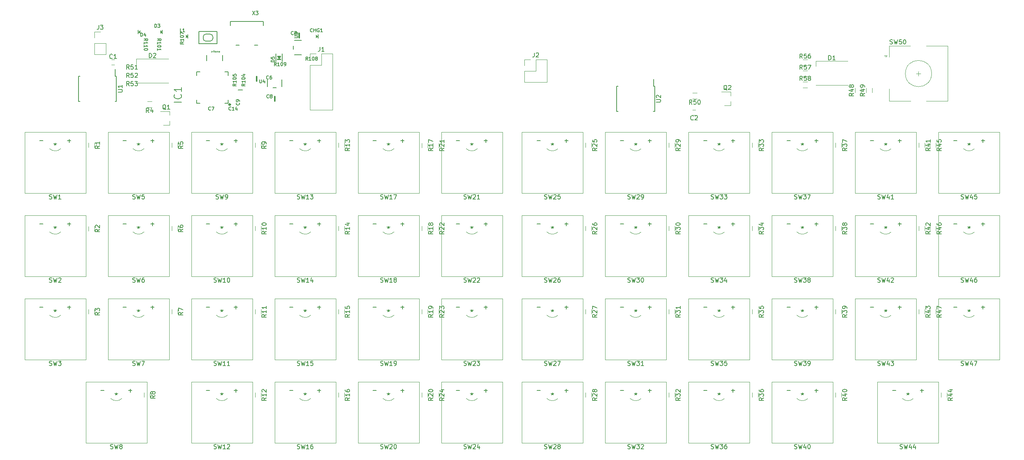
<source format=gbr>
%TF.GenerationSoftware,KiCad,Pcbnew,(5.1.8)-1*%
%TF.CreationDate,2021-03-07T17:47:24+01:00*%
%TF.ProjectId,splitboard,73706c69-7462-46f6-9172-642e6b696361,rev?*%
%TF.SameCoordinates,Original*%
%TF.FileFunction,Legend,Top*%
%TF.FilePolarity,Positive*%
%FSLAX46Y46*%
G04 Gerber Fmt 4.6, Leading zero omitted, Abs format (unit mm)*
G04 Created by KiCad (PCBNEW (5.1.8)-1) date 2021-03-07 17:47:24*
%MOMM*%
%LPD*%
G01*
G04 APERTURE LIST*
%ADD10C,0.120000*%
%ADD11C,0.150000*%
%ADD12C,0.203200*%
%ADD13C,0.127000*%
%ADD14C,0.100000*%
%ADD15C,0.406400*%
%ADD16C,0.304800*%
%ADD17C,0.032512*%
%ADD18C,0.138988*%
%ADD19C,0.135128*%
G04 APERTURE END LIST*
D10*
%TO.C,Q2*%
X177925000Y-77780000D02*
X177925000Y-76850000D01*
X177925000Y-74620000D02*
X177925000Y-75550000D01*
X177925000Y-74620000D02*
X175765000Y-74620000D01*
X177925000Y-77780000D02*
X176465000Y-77780000D01*
%TO.C,D2*%
X42070000Y-72600000D02*
X49370000Y-72600000D01*
X42070000Y-68250000D02*
X42070000Y-67100000D01*
X42070000Y-67100000D02*
X49370000Y-67100000D01*
%TO.C,SW44*%
X225425000Y-154940000D02*
X211455000Y-154940000D01*
X211455000Y-154940000D02*
X211455000Y-140970000D01*
X211455000Y-140970000D02*
X225425000Y-140970000D01*
X225425000Y-140970000D02*
X225425000Y-154940000D01*
X219709999Y-144779999D02*
G75*
G02*
X217170001Y-144779999I-1269999J1269999D01*
G01*
%TO.C,SW5*%
X49530000Y-97790000D02*
X35560000Y-97790000D01*
X35560000Y-97790000D02*
X35560000Y-83820000D01*
X35560000Y-83820000D02*
X49530000Y-83820000D01*
X49530000Y-83820000D02*
X49530000Y-97790000D01*
X43814999Y-87629999D02*
G75*
G02*
X41275001Y-87629999I-1269999J1269999D01*
G01*
%TO.C,SW1*%
X30480000Y-97790000D02*
X16510000Y-97790000D01*
X16510000Y-97790000D02*
X16510000Y-83820000D01*
X16510000Y-83820000D02*
X30480000Y-83820000D01*
X30480000Y-83820000D02*
X30480000Y-97790000D01*
X24764999Y-87629999D02*
G75*
G02*
X22225001Y-87629999I-1269999J1269999D01*
G01*
%TO.C,SW22*%
X125730000Y-116840000D02*
X111760000Y-116840000D01*
X111760000Y-116840000D02*
X111760000Y-102870000D01*
X111760000Y-102870000D02*
X125730000Y-102870000D01*
X125730000Y-102870000D02*
X125730000Y-116840000D01*
X120014999Y-106679999D02*
G75*
G02*
X117475001Y-106679999I-1269999J1269999D01*
G01*
%TO.C,SW3*%
X30480000Y-135890000D02*
X16510000Y-135890000D01*
X16510000Y-135890000D02*
X16510000Y-121920000D01*
X16510000Y-121920000D02*
X30480000Y-121920000D01*
X30480000Y-121920000D02*
X30480000Y-135890000D01*
X24764999Y-125729999D02*
G75*
G02*
X22225001Y-125729999I-1269999J1269999D01*
G01*
%TO.C,SW24*%
X125730000Y-154940000D02*
X111760000Y-154940000D01*
X111760000Y-154940000D02*
X111760000Y-140970000D01*
X111760000Y-140970000D02*
X125730000Y-140970000D01*
X125730000Y-140970000D02*
X125730000Y-154940000D01*
X120014999Y-144779999D02*
G75*
G02*
X117475001Y-144779999I-1269999J1269999D01*
G01*
%TO.C,SW19*%
X106680000Y-135890000D02*
X92710000Y-135890000D01*
X92710000Y-135890000D02*
X92710000Y-121920000D01*
X92710000Y-121920000D02*
X106680000Y-121920000D01*
X106680000Y-121920000D02*
X106680000Y-135890000D01*
X100964999Y-125729999D02*
G75*
G02*
X98425001Y-125729999I-1269999J1269999D01*
G01*
%TO.C,SW15*%
X87630000Y-135890000D02*
X73660000Y-135890000D01*
X73660000Y-135890000D02*
X73660000Y-121920000D01*
X73660000Y-121920000D02*
X87630000Y-121920000D01*
X87630000Y-121920000D02*
X87630000Y-135890000D01*
X81914999Y-125729999D02*
G75*
G02*
X79375001Y-125729999I-1269999J1269999D01*
G01*
%TO.C,SW47*%
X239395000Y-135890000D02*
X225425000Y-135890000D01*
X225425000Y-135890000D02*
X225425000Y-121920000D01*
X225425000Y-121920000D02*
X239395000Y-121920000D01*
X239395000Y-121920000D02*
X239395000Y-135890000D01*
X233679999Y-125729999D02*
G75*
G02*
X231140001Y-125729999I-1269999J1269999D01*
G01*
%TO.C,SW46*%
X239395000Y-116840000D02*
X225425000Y-116840000D01*
X225425000Y-116840000D02*
X225425000Y-102870000D01*
X225425000Y-102870000D02*
X239395000Y-102870000D01*
X239395000Y-102870000D02*
X239395000Y-116840000D01*
X233679999Y-106679999D02*
G75*
G02*
X231140001Y-106679999I-1269999J1269999D01*
G01*
%TO.C,SW45*%
X239395000Y-97790000D02*
X225425000Y-97790000D01*
X225425000Y-97790000D02*
X225425000Y-83820000D01*
X225425000Y-83820000D02*
X239395000Y-83820000D01*
X239395000Y-83820000D02*
X239395000Y-97790000D01*
X233679999Y-87629999D02*
G75*
G02*
X231140001Y-87629999I-1269999J1269999D01*
G01*
%TO.C,SW43*%
X220345000Y-135890000D02*
X206375000Y-135890000D01*
X206375000Y-135890000D02*
X206375000Y-121920000D01*
X206375000Y-121920000D02*
X220345000Y-121920000D01*
X220345000Y-121920000D02*
X220345000Y-135890000D01*
X214629999Y-125729999D02*
G75*
G02*
X212090001Y-125729999I-1269999J1269999D01*
G01*
%TO.C,SW42*%
X220345000Y-116840000D02*
X206375000Y-116840000D01*
X206375000Y-116840000D02*
X206375000Y-102870000D01*
X206375000Y-102870000D02*
X220345000Y-102870000D01*
X220345000Y-102870000D02*
X220345000Y-116840000D01*
X214629999Y-106679999D02*
G75*
G02*
X212090001Y-106679999I-1269999J1269999D01*
G01*
%TO.C,SW41*%
X220345000Y-97790000D02*
X206375000Y-97790000D01*
X206375000Y-97790000D02*
X206375000Y-83820000D01*
X206375000Y-83820000D02*
X220345000Y-83820000D01*
X220345000Y-83820000D02*
X220345000Y-97790000D01*
X214629999Y-87629999D02*
G75*
G02*
X212090001Y-87629999I-1269999J1269999D01*
G01*
%TO.C,SW40*%
X201295000Y-154940000D02*
X187325000Y-154940000D01*
X187325000Y-154940000D02*
X187325000Y-140970000D01*
X187325000Y-140970000D02*
X201295000Y-140970000D01*
X201295000Y-140970000D02*
X201295000Y-154940000D01*
X195579999Y-144779999D02*
G75*
G02*
X193040001Y-144779999I-1269999J1269999D01*
G01*
%TO.C,SW39*%
X201295000Y-135890000D02*
X187325000Y-135890000D01*
X187325000Y-135890000D02*
X187325000Y-121920000D01*
X187325000Y-121920000D02*
X201295000Y-121920000D01*
X201295000Y-121920000D02*
X201295000Y-135890000D01*
X195579999Y-125729999D02*
G75*
G02*
X193040001Y-125729999I-1269999J1269999D01*
G01*
%TO.C,SW38*%
X201295000Y-116840000D02*
X187325000Y-116840000D01*
X187325000Y-116840000D02*
X187325000Y-102870000D01*
X187325000Y-102870000D02*
X201295000Y-102870000D01*
X201295000Y-102870000D02*
X201295000Y-116840000D01*
X195579999Y-106679999D02*
G75*
G02*
X193040001Y-106679999I-1269999J1269999D01*
G01*
%TO.C,SW37*%
X201295000Y-97790000D02*
X187325000Y-97790000D01*
X187325000Y-97790000D02*
X187325000Y-83820000D01*
X187325000Y-83820000D02*
X201295000Y-83820000D01*
X201295000Y-83820000D02*
X201295000Y-97790000D01*
X195579999Y-87629999D02*
G75*
G02*
X193040001Y-87629999I-1269999J1269999D01*
G01*
%TO.C,SW36*%
X182245000Y-154940000D02*
X168275000Y-154940000D01*
X168275000Y-154940000D02*
X168275000Y-140970000D01*
X168275000Y-140970000D02*
X182245000Y-140970000D01*
X182245000Y-140970000D02*
X182245000Y-154940000D01*
X176529999Y-144779999D02*
G75*
G02*
X173990001Y-144779999I-1269999J1269999D01*
G01*
%TO.C,SW35*%
X182245000Y-135890000D02*
X168275000Y-135890000D01*
X168275000Y-135890000D02*
X168275000Y-121920000D01*
X168275000Y-121920000D02*
X182245000Y-121920000D01*
X182245000Y-121920000D02*
X182245000Y-135890000D01*
X176529999Y-125729999D02*
G75*
G02*
X173990001Y-125729999I-1269999J1269999D01*
G01*
%TO.C,SW34*%
X182245000Y-116840000D02*
X168275000Y-116840000D01*
X168275000Y-116840000D02*
X168275000Y-102870000D01*
X168275000Y-102870000D02*
X182245000Y-102870000D01*
X182245000Y-102870000D02*
X182245000Y-116840000D01*
X176529999Y-106679999D02*
G75*
G02*
X173990001Y-106679999I-1269999J1269999D01*
G01*
%TO.C,SW33*%
X182245000Y-97790000D02*
X168275000Y-97790000D01*
X168275000Y-97790000D02*
X168275000Y-83820000D01*
X168275000Y-83820000D02*
X182245000Y-83820000D01*
X182245000Y-83820000D02*
X182245000Y-97790000D01*
X176529999Y-87629999D02*
G75*
G02*
X173990001Y-87629999I-1269999J1269999D01*
G01*
%TO.C,SW32*%
X163195000Y-154940000D02*
X149225000Y-154940000D01*
X149225000Y-154940000D02*
X149225000Y-140970000D01*
X149225000Y-140970000D02*
X163195000Y-140970000D01*
X163195000Y-140970000D02*
X163195000Y-154940000D01*
X157479999Y-144779999D02*
G75*
G02*
X154940001Y-144779999I-1269999J1269999D01*
G01*
%TO.C,SW31*%
X163195000Y-135890000D02*
X149225000Y-135890000D01*
X149225000Y-135890000D02*
X149225000Y-121920000D01*
X149225000Y-121920000D02*
X163195000Y-121920000D01*
X163195000Y-121920000D02*
X163195000Y-135890000D01*
X157479999Y-125729999D02*
G75*
G02*
X154940001Y-125729999I-1269999J1269999D01*
G01*
%TO.C,SW30*%
X163195000Y-116840000D02*
X149225000Y-116840000D01*
X149225000Y-116840000D02*
X149225000Y-102870000D01*
X149225000Y-102870000D02*
X163195000Y-102870000D01*
X163195000Y-102870000D02*
X163195000Y-116840000D01*
X157479999Y-106679999D02*
G75*
G02*
X154940001Y-106679999I-1269999J1269999D01*
G01*
%TO.C,SW29*%
X163195000Y-97790000D02*
X149225000Y-97790000D01*
X149225000Y-97790000D02*
X149225000Y-83820000D01*
X149225000Y-83820000D02*
X163195000Y-83820000D01*
X163195000Y-83820000D02*
X163195000Y-97790000D01*
X157479999Y-87629999D02*
G75*
G02*
X154940001Y-87629999I-1269999J1269999D01*
G01*
%TO.C,SW28*%
X144145000Y-154940000D02*
X130175000Y-154940000D01*
X130175000Y-154940000D02*
X130175000Y-140970000D01*
X130175000Y-140970000D02*
X144145000Y-140970000D01*
X144145000Y-140970000D02*
X144145000Y-154940000D01*
X138429999Y-144779999D02*
G75*
G02*
X135890001Y-144779999I-1269999J1269999D01*
G01*
%TO.C,SW27*%
X144145000Y-135890000D02*
X130175000Y-135890000D01*
X130175000Y-135890000D02*
X130175000Y-121920000D01*
X130175000Y-121920000D02*
X144145000Y-121920000D01*
X144145000Y-121920000D02*
X144145000Y-135890000D01*
X138429999Y-125729999D02*
G75*
G02*
X135890001Y-125729999I-1269999J1269999D01*
G01*
%TO.C,SW26*%
X144145000Y-116840000D02*
X130175000Y-116840000D01*
X130175000Y-116840000D02*
X130175000Y-102870000D01*
X130175000Y-102870000D02*
X144145000Y-102870000D01*
X144145000Y-102870000D02*
X144145000Y-116840000D01*
X138429999Y-106679999D02*
G75*
G02*
X135890001Y-106679999I-1269999J1269999D01*
G01*
%TO.C,SW25*%
X144145000Y-97790000D02*
X130175000Y-97790000D01*
X130175000Y-97790000D02*
X130175000Y-83820000D01*
X130175000Y-83820000D02*
X144145000Y-83820000D01*
X144145000Y-83820000D02*
X144145000Y-97790000D01*
X138429999Y-87629999D02*
G75*
G02*
X135890001Y-87629999I-1269999J1269999D01*
G01*
%TO.C,SW23*%
X125730000Y-135890000D02*
X111760000Y-135890000D01*
X111760000Y-135890000D02*
X111760000Y-121920000D01*
X111760000Y-121920000D02*
X125730000Y-121920000D01*
X125730000Y-121920000D02*
X125730000Y-135890000D01*
X120014999Y-125729999D02*
G75*
G02*
X117475001Y-125729999I-1269999J1269999D01*
G01*
%TO.C,SW21*%
X125730000Y-97790000D02*
X111760000Y-97790000D01*
X111760000Y-97790000D02*
X111760000Y-83820000D01*
X111760000Y-83820000D02*
X125730000Y-83820000D01*
X125730000Y-83820000D02*
X125730000Y-97790000D01*
X120014999Y-87629999D02*
G75*
G02*
X117475001Y-87629999I-1269999J1269999D01*
G01*
%TO.C,SW20*%
X106680000Y-154940000D02*
X92710000Y-154940000D01*
X92710000Y-154940000D02*
X92710000Y-140970000D01*
X92710000Y-140970000D02*
X106680000Y-140970000D01*
X106680000Y-140970000D02*
X106680000Y-154940000D01*
X100964999Y-144779999D02*
G75*
G02*
X98425001Y-144779999I-1269999J1269999D01*
G01*
%TO.C,SW18*%
X106680000Y-116840000D02*
X92710000Y-116840000D01*
X92710000Y-116840000D02*
X92710000Y-102870000D01*
X92710000Y-102870000D02*
X106680000Y-102870000D01*
X106680000Y-102870000D02*
X106680000Y-116840000D01*
X100964999Y-106679999D02*
G75*
G02*
X98425001Y-106679999I-1269999J1269999D01*
G01*
%TO.C,SW17*%
X106680000Y-97790000D02*
X92710000Y-97790000D01*
X92710000Y-97790000D02*
X92710000Y-83820000D01*
X92710000Y-83820000D02*
X106680000Y-83820000D01*
X106680000Y-83820000D02*
X106680000Y-97790000D01*
X100964999Y-87629999D02*
G75*
G02*
X98425001Y-87629999I-1269999J1269999D01*
G01*
%TO.C,SW16*%
X87630000Y-154940000D02*
X73660000Y-154940000D01*
X73660000Y-154940000D02*
X73660000Y-140970000D01*
X73660000Y-140970000D02*
X87630000Y-140970000D01*
X87630000Y-140970000D02*
X87630000Y-154940000D01*
X81914999Y-144779999D02*
G75*
G02*
X79375001Y-144779999I-1269999J1269999D01*
G01*
%TO.C,SW14*%
X87630000Y-116840000D02*
X73660000Y-116840000D01*
X73660000Y-116840000D02*
X73660000Y-102870000D01*
X73660000Y-102870000D02*
X87630000Y-102870000D01*
X87630000Y-102870000D02*
X87630000Y-116840000D01*
X81914999Y-106679999D02*
G75*
G02*
X79375001Y-106679999I-1269999J1269999D01*
G01*
%TO.C,SW13*%
X87630000Y-97790000D02*
X73660000Y-97790000D01*
X73660000Y-97790000D02*
X73660000Y-83820000D01*
X73660000Y-83820000D02*
X87630000Y-83820000D01*
X87630000Y-83820000D02*
X87630000Y-97790000D01*
X81914999Y-87629999D02*
G75*
G02*
X79375001Y-87629999I-1269999J1269999D01*
G01*
%TO.C,SW12*%
X68580000Y-154940000D02*
X54610000Y-154940000D01*
X54610000Y-154940000D02*
X54610000Y-140970000D01*
X54610000Y-140970000D02*
X68580000Y-140970000D01*
X68580000Y-140970000D02*
X68580000Y-154940000D01*
X62864999Y-144779999D02*
G75*
G02*
X60325001Y-144779999I-1269999J1269999D01*
G01*
%TO.C,SW11*%
X68580000Y-135890000D02*
X54610000Y-135890000D01*
X54610000Y-135890000D02*
X54610000Y-121920000D01*
X54610000Y-121920000D02*
X68580000Y-121920000D01*
X68580000Y-121920000D02*
X68580000Y-135890000D01*
X62864999Y-125729999D02*
G75*
G02*
X60325001Y-125729999I-1269999J1269999D01*
G01*
%TO.C,SW10*%
X68580000Y-116840000D02*
X54610000Y-116840000D01*
X54610000Y-116840000D02*
X54610000Y-102870000D01*
X54610000Y-102870000D02*
X68580000Y-102870000D01*
X68580000Y-102870000D02*
X68580000Y-116840000D01*
X62864999Y-106679999D02*
G75*
G02*
X60325001Y-106679999I-1269999J1269999D01*
G01*
%TO.C,SW9*%
X68580000Y-97790000D02*
X54610000Y-97790000D01*
X54610000Y-97790000D02*
X54610000Y-83820000D01*
X54610000Y-83820000D02*
X68580000Y-83820000D01*
X68580000Y-83820000D02*
X68580000Y-97790000D01*
X62864999Y-87629999D02*
G75*
G02*
X60325001Y-87629999I-1269999J1269999D01*
G01*
%TO.C,SW8*%
X44450000Y-154940000D02*
X30480000Y-154940000D01*
X30480000Y-154940000D02*
X30480000Y-140970000D01*
X30480000Y-140970000D02*
X44450000Y-140970000D01*
X44450000Y-140970000D02*
X44450000Y-154940000D01*
X38734999Y-144779999D02*
G75*
G02*
X36195001Y-144779999I-1269999J1269999D01*
G01*
%TO.C,SW7*%
X49530000Y-135890000D02*
X35560000Y-135890000D01*
X35560000Y-135890000D02*
X35560000Y-121920000D01*
X35560000Y-121920000D02*
X49530000Y-121920000D01*
X49530000Y-121920000D02*
X49530000Y-135890000D01*
X43814999Y-125729999D02*
G75*
G02*
X41275001Y-125729999I-1269999J1269999D01*
G01*
%TO.C,SW6*%
X49530000Y-116840000D02*
X35560000Y-116840000D01*
X35560000Y-116840000D02*
X35560000Y-102870000D01*
X35560000Y-102870000D02*
X49530000Y-102870000D01*
X49530000Y-102870000D02*
X49530000Y-116840000D01*
X43814999Y-106679999D02*
G75*
G02*
X41275001Y-106679999I-1269999J1269999D01*
G01*
%TO.C,SW2*%
X30480000Y-116840000D02*
X16510000Y-116840000D01*
X16510000Y-116840000D02*
X16510000Y-102870000D01*
X16510000Y-102870000D02*
X30480000Y-102870000D01*
X30480000Y-102870000D02*
X30480000Y-116840000D01*
X24764999Y-106679999D02*
G75*
G02*
X22225001Y-106679999I-1269999J1269999D01*
G01*
D11*
%TO.C,U1*%
X37472000Y-71039000D02*
X37247000Y-71039000D01*
X37472000Y-76789000D02*
X37172000Y-76789000D01*
X28822000Y-76789000D02*
X29122000Y-76789000D01*
X28822000Y-71039000D02*
X29122000Y-71039000D01*
X37472000Y-71039000D02*
X37472000Y-76789000D01*
X28822000Y-71039000D02*
X28822000Y-76789000D01*
X37247000Y-71039000D02*
X37247000Y-69439000D01*
D10*
%TO.C,J1*%
X81728000Y-78736500D02*
X86928000Y-78736500D01*
X81728000Y-68516500D02*
X81728000Y-78736500D01*
X86928000Y-65916500D02*
X86928000Y-78736500D01*
X81728000Y-68516500D02*
X84328000Y-68516500D01*
X84328000Y-68516500D02*
X84328000Y-65916500D01*
X84328000Y-65916500D02*
X86928000Y-65916500D01*
X81728000Y-67246500D02*
X81728000Y-65916500D01*
X81728000Y-65916500D02*
X83058000Y-65916500D01*
%TO.C,R58*%
X195445000Y-73705000D02*
X194445000Y-73705000D01*
X194445000Y-72345000D02*
X195445000Y-72345000D01*
%TO.C,R57*%
X195445000Y-71165000D02*
X194445000Y-71165000D01*
X194445000Y-69805000D02*
X195445000Y-69805000D01*
%TO.C,R56*%
X195445000Y-68625000D02*
X194445000Y-68625000D01*
X194445000Y-67265000D02*
X195445000Y-67265000D01*
%TO.C,R47*%
X223475000Y-125425000D02*
X223475000Y-124425000D01*
X224835000Y-124425000D02*
X224835000Y-125425000D01*
%TO.C,R46*%
X223475000Y-106375000D02*
X223475000Y-105375000D01*
X224835000Y-105375000D02*
X224835000Y-106375000D01*
%TO.C,R45*%
X223475000Y-87325000D02*
X223475000Y-86325000D01*
X224835000Y-86325000D02*
X224835000Y-87325000D01*
%TO.C,R44*%
X226015000Y-144475000D02*
X226015000Y-143475000D01*
X227375000Y-143475000D02*
X227375000Y-144475000D01*
%TO.C,R43*%
X220935000Y-125425000D02*
X220935000Y-124425000D01*
X222295000Y-124425000D02*
X222295000Y-125425000D01*
%TO.C,R42*%
X220935000Y-106375000D02*
X220935000Y-105375000D01*
X222295000Y-105375000D02*
X222295000Y-106375000D01*
%TO.C,R41*%
X220935000Y-87325000D02*
X220935000Y-86325000D01*
X222295000Y-86325000D02*
X222295000Y-87325000D01*
%TO.C,R40*%
X201885000Y-144475000D02*
X201885000Y-143475000D01*
X203245000Y-143475000D02*
X203245000Y-144475000D01*
%TO.C,R39*%
X201885000Y-125425000D02*
X201885000Y-124425000D01*
X203245000Y-124425000D02*
X203245000Y-125425000D01*
%TO.C,R38*%
X201885000Y-106375000D02*
X201885000Y-105375000D01*
X203245000Y-105375000D02*
X203245000Y-106375000D01*
%TO.C,R37*%
X201885000Y-87325000D02*
X201885000Y-86325000D01*
X203245000Y-86325000D02*
X203245000Y-87325000D01*
%TO.C,R36*%
X182835000Y-144475000D02*
X182835000Y-143475000D01*
X184195000Y-143475000D02*
X184195000Y-144475000D01*
%TO.C,R35*%
X182835000Y-125425000D02*
X182835000Y-124425000D01*
X184195000Y-124425000D02*
X184195000Y-125425000D01*
%TO.C,R34*%
X182835000Y-106375000D02*
X182835000Y-105375000D01*
X184195000Y-105375000D02*
X184195000Y-106375000D01*
%TO.C,R33*%
X182835000Y-87325000D02*
X182835000Y-86325000D01*
X184195000Y-86325000D02*
X184195000Y-87325000D01*
%TO.C,R32*%
X163785000Y-144475000D02*
X163785000Y-143475000D01*
X165145000Y-143475000D02*
X165145000Y-144475000D01*
%TO.C,R31*%
X163785000Y-125425000D02*
X163785000Y-124425000D01*
X165145000Y-124425000D02*
X165145000Y-125425000D01*
%TO.C,R30*%
X163785000Y-106375000D02*
X163785000Y-105375000D01*
X165145000Y-105375000D02*
X165145000Y-106375000D01*
%TO.C,R29*%
X163785000Y-87325000D02*
X163785000Y-86325000D01*
X165145000Y-86325000D02*
X165145000Y-87325000D01*
%TO.C,R28*%
X144735000Y-144475000D02*
X144735000Y-143475000D01*
X146095000Y-143475000D02*
X146095000Y-144475000D01*
%TO.C,R27*%
X144735000Y-125425000D02*
X144735000Y-124425000D01*
X146095000Y-124425000D02*
X146095000Y-125425000D01*
%TO.C,R26*%
X144735000Y-106375000D02*
X144735000Y-105375000D01*
X146095000Y-105375000D02*
X146095000Y-106375000D01*
%TO.C,R25*%
X144735000Y-87325000D02*
X144735000Y-86325000D01*
X146095000Y-86325000D02*
X146095000Y-87325000D01*
%TO.C,R24*%
X109810000Y-144475000D02*
X109810000Y-143475000D01*
X111170000Y-143475000D02*
X111170000Y-144475000D01*
%TO.C,R23*%
X109810000Y-125425000D02*
X109810000Y-124425000D01*
X111170000Y-124425000D02*
X111170000Y-125425000D01*
%TO.C,R22*%
X109810000Y-106375000D02*
X109810000Y-105375000D01*
X111170000Y-105375000D02*
X111170000Y-106375000D01*
%TO.C,R21*%
X109810000Y-87368000D02*
X109810000Y-86368000D01*
X111170000Y-86368000D02*
X111170000Y-87368000D01*
%TO.C,R20*%
X107270000Y-144475000D02*
X107270000Y-143475000D01*
X108630000Y-143475000D02*
X108630000Y-144475000D01*
%TO.C,R19*%
X107270000Y-125425000D02*
X107270000Y-124425000D01*
X108630000Y-124425000D02*
X108630000Y-125425000D01*
%TO.C,R18*%
X107270000Y-106375000D02*
X107270000Y-105375000D01*
X108630000Y-105375000D02*
X108630000Y-106375000D01*
%TO.C,R17*%
X107270000Y-87368000D02*
X107270000Y-86368000D01*
X108630000Y-86368000D02*
X108630000Y-87368000D01*
%TO.C,R16*%
X88220000Y-144475000D02*
X88220000Y-143475000D01*
X89580000Y-143475000D02*
X89580000Y-144475000D01*
%TO.C,R15*%
X88220000Y-125425000D02*
X88220000Y-124425000D01*
X89580000Y-124425000D02*
X89580000Y-125425000D01*
%TO.C,R14*%
X88220000Y-106375000D02*
X88220000Y-105375000D01*
X89580000Y-105375000D02*
X89580000Y-106375000D01*
%TO.C,R13*%
X88220000Y-87325000D02*
X88220000Y-86325000D01*
X89580000Y-86325000D02*
X89580000Y-87325000D01*
%TO.C,R12*%
X69170000Y-144475000D02*
X69170000Y-143475000D01*
X70530000Y-143475000D02*
X70530000Y-144475000D01*
%TO.C,R11*%
X69170000Y-125425000D02*
X69170000Y-124425000D01*
X70530000Y-124425000D02*
X70530000Y-125425000D01*
%TO.C,R10*%
X69170000Y-106375000D02*
X69170000Y-105375000D01*
X70530000Y-105375000D02*
X70530000Y-106375000D01*
%TO.C,R9*%
X69170000Y-87325000D02*
X69170000Y-86325000D01*
X70530000Y-86325000D02*
X70530000Y-87325000D01*
%TO.C,R8*%
X43770000Y-144475000D02*
X43770000Y-143475000D01*
X45130000Y-143475000D02*
X45130000Y-144475000D01*
%TO.C,R7*%
X50120000Y-125425000D02*
X50120000Y-124425000D01*
X51480000Y-124425000D02*
X51480000Y-125425000D01*
%TO.C,R6*%
X50120000Y-106375000D02*
X50120000Y-105375000D01*
X51480000Y-105375000D02*
X51480000Y-106375000D01*
%TO.C,R5*%
X50120000Y-87325000D02*
X50120000Y-86325000D01*
X51480000Y-86325000D02*
X51480000Y-87325000D01*
%TO.C,R3*%
X31070000Y-125425000D02*
X31070000Y-124425000D01*
X32430000Y-124425000D02*
X32430000Y-125425000D01*
%TO.C,R2*%
X31070000Y-106418000D02*
X31070000Y-105418000D01*
X32430000Y-105418000D02*
X32430000Y-106418000D01*
%TO.C,R1*%
X31070000Y-87325000D02*
X31070000Y-86325000D01*
X32430000Y-86325000D02*
X32430000Y-87325000D01*
%TO.C,Q1*%
X49655000Y-82225000D02*
X49655000Y-81295000D01*
X49655000Y-79065000D02*
X49655000Y-79995000D01*
X49655000Y-79065000D02*
X47495000Y-79065000D01*
X49655000Y-82225000D02*
X48195000Y-82225000D01*
%TO.C,C2*%
X169895000Y-79975000D02*
X169195000Y-79975000D01*
X169195000Y-78775000D02*
X169895000Y-78775000D01*
%TO.C,C1*%
X36378400Y-67218000D02*
X37078400Y-67218000D01*
X37078400Y-68418000D02*
X36378400Y-68418000D01*
%TO.C,R50*%
X169215000Y-74885000D02*
X170215000Y-74885000D01*
X170215000Y-76245000D02*
X169215000Y-76245000D01*
%TO.C,R49*%
X210230000Y-73795000D02*
X210230000Y-74795000D01*
X208870000Y-74795000D02*
X208870000Y-73795000D01*
%TO.C,R48*%
X207690000Y-73795000D02*
X207690000Y-74795000D01*
X206330000Y-74795000D02*
X206330000Y-73795000D01*
%TO.C,R4*%
X44585000Y-76790000D02*
X45585000Y-76790000D01*
X45585000Y-78150000D02*
X44585000Y-78150000D01*
D11*
%TO.C,U2*%
X160535000Y-73325000D02*
X160310000Y-73325000D01*
X160535000Y-79075000D02*
X160235000Y-79075000D01*
X151885000Y-79075000D02*
X152185000Y-79075000D01*
X151885000Y-73325000D02*
X152185000Y-73325000D01*
X160535000Y-73325000D02*
X160535000Y-79075000D01*
X151885000Y-73325000D02*
X151885000Y-79075000D01*
X160310000Y-73325000D02*
X160310000Y-71725000D01*
D10*
%TO.C,SW50*%
X220360000Y-70445000D02*
X221360000Y-70445000D01*
X220860000Y-69945000D02*
X220860000Y-70945000D01*
X213660000Y-66345000D02*
X213360000Y-66645000D01*
X213060000Y-66345000D02*
X213660000Y-66345000D01*
X213360000Y-66645000D02*
X213060000Y-66345000D01*
X214160000Y-64145000D02*
X214160000Y-66645000D01*
X218960000Y-64145000D02*
X214160000Y-64145000D01*
X214160000Y-76745000D02*
X214160000Y-73945000D01*
X219060000Y-76745000D02*
X214160000Y-76745000D01*
X227560000Y-76745000D02*
X222660000Y-76745000D01*
X227560000Y-64145000D02*
X227560000Y-76745000D01*
X222660000Y-64145000D02*
X227560000Y-64145000D01*
X223860000Y-70445000D02*
G75*
G03*
X223860000Y-70445000I-3000000J0D01*
G01*
%TO.C,D1*%
X197391000Y-73108000D02*
X204691000Y-73108000D01*
X197391000Y-68758000D02*
X197391000Y-67608000D01*
X197391000Y-67608000D02*
X204691000Y-67608000D01*
%TO.C,J3*%
X32452000Y-66100000D02*
X35112000Y-66100000D01*
X32452000Y-63500000D02*
X32452000Y-66100000D01*
X35112000Y-63500000D02*
X35112000Y-66100000D01*
X32452000Y-63500000D02*
X35112000Y-63500000D01*
X32452000Y-62230000D02*
X32452000Y-60900000D01*
X32452000Y-60900000D02*
X33782000Y-60900000D01*
%TO.C,J2*%
X130750000Y-72450000D02*
X135950000Y-72450000D01*
X130750000Y-69850000D02*
X130750000Y-72450000D01*
X135950000Y-67250000D02*
X135950000Y-72450000D01*
X130750000Y-69850000D02*
X133350000Y-69850000D01*
X133350000Y-69850000D02*
X133350000Y-67250000D01*
X133350000Y-67250000D02*
X135950000Y-67250000D01*
X130750000Y-68580000D02*
X130750000Y-67250000D01*
X130750000Y-67250000D02*
X132080000Y-67250000D01*
D12*
%TO.C,Y1*%
X58144000Y-67502800D02*
X58144000Y-66202800D01*
X61744000Y-66202800D02*
X61744000Y-67502800D01*
D13*
%TO.C,X3*%
X63510000Y-58565000D02*
X63510000Y-59465000D01*
X71110000Y-58565000D02*
X63510000Y-58565000D01*
X71110000Y-59465000D02*
X71110000Y-58565000D01*
X65610000Y-63965000D02*
X64810000Y-63965000D01*
X69810000Y-63965000D02*
X69010000Y-63965000D01*
D12*
%TO.C,U4*%
X74060000Y-73694000D02*
X73260000Y-73694000D01*
X72010000Y-73444000D02*
X72010000Y-71844000D01*
X75310000Y-73444000D02*
X75310000Y-71844000D01*
%TO.C,U3*%
X77944000Y-64916000D02*
X77944000Y-64116000D01*
X78194000Y-62866000D02*
X79794000Y-62866000D01*
X78194000Y-66166000D02*
X79794000Y-66166000D01*
D13*
%TO.C,SW101*%
X58920000Y-63030000D02*
X57920000Y-63030000D01*
X59520000Y-62030000D02*
X59520000Y-62430000D01*
X57920000Y-61430000D02*
X58920000Y-61430000D01*
X57320000Y-62430000D02*
X57320000Y-62030000D01*
X56320000Y-63630000D02*
X56320000Y-60830000D01*
X60520000Y-63630000D02*
X56320000Y-63630000D01*
X60520000Y-60830000D02*
X60520000Y-63630000D01*
X56320000Y-60830000D02*
X60520000Y-60830000D01*
X58919998Y-63030000D02*
G75*
G03*
X59520000Y-62430000I1J600001D01*
G01*
X59520000Y-62030002D02*
G75*
G03*
X58920000Y-61430000I-600001J1D01*
G01*
X57920002Y-61430000D02*
G75*
G03*
X57320000Y-62030000I-1J-600001D01*
G01*
X57320000Y-62429998D02*
G75*
G03*
X57920000Y-63030000I600001J-1D01*
G01*
D14*
%TO.C,L1*%
G36*
X53848000Y-61976000D02*
G01*
X53340000Y-61595000D01*
X53340000Y-62357000D01*
X53848000Y-61976000D01*
G37*
G36*
X53734500Y-61531500D02*
G01*
X53734500Y-62420500D01*
X53925000Y-62420500D01*
X53925000Y-61531500D01*
X53734500Y-61531500D01*
G37*
D13*
%TO.C,IC1*%
X63036000Y-70060000D02*
X63036000Y-70860000D01*
X62236000Y-70060000D02*
X63036000Y-70060000D01*
X63036000Y-77260000D02*
X63036000Y-76460000D01*
X62236000Y-77260000D02*
X63036000Y-77260000D01*
X55836000Y-70060000D02*
X56636000Y-70060000D01*
X55836000Y-70860000D02*
X55836000Y-70060000D01*
X55836000Y-77260000D02*
X56636000Y-77260000D01*
X55836000Y-76460000D02*
X55836000Y-77260000D01*
D15*
X63495000Y-77538000D02*
G75*
G03*
X63495000Y-77538000I-127000J0D01*
G01*
D14*
%TO.C,D5*%
G36*
X74676000Y-66902000D02*
G01*
X74476000Y-66602000D01*
X74876000Y-66602000D01*
X74676000Y-66902000D01*
G37*
G36*
X75176000Y-67302000D02*
G01*
X75176000Y-67102000D01*
X74176000Y-67102000D01*
X74176000Y-67302000D01*
X75176000Y-67302000D01*
G37*
D12*
X75076000Y-66502000D02*
X74676000Y-67102000D01*
X74276000Y-66502000D02*
X75076000Y-66502000D01*
X74676000Y-67102000D02*
X74276000Y-66502000D01*
X75376000Y-65929000D02*
X75376000Y-67675000D01*
X73976000Y-67675000D02*
X73976000Y-65929000D01*
D14*
%TO.C,D4*%
G36*
X42418000Y-60960000D02*
G01*
X42926000Y-61341000D01*
X42926000Y-60579000D01*
X42418000Y-60960000D01*
G37*
G36*
X42531500Y-61404500D02*
G01*
X42531500Y-60515500D01*
X42341000Y-60515500D01*
X42341000Y-61404500D01*
X42531500Y-61404500D01*
G37*
%TO.C,D3*%
G36*
X48006000Y-60960000D02*
G01*
X47498000Y-60579000D01*
X47498000Y-61341000D01*
X48006000Y-60960000D01*
G37*
G36*
X47892500Y-60515500D02*
G01*
X47892500Y-61404500D01*
X48083000Y-61404500D01*
X48083000Y-60515500D01*
X47892500Y-60515500D01*
G37*
%TO.C,CHG1*%
G36*
X83486500Y-61531500D02*
G01*
X83486500Y-62420500D01*
X83677000Y-62420500D01*
X83677000Y-61531500D01*
X83486500Y-61531500D01*
G37*
G36*
X83600000Y-61976000D02*
G01*
X83092000Y-61595000D01*
X83092000Y-62357000D01*
X83600000Y-61976000D01*
G37*
D12*
%TO.C,C9*%
X66294000Y-74168000D02*
X65278000Y-74168000D01*
D16*
%TO.C,C8*%
X73660000Y-76708000D02*
X73660000Y-75692000D01*
%TO.C,C6*%
X69530000Y-71120000D02*
X69530000Y-72136000D01*
%TO.C,C3*%
X79248000Y-62230000D02*
X79248000Y-61214000D01*
%TO.C,Q2*%
D11*
X177069761Y-74247619D02*
X176974523Y-74200000D01*
X176879285Y-74104761D01*
X176736428Y-73961904D01*
X176641190Y-73914285D01*
X176545952Y-73914285D01*
X176593571Y-74152380D02*
X176498333Y-74104761D01*
X176403095Y-74009523D01*
X176355476Y-73819047D01*
X176355476Y-73485714D01*
X176403095Y-73295238D01*
X176498333Y-73200000D01*
X176593571Y-73152380D01*
X176784047Y-73152380D01*
X176879285Y-73200000D01*
X176974523Y-73295238D01*
X177022142Y-73485714D01*
X177022142Y-73819047D01*
X176974523Y-74009523D01*
X176879285Y-74104761D01*
X176784047Y-74152380D01*
X176593571Y-74152380D01*
X177403095Y-73247619D02*
X177450714Y-73200000D01*
X177545952Y-73152380D01*
X177784047Y-73152380D01*
X177879285Y-73200000D01*
X177926904Y-73247619D01*
X177974523Y-73342857D01*
X177974523Y-73438095D01*
X177926904Y-73580952D01*
X177355476Y-74152380D01*
X177974523Y-74152380D01*
%TO.C,R53*%
X40404642Y-73257380D02*
X40071309Y-72781190D01*
X39833214Y-73257380D02*
X39833214Y-72257380D01*
X40214166Y-72257380D01*
X40309404Y-72305000D01*
X40357023Y-72352619D01*
X40404642Y-72447857D01*
X40404642Y-72590714D01*
X40357023Y-72685952D01*
X40309404Y-72733571D01*
X40214166Y-72781190D01*
X39833214Y-72781190D01*
X41309404Y-72257380D02*
X40833214Y-72257380D01*
X40785595Y-72733571D01*
X40833214Y-72685952D01*
X40928452Y-72638333D01*
X41166547Y-72638333D01*
X41261785Y-72685952D01*
X41309404Y-72733571D01*
X41357023Y-72828809D01*
X41357023Y-73066904D01*
X41309404Y-73162142D01*
X41261785Y-73209761D01*
X41166547Y-73257380D01*
X40928452Y-73257380D01*
X40833214Y-73209761D01*
X40785595Y-73162142D01*
X41690357Y-72257380D02*
X42309404Y-72257380D01*
X41976071Y-72638333D01*
X42118928Y-72638333D01*
X42214166Y-72685952D01*
X42261785Y-72733571D01*
X42309404Y-72828809D01*
X42309404Y-73066904D01*
X42261785Y-73162142D01*
X42214166Y-73209761D01*
X42118928Y-73257380D01*
X41833214Y-73257380D01*
X41737976Y-73209761D01*
X41690357Y-73162142D01*
%TO.C,R52*%
X40404642Y-71352380D02*
X40071309Y-70876190D01*
X39833214Y-71352380D02*
X39833214Y-70352380D01*
X40214166Y-70352380D01*
X40309404Y-70400000D01*
X40357023Y-70447619D01*
X40404642Y-70542857D01*
X40404642Y-70685714D01*
X40357023Y-70780952D01*
X40309404Y-70828571D01*
X40214166Y-70876190D01*
X39833214Y-70876190D01*
X41309404Y-70352380D02*
X40833214Y-70352380D01*
X40785595Y-70828571D01*
X40833214Y-70780952D01*
X40928452Y-70733333D01*
X41166547Y-70733333D01*
X41261785Y-70780952D01*
X41309404Y-70828571D01*
X41357023Y-70923809D01*
X41357023Y-71161904D01*
X41309404Y-71257142D01*
X41261785Y-71304761D01*
X41166547Y-71352380D01*
X40928452Y-71352380D01*
X40833214Y-71304761D01*
X40785595Y-71257142D01*
X41737976Y-70447619D02*
X41785595Y-70400000D01*
X41880833Y-70352380D01*
X42118928Y-70352380D01*
X42214166Y-70400000D01*
X42261785Y-70447619D01*
X42309404Y-70542857D01*
X42309404Y-70638095D01*
X42261785Y-70780952D01*
X41690357Y-71352380D01*
X42309404Y-71352380D01*
%TO.C,R51*%
X40404642Y-69447380D02*
X40071309Y-68971190D01*
X39833214Y-69447380D02*
X39833214Y-68447380D01*
X40214166Y-68447380D01*
X40309404Y-68495000D01*
X40357023Y-68542619D01*
X40404642Y-68637857D01*
X40404642Y-68780714D01*
X40357023Y-68875952D01*
X40309404Y-68923571D01*
X40214166Y-68971190D01*
X39833214Y-68971190D01*
X41309404Y-68447380D02*
X40833214Y-68447380D01*
X40785595Y-68923571D01*
X40833214Y-68875952D01*
X40928452Y-68828333D01*
X41166547Y-68828333D01*
X41261785Y-68875952D01*
X41309404Y-68923571D01*
X41357023Y-69018809D01*
X41357023Y-69256904D01*
X41309404Y-69352142D01*
X41261785Y-69399761D01*
X41166547Y-69447380D01*
X40928452Y-69447380D01*
X40833214Y-69399761D01*
X40785595Y-69352142D01*
X42309404Y-69447380D02*
X41737976Y-69447380D01*
X42023690Y-69447380D02*
X42023690Y-68447380D01*
X41928452Y-68590238D01*
X41833214Y-68685476D01*
X41737976Y-68733095D01*
%TO.C,D2*%
X44981904Y-66802380D02*
X44981904Y-65802380D01*
X45220000Y-65802380D01*
X45362857Y-65850000D01*
X45458095Y-65945238D01*
X45505714Y-66040476D01*
X45553333Y-66230952D01*
X45553333Y-66373809D01*
X45505714Y-66564285D01*
X45458095Y-66659523D01*
X45362857Y-66754761D01*
X45220000Y-66802380D01*
X44981904Y-66802380D01*
X45934285Y-65897619D02*
X45981904Y-65850000D01*
X46077142Y-65802380D01*
X46315238Y-65802380D01*
X46410476Y-65850000D01*
X46458095Y-65897619D01*
X46505714Y-65992857D01*
X46505714Y-66088095D01*
X46458095Y-66230952D01*
X45886666Y-66802380D01*
X46505714Y-66802380D01*
%TO.C,SW44*%
X216630476Y-156233761D02*
X216773333Y-156281380D01*
X217011428Y-156281380D01*
X217106666Y-156233761D01*
X217154285Y-156186142D01*
X217201904Y-156090904D01*
X217201904Y-155995666D01*
X217154285Y-155900428D01*
X217106666Y-155852809D01*
X217011428Y-155805190D01*
X216820952Y-155757571D01*
X216725714Y-155709952D01*
X216678095Y-155662333D01*
X216630476Y-155567095D01*
X216630476Y-155471857D01*
X216678095Y-155376619D01*
X216725714Y-155329000D01*
X216820952Y-155281380D01*
X217059047Y-155281380D01*
X217201904Y-155329000D01*
X217535238Y-155281380D02*
X217773333Y-156281380D01*
X217963809Y-155567095D01*
X218154285Y-156281380D01*
X218392380Y-155281380D01*
X219201904Y-155614714D02*
X219201904Y-156281380D01*
X218963809Y-155233761D02*
X218725714Y-155948047D01*
X219344761Y-155948047D01*
X220154285Y-155614714D02*
X220154285Y-156281380D01*
X219916190Y-155233761D02*
X219678095Y-155948047D01*
X220297142Y-155948047D01*
X214884047Y-142946428D02*
X215645952Y-142946428D01*
X221234047Y-142946428D02*
X221995952Y-142946428D01*
X221615000Y-143327380D02*
X221615000Y-142565476D01*
X218440000Y-143449523D02*
X218440000Y-143751904D01*
X218137619Y-143630952D02*
X218440000Y-143751904D01*
X218742380Y-143630952D01*
X218258571Y-143993809D02*
X218440000Y-143751904D01*
X218621428Y-143993809D01*
%TO.C,SW5*%
X41211666Y-99083761D02*
X41354523Y-99131380D01*
X41592619Y-99131380D01*
X41687857Y-99083761D01*
X41735476Y-99036142D01*
X41783095Y-98940904D01*
X41783095Y-98845666D01*
X41735476Y-98750428D01*
X41687857Y-98702809D01*
X41592619Y-98655190D01*
X41402142Y-98607571D01*
X41306904Y-98559952D01*
X41259285Y-98512333D01*
X41211666Y-98417095D01*
X41211666Y-98321857D01*
X41259285Y-98226619D01*
X41306904Y-98179000D01*
X41402142Y-98131380D01*
X41640238Y-98131380D01*
X41783095Y-98179000D01*
X42116428Y-98131380D02*
X42354523Y-99131380D01*
X42545000Y-98417095D01*
X42735476Y-99131380D01*
X42973571Y-98131380D01*
X43830714Y-98131380D02*
X43354523Y-98131380D01*
X43306904Y-98607571D01*
X43354523Y-98559952D01*
X43449761Y-98512333D01*
X43687857Y-98512333D01*
X43783095Y-98559952D01*
X43830714Y-98607571D01*
X43878333Y-98702809D01*
X43878333Y-98940904D01*
X43830714Y-99036142D01*
X43783095Y-99083761D01*
X43687857Y-99131380D01*
X43449761Y-99131380D01*
X43354523Y-99083761D01*
X43306904Y-99036142D01*
X38989047Y-85796428D02*
X39750952Y-85796428D01*
X45339047Y-85796428D02*
X46100952Y-85796428D01*
X45720000Y-86177380D02*
X45720000Y-85415476D01*
X42545000Y-86299523D02*
X42545000Y-86601904D01*
X42242619Y-86480952D02*
X42545000Y-86601904D01*
X42847380Y-86480952D01*
X42363571Y-86843809D02*
X42545000Y-86601904D01*
X42726428Y-86843809D01*
%TO.C,SW1*%
X22161666Y-99083761D02*
X22304523Y-99131380D01*
X22542619Y-99131380D01*
X22637857Y-99083761D01*
X22685476Y-99036142D01*
X22733095Y-98940904D01*
X22733095Y-98845666D01*
X22685476Y-98750428D01*
X22637857Y-98702809D01*
X22542619Y-98655190D01*
X22352142Y-98607571D01*
X22256904Y-98559952D01*
X22209285Y-98512333D01*
X22161666Y-98417095D01*
X22161666Y-98321857D01*
X22209285Y-98226619D01*
X22256904Y-98179000D01*
X22352142Y-98131380D01*
X22590238Y-98131380D01*
X22733095Y-98179000D01*
X23066428Y-98131380D02*
X23304523Y-99131380D01*
X23495000Y-98417095D01*
X23685476Y-99131380D01*
X23923571Y-98131380D01*
X24828333Y-99131380D02*
X24256904Y-99131380D01*
X24542619Y-99131380D02*
X24542619Y-98131380D01*
X24447380Y-98274238D01*
X24352142Y-98369476D01*
X24256904Y-98417095D01*
X19939047Y-85796428D02*
X20700952Y-85796428D01*
X26289047Y-85796428D02*
X27050952Y-85796428D01*
X26670000Y-86177380D02*
X26670000Y-85415476D01*
X23495000Y-86299523D02*
X23495000Y-86601904D01*
X23192619Y-86480952D02*
X23495000Y-86601904D01*
X23797380Y-86480952D01*
X23313571Y-86843809D02*
X23495000Y-86601904D01*
X23676428Y-86843809D01*
%TO.C,SW22*%
X116935476Y-118133761D02*
X117078333Y-118181380D01*
X117316428Y-118181380D01*
X117411666Y-118133761D01*
X117459285Y-118086142D01*
X117506904Y-117990904D01*
X117506904Y-117895666D01*
X117459285Y-117800428D01*
X117411666Y-117752809D01*
X117316428Y-117705190D01*
X117125952Y-117657571D01*
X117030714Y-117609952D01*
X116983095Y-117562333D01*
X116935476Y-117467095D01*
X116935476Y-117371857D01*
X116983095Y-117276619D01*
X117030714Y-117229000D01*
X117125952Y-117181380D01*
X117364047Y-117181380D01*
X117506904Y-117229000D01*
X117840238Y-117181380D02*
X118078333Y-118181380D01*
X118268809Y-117467095D01*
X118459285Y-118181380D01*
X118697380Y-117181380D01*
X119030714Y-117276619D02*
X119078333Y-117229000D01*
X119173571Y-117181380D01*
X119411666Y-117181380D01*
X119506904Y-117229000D01*
X119554523Y-117276619D01*
X119602142Y-117371857D01*
X119602142Y-117467095D01*
X119554523Y-117609952D01*
X118983095Y-118181380D01*
X119602142Y-118181380D01*
X119983095Y-117276619D02*
X120030714Y-117229000D01*
X120125952Y-117181380D01*
X120364047Y-117181380D01*
X120459285Y-117229000D01*
X120506904Y-117276619D01*
X120554523Y-117371857D01*
X120554523Y-117467095D01*
X120506904Y-117609952D01*
X119935476Y-118181380D01*
X120554523Y-118181380D01*
X115189047Y-104846428D02*
X115950952Y-104846428D01*
X121539047Y-104846428D02*
X122300952Y-104846428D01*
X121920000Y-105227380D02*
X121920000Y-104465476D01*
X118745000Y-105349523D02*
X118745000Y-105651904D01*
X118442619Y-105530952D02*
X118745000Y-105651904D01*
X119047380Y-105530952D01*
X118563571Y-105893809D02*
X118745000Y-105651904D01*
X118926428Y-105893809D01*
%TO.C,SW3*%
X22161666Y-137183761D02*
X22304523Y-137231380D01*
X22542619Y-137231380D01*
X22637857Y-137183761D01*
X22685476Y-137136142D01*
X22733095Y-137040904D01*
X22733095Y-136945666D01*
X22685476Y-136850428D01*
X22637857Y-136802809D01*
X22542619Y-136755190D01*
X22352142Y-136707571D01*
X22256904Y-136659952D01*
X22209285Y-136612333D01*
X22161666Y-136517095D01*
X22161666Y-136421857D01*
X22209285Y-136326619D01*
X22256904Y-136279000D01*
X22352142Y-136231380D01*
X22590238Y-136231380D01*
X22733095Y-136279000D01*
X23066428Y-136231380D02*
X23304523Y-137231380D01*
X23495000Y-136517095D01*
X23685476Y-137231380D01*
X23923571Y-136231380D01*
X24209285Y-136231380D02*
X24828333Y-136231380D01*
X24495000Y-136612333D01*
X24637857Y-136612333D01*
X24733095Y-136659952D01*
X24780714Y-136707571D01*
X24828333Y-136802809D01*
X24828333Y-137040904D01*
X24780714Y-137136142D01*
X24733095Y-137183761D01*
X24637857Y-137231380D01*
X24352142Y-137231380D01*
X24256904Y-137183761D01*
X24209285Y-137136142D01*
X19939047Y-123896428D02*
X20700952Y-123896428D01*
X26289047Y-123896428D02*
X27050952Y-123896428D01*
X26670000Y-124277380D02*
X26670000Y-123515476D01*
X23495000Y-124399523D02*
X23495000Y-124701904D01*
X23192619Y-124580952D02*
X23495000Y-124701904D01*
X23797380Y-124580952D01*
X23313571Y-124943809D02*
X23495000Y-124701904D01*
X23676428Y-124943809D01*
%TO.C,SW24*%
X116935476Y-156233761D02*
X117078333Y-156281380D01*
X117316428Y-156281380D01*
X117411666Y-156233761D01*
X117459285Y-156186142D01*
X117506904Y-156090904D01*
X117506904Y-155995666D01*
X117459285Y-155900428D01*
X117411666Y-155852809D01*
X117316428Y-155805190D01*
X117125952Y-155757571D01*
X117030714Y-155709952D01*
X116983095Y-155662333D01*
X116935476Y-155567095D01*
X116935476Y-155471857D01*
X116983095Y-155376619D01*
X117030714Y-155329000D01*
X117125952Y-155281380D01*
X117364047Y-155281380D01*
X117506904Y-155329000D01*
X117840238Y-155281380D02*
X118078333Y-156281380D01*
X118268809Y-155567095D01*
X118459285Y-156281380D01*
X118697380Y-155281380D01*
X119030714Y-155376619D02*
X119078333Y-155329000D01*
X119173571Y-155281380D01*
X119411666Y-155281380D01*
X119506904Y-155329000D01*
X119554523Y-155376619D01*
X119602142Y-155471857D01*
X119602142Y-155567095D01*
X119554523Y-155709952D01*
X118983095Y-156281380D01*
X119602142Y-156281380D01*
X120459285Y-155614714D02*
X120459285Y-156281380D01*
X120221190Y-155233761D02*
X119983095Y-155948047D01*
X120602142Y-155948047D01*
X115189047Y-142946428D02*
X115950952Y-142946428D01*
X121539047Y-142946428D02*
X122300952Y-142946428D01*
X121920000Y-143327380D02*
X121920000Y-142565476D01*
X118745000Y-143449523D02*
X118745000Y-143751904D01*
X118442619Y-143630952D02*
X118745000Y-143751904D01*
X119047380Y-143630952D01*
X118563571Y-143993809D02*
X118745000Y-143751904D01*
X118926428Y-143993809D01*
%TO.C,SW19*%
X97885476Y-137183761D02*
X98028333Y-137231380D01*
X98266428Y-137231380D01*
X98361666Y-137183761D01*
X98409285Y-137136142D01*
X98456904Y-137040904D01*
X98456904Y-136945666D01*
X98409285Y-136850428D01*
X98361666Y-136802809D01*
X98266428Y-136755190D01*
X98075952Y-136707571D01*
X97980714Y-136659952D01*
X97933095Y-136612333D01*
X97885476Y-136517095D01*
X97885476Y-136421857D01*
X97933095Y-136326619D01*
X97980714Y-136279000D01*
X98075952Y-136231380D01*
X98314047Y-136231380D01*
X98456904Y-136279000D01*
X98790238Y-136231380D02*
X99028333Y-137231380D01*
X99218809Y-136517095D01*
X99409285Y-137231380D01*
X99647380Y-136231380D01*
X100552142Y-137231380D02*
X99980714Y-137231380D01*
X100266428Y-137231380D02*
X100266428Y-136231380D01*
X100171190Y-136374238D01*
X100075952Y-136469476D01*
X99980714Y-136517095D01*
X101028333Y-137231380D02*
X101218809Y-137231380D01*
X101314047Y-137183761D01*
X101361666Y-137136142D01*
X101456904Y-136993285D01*
X101504523Y-136802809D01*
X101504523Y-136421857D01*
X101456904Y-136326619D01*
X101409285Y-136279000D01*
X101314047Y-136231380D01*
X101123571Y-136231380D01*
X101028333Y-136279000D01*
X100980714Y-136326619D01*
X100933095Y-136421857D01*
X100933095Y-136659952D01*
X100980714Y-136755190D01*
X101028333Y-136802809D01*
X101123571Y-136850428D01*
X101314047Y-136850428D01*
X101409285Y-136802809D01*
X101456904Y-136755190D01*
X101504523Y-136659952D01*
X96139047Y-123896428D02*
X96900952Y-123896428D01*
X102489047Y-123896428D02*
X103250952Y-123896428D01*
X102870000Y-124277380D02*
X102870000Y-123515476D01*
X99695000Y-124399523D02*
X99695000Y-124701904D01*
X99392619Y-124580952D02*
X99695000Y-124701904D01*
X99997380Y-124580952D01*
X99513571Y-124943809D02*
X99695000Y-124701904D01*
X99876428Y-124943809D01*
%TO.C,SW15*%
X78835476Y-137183761D02*
X78978333Y-137231380D01*
X79216428Y-137231380D01*
X79311666Y-137183761D01*
X79359285Y-137136142D01*
X79406904Y-137040904D01*
X79406904Y-136945666D01*
X79359285Y-136850428D01*
X79311666Y-136802809D01*
X79216428Y-136755190D01*
X79025952Y-136707571D01*
X78930714Y-136659952D01*
X78883095Y-136612333D01*
X78835476Y-136517095D01*
X78835476Y-136421857D01*
X78883095Y-136326619D01*
X78930714Y-136279000D01*
X79025952Y-136231380D01*
X79264047Y-136231380D01*
X79406904Y-136279000D01*
X79740238Y-136231380D02*
X79978333Y-137231380D01*
X80168809Y-136517095D01*
X80359285Y-137231380D01*
X80597380Y-136231380D01*
X81502142Y-137231380D02*
X80930714Y-137231380D01*
X81216428Y-137231380D02*
X81216428Y-136231380D01*
X81121190Y-136374238D01*
X81025952Y-136469476D01*
X80930714Y-136517095D01*
X82406904Y-136231380D02*
X81930714Y-136231380D01*
X81883095Y-136707571D01*
X81930714Y-136659952D01*
X82025952Y-136612333D01*
X82264047Y-136612333D01*
X82359285Y-136659952D01*
X82406904Y-136707571D01*
X82454523Y-136802809D01*
X82454523Y-137040904D01*
X82406904Y-137136142D01*
X82359285Y-137183761D01*
X82264047Y-137231380D01*
X82025952Y-137231380D01*
X81930714Y-137183761D01*
X81883095Y-137136142D01*
X77089047Y-123896428D02*
X77850952Y-123896428D01*
X83439047Y-123896428D02*
X84200952Y-123896428D01*
X83820000Y-124277380D02*
X83820000Y-123515476D01*
X80645000Y-124399523D02*
X80645000Y-124701904D01*
X80342619Y-124580952D02*
X80645000Y-124701904D01*
X80947380Y-124580952D01*
X80463571Y-124943809D02*
X80645000Y-124701904D01*
X80826428Y-124943809D01*
%TO.C,SW47*%
X230600476Y-137183761D02*
X230743333Y-137231380D01*
X230981428Y-137231380D01*
X231076666Y-137183761D01*
X231124285Y-137136142D01*
X231171904Y-137040904D01*
X231171904Y-136945666D01*
X231124285Y-136850428D01*
X231076666Y-136802809D01*
X230981428Y-136755190D01*
X230790952Y-136707571D01*
X230695714Y-136659952D01*
X230648095Y-136612333D01*
X230600476Y-136517095D01*
X230600476Y-136421857D01*
X230648095Y-136326619D01*
X230695714Y-136279000D01*
X230790952Y-136231380D01*
X231029047Y-136231380D01*
X231171904Y-136279000D01*
X231505238Y-136231380D02*
X231743333Y-137231380D01*
X231933809Y-136517095D01*
X232124285Y-137231380D01*
X232362380Y-136231380D01*
X233171904Y-136564714D02*
X233171904Y-137231380D01*
X232933809Y-136183761D02*
X232695714Y-136898047D01*
X233314761Y-136898047D01*
X233600476Y-136231380D02*
X234267142Y-136231380D01*
X233838571Y-137231380D01*
X228854047Y-123896428D02*
X229615952Y-123896428D01*
X235204047Y-123896428D02*
X235965952Y-123896428D01*
X235585000Y-124277380D02*
X235585000Y-123515476D01*
X232410000Y-124399523D02*
X232410000Y-124701904D01*
X232107619Y-124580952D02*
X232410000Y-124701904D01*
X232712380Y-124580952D01*
X232228571Y-124943809D02*
X232410000Y-124701904D01*
X232591428Y-124943809D01*
%TO.C,SW46*%
X230600476Y-118133761D02*
X230743333Y-118181380D01*
X230981428Y-118181380D01*
X231076666Y-118133761D01*
X231124285Y-118086142D01*
X231171904Y-117990904D01*
X231171904Y-117895666D01*
X231124285Y-117800428D01*
X231076666Y-117752809D01*
X230981428Y-117705190D01*
X230790952Y-117657571D01*
X230695714Y-117609952D01*
X230648095Y-117562333D01*
X230600476Y-117467095D01*
X230600476Y-117371857D01*
X230648095Y-117276619D01*
X230695714Y-117229000D01*
X230790952Y-117181380D01*
X231029047Y-117181380D01*
X231171904Y-117229000D01*
X231505238Y-117181380D02*
X231743333Y-118181380D01*
X231933809Y-117467095D01*
X232124285Y-118181380D01*
X232362380Y-117181380D01*
X233171904Y-117514714D02*
X233171904Y-118181380D01*
X232933809Y-117133761D02*
X232695714Y-117848047D01*
X233314761Y-117848047D01*
X234124285Y-117181380D02*
X233933809Y-117181380D01*
X233838571Y-117229000D01*
X233790952Y-117276619D01*
X233695714Y-117419476D01*
X233648095Y-117609952D01*
X233648095Y-117990904D01*
X233695714Y-118086142D01*
X233743333Y-118133761D01*
X233838571Y-118181380D01*
X234029047Y-118181380D01*
X234124285Y-118133761D01*
X234171904Y-118086142D01*
X234219523Y-117990904D01*
X234219523Y-117752809D01*
X234171904Y-117657571D01*
X234124285Y-117609952D01*
X234029047Y-117562333D01*
X233838571Y-117562333D01*
X233743333Y-117609952D01*
X233695714Y-117657571D01*
X233648095Y-117752809D01*
X228854047Y-104846428D02*
X229615952Y-104846428D01*
X235204047Y-104846428D02*
X235965952Y-104846428D01*
X235585000Y-105227380D02*
X235585000Y-104465476D01*
X232410000Y-105349523D02*
X232410000Y-105651904D01*
X232107619Y-105530952D02*
X232410000Y-105651904D01*
X232712380Y-105530952D01*
X232228571Y-105893809D02*
X232410000Y-105651904D01*
X232591428Y-105893809D01*
%TO.C,SW45*%
X230600476Y-99083761D02*
X230743333Y-99131380D01*
X230981428Y-99131380D01*
X231076666Y-99083761D01*
X231124285Y-99036142D01*
X231171904Y-98940904D01*
X231171904Y-98845666D01*
X231124285Y-98750428D01*
X231076666Y-98702809D01*
X230981428Y-98655190D01*
X230790952Y-98607571D01*
X230695714Y-98559952D01*
X230648095Y-98512333D01*
X230600476Y-98417095D01*
X230600476Y-98321857D01*
X230648095Y-98226619D01*
X230695714Y-98179000D01*
X230790952Y-98131380D01*
X231029047Y-98131380D01*
X231171904Y-98179000D01*
X231505238Y-98131380D02*
X231743333Y-99131380D01*
X231933809Y-98417095D01*
X232124285Y-99131380D01*
X232362380Y-98131380D01*
X233171904Y-98464714D02*
X233171904Y-99131380D01*
X232933809Y-98083761D02*
X232695714Y-98798047D01*
X233314761Y-98798047D01*
X234171904Y-98131380D02*
X233695714Y-98131380D01*
X233648095Y-98607571D01*
X233695714Y-98559952D01*
X233790952Y-98512333D01*
X234029047Y-98512333D01*
X234124285Y-98559952D01*
X234171904Y-98607571D01*
X234219523Y-98702809D01*
X234219523Y-98940904D01*
X234171904Y-99036142D01*
X234124285Y-99083761D01*
X234029047Y-99131380D01*
X233790952Y-99131380D01*
X233695714Y-99083761D01*
X233648095Y-99036142D01*
X228854047Y-85796428D02*
X229615952Y-85796428D01*
X235204047Y-85796428D02*
X235965952Y-85796428D01*
X235585000Y-86177380D02*
X235585000Y-85415476D01*
X232410000Y-86299523D02*
X232410000Y-86601904D01*
X232107619Y-86480952D02*
X232410000Y-86601904D01*
X232712380Y-86480952D01*
X232228571Y-86843809D02*
X232410000Y-86601904D01*
X232591428Y-86843809D01*
%TO.C,SW43*%
X211550476Y-137183761D02*
X211693333Y-137231380D01*
X211931428Y-137231380D01*
X212026666Y-137183761D01*
X212074285Y-137136142D01*
X212121904Y-137040904D01*
X212121904Y-136945666D01*
X212074285Y-136850428D01*
X212026666Y-136802809D01*
X211931428Y-136755190D01*
X211740952Y-136707571D01*
X211645714Y-136659952D01*
X211598095Y-136612333D01*
X211550476Y-136517095D01*
X211550476Y-136421857D01*
X211598095Y-136326619D01*
X211645714Y-136279000D01*
X211740952Y-136231380D01*
X211979047Y-136231380D01*
X212121904Y-136279000D01*
X212455238Y-136231380D02*
X212693333Y-137231380D01*
X212883809Y-136517095D01*
X213074285Y-137231380D01*
X213312380Y-136231380D01*
X214121904Y-136564714D02*
X214121904Y-137231380D01*
X213883809Y-136183761D02*
X213645714Y-136898047D01*
X214264761Y-136898047D01*
X214550476Y-136231380D02*
X215169523Y-136231380D01*
X214836190Y-136612333D01*
X214979047Y-136612333D01*
X215074285Y-136659952D01*
X215121904Y-136707571D01*
X215169523Y-136802809D01*
X215169523Y-137040904D01*
X215121904Y-137136142D01*
X215074285Y-137183761D01*
X214979047Y-137231380D01*
X214693333Y-137231380D01*
X214598095Y-137183761D01*
X214550476Y-137136142D01*
X209804047Y-123896428D02*
X210565952Y-123896428D01*
X216154047Y-123896428D02*
X216915952Y-123896428D01*
X216535000Y-124277380D02*
X216535000Y-123515476D01*
X213360000Y-124399523D02*
X213360000Y-124701904D01*
X213057619Y-124580952D02*
X213360000Y-124701904D01*
X213662380Y-124580952D01*
X213178571Y-124943809D02*
X213360000Y-124701904D01*
X213541428Y-124943809D01*
%TO.C,SW42*%
X211550476Y-118133761D02*
X211693333Y-118181380D01*
X211931428Y-118181380D01*
X212026666Y-118133761D01*
X212074285Y-118086142D01*
X212121904Y-117990904D01*
X212121904Y-117895666D01*
X212074285Y-117800428D01*
X212026666Y-117752809D01*
X211931428Y-117705190D01*
X211740952Y-117657571D01*
X211645714Y-117609952D01*
X211598095Y-117562333D01*
X211550476Y-117467095D01*
X211550476Y-117371857D01*
X211598095Y-117276619D01*
X211645714Y-117229000D01*
X211740952Y-117181380D01*
X211979047Y-117181380D01*
X212121904Y-117229000D01*
X212455238Y-117181380D02*
X212693333Y-118181380D01*
X212883809Y-117467095D01*
X213074285Y-118181380D01*
X213312380Y-117181380D01*
X214121904Y-117514714D02*
X214121904Y-118181380D01*
X213883809Y-117133761D02*
X213645714Y-117848047D01*
X214264761Y-117848047D01*
X214598095Y-117276619D02*
X214645714Y-117229000D01*
X214740952Y-117181380D01*
X214979047Y-117181380D01*
X215074285Y-117229000D01*
X215121904Y-117276619D01*
X215169523Y-117371857D01*
X215169523Y-117467095D01*
X215121904Y-117609952D01*
X214550476Y-118181380D01*
X215169523Y-118181380D01*
X209804047Y-104846428D02*
X210565952Y-104846428D01*
X216154047Y-104846428D02*
X216915952Y-104846428D01*
X216535000Y-105227380D02*
X216535000Y-104465476D01*
X213360000Y-105349523D02*
X213360000Y-105651904D01*
X213057619Y-105530952D02*
X213360000Y-105651904D01*
X213662380Y-105530952D01*
X213178571Y-105893809D02*
X213360000Y-105651904D01*
X213541428Y-105893809D01*
%TO.C,SW41*%
X211550476Y-99083761D02*
X211693333Y-99131380D01*
X211931428Y-99131380D01*
X212026666Y-99083761D01*
X212074285Y-99036142D01*
X212121904Y-98940904D01*
X212121904Y-98845666D01*
X212074285Y-98750428D01*
X212026666Y-98702809D01*
X211931428Y-98655190D01*
X211740952Y-98607571D01*
X211645714Y-98559952D01*
X211598095Y-98512333D01*
X211550476Y-98417095D01*
X211550476Y-98321857D01*
X211598095Y-98226619D01*
X211645714Y-98179000D01*
X211740952Y-98131380D01*
X211979047Y-98131380D01*
X212121904Y-98179000D01*
X212455238Y-98131380D02*
X212693333Y-99131380D01*
X212883809Y-98417095D01*
X213074285Y-99131380D01*
X213312380Y-98131380D01*
X214121904Y-98464714D02*
X214121904Y-99131380D01*
X213883809Y-98083761D02*
X213645714Y-98798047D01*
X214264761Y-98798047D01*
X215169523Y-99131380D02*
X214598095Y-99131380D01*
X214883809Y-99131380D02*
X214883809Y-98131380D01*
X214788571Y-98274238D01*
X214693333Y-98369476D01*
X214598095Y-98417095D01*
X209804047Y-85796428D02*
X210565952Y-85796428D01*
X216154047Y-85796428D02*
X216915952Y-85796428D01*
X216535000Y-86177380D02*
X216535000Y-85415476D01*
X213360000Y-86299523D02*
X213360000Y-86601904D01*
X213057619Y-86480952D02*
X213360000Y-86601904D01*
X213662380Y-86480952D01*
X213178571Y-86843809D02*
X213360000Y-86601904D01*
X213541428Y-86843809D01*
%TO.C,SW40*%
X192500476Y-156233761D02*
X192643333Y-156281380D01*
X192881428Y-156281380D01*
X192976666Y-156233761D01*
X193024285Y-156186142D01*
X193071904Y-156090904D01*
X193071904Y-155995666D01*
X193024285Y-155900428D01*
X192976666Y-155852809D01*
X192881428Y-155805190D01*
X192690952Y-155757571D01*
X192595714Y-155709952D01*
X192548095Y-155662333D01*
X192500476Y-155567095D01*
X192500476Y-155471857D01*
X192548095Y-155376619D01*
X192595714Y-155329000D01*
X192690952Y-155281380D01*
X192929047Y-155281380D01*
X193071904Y-155329000D01*
X193405238Y-155281380D02*
X193643333Y-156281380D01*
X193833809Y-155567095D01*
X194024285Y-156281380D01*
X194262380Y-155281380D01*
X195071904Y-155614714D02*
X195071904Y-156281380D01*
X194833809Y-155233761D02*
X194595714Y-155948047D01*
X195214761Y-155948047D01*
X195786190Y-155281380D02*
X195881428Y-155281380D01*
X195976666Y-155329000D01*
X196024285Y-155376619D01*
X196071904Y-155471857D01*
X196119523Y-155662333D01*
X196119523Y-155900428D01*
X196071904Y-156090904D01*
X196024285Y-156186142D01*
X195976666Y-156233761D01*
X195881428Y-156281380D01*
X195786190Y-156281380D01*
X195690952Y-156233761D01*
X195643333Y-156186142D01*
X195595714Y-156090904D01*
X195548095Y-155900428D01*
X195548095Y-155662333D01*
X195595714Y-155471857D01*
X195643333Y-155376619D01*
X195690952Y-155329000D01*
X195786190Y-155281380D01*
X190754047Y-142946428D02*
X191515952Y-142946428D01*
X197104047Y-142946428D02*
X197865952Y-142946428D01*
X197485000Y-143327380D02*
X197485000Y-142565476D01*
X194310000Y-143449523D02*
X194310000Y-143751904D01*
X194007619Y-143630952D02*
X194310000Y-143751904D01*
X194612380Y-143630952D01*
X194128571Y-143993809D02*
X194310000Y-143751904D01*
X194491428Y-143993809D01*
%TO.C,SW39*%
X192500476Y-137183761D02*
X192643333Y-137231380D01*
X192881428Y-137231380D01*
X192976666Y-137183761D01*
X193024285Y-137136142D01*
X193071904Y-137040904D01*
X193071904Y-136945666D01*
X193024285Y-136850428D01*
X192976666Y-136802809D01*
X192881428Y-136755190D01*
X192690952Y-136707571D01*
X192595714Y-136659952D01*
X192548095Y-136612333D01*
X192500476Y-136517095D01*
X192500476Y-136421857D01*
X192548095Y-136326619D01*
X192595714Y-136279000D01*
X192690952Y-136231380D01*
X192929047Y-136231380D01*
X193071904Y-136279000D01*
X193405238Y-136231380D02*
X193643333Y-137231380D01*
X193833809Y-136517095D01*
X194024285Y-137231380D01*
X194262380Y-136231380D01*
X194548095Y-136231380D02*
X195167142Y-136231380D01*
X194833809Y-136612333D01*
X194976666Y-136612333D01*
X195071904Y-136659952D01*
X195119523Y-136707571D01*
X195167142Y-136802809D01*
X195167142Y-137040904D01*
X195119523Y-137136142D01*
X195071904Y-137183761D01*
X194976666Y-137231380D01*
X194690952Y-137231380D01*
X194595714Y-137183761D01*
X194548095Y-137136142D01*
X195643333Y-137231380D02*
X195833809Y-137231380D01*
X195929047Y-137183761D01*
X195976666Y-137136142D01*
X196071904Y-136993285D01*
X196119523Y-136802809D01*
X196119523Y-136421857D01*
X196071904Y-136326619D01*
X196024285Y-136279000D01*
X195929047Y-136231380D01*
X195738571Y-136231380D01*
X195643333Y-136279000D01*
X195595714Y-136326619D01*
X195548095Y-136421857D01*
X195548095Y-136659952D01*
X195595714Y-136755190D01*
X195643333Y-136802809D01*
X195738571Y-136850428D01*
X195929047Y-136850428D01*
X196024285Y-136802809D01*
X196071904Y-136755190D01*
X196119523Y-136659952D01*
X190754047Y-123896428D02*
X191515952Y-123896428D01*
X197104047Y-123896428D02*
X197865952Y-123896428D01*
X197485000Y-124277380D02*
X197485000Y-123515476D01*
X194310000Y-124399523D02*
X194310000Y-124701904D01*
X194007619Y-124580952D02*
X194310000Y-124701904D01*
X194612380Y-124580952D01*
X194128571Y-124943809D02*
X194310000Y-124701904D01*
X194491428Y-124943809D01*
%TO.C,SW38*%
X192500476Y-118133761D02*
X192643333Y-118181380D01*
X192881428Y-118181380D01*
X192976666Y-118133761D01*
X193024285Y-118086142D01*
X193071904Y-117990904D01*
X193071904Y-117895666D01*
X193024285Y-117800428D01*
X192976666Y-117752809D01*
X192881428Y-117705190D01*
X192690952Y-117657571D01*
X192595714Y-117609952D01*
X192548095Y-117562333D01*
X192500476Y-117467095D01*
X192500476Y-117371857D01*
X192548095Y-117276619D01*
X192595714Y-117229000D01*
X192690952Y-117181380D01*
X192929047Y-117181380D01*
X193071904Y-117229000D01*
X193405238Y-117181380D02*
X193643333Y-118181380D01*
X193833809Y-117467095D01*
X194024285Y-118181380D01*
X194262380Y-117181380D01*
X194548095Y-117181380D02*
X195167142Y-117181380D01*
X194833809Y-117562333D01*
X194976666Y-117562333D01*
X195071904Y-117609952D01*
X195119523Y-117657571D01*
X195167142Y-117752809D01*
X195167142Y-117990904D01*
X195119523Y-118086142D01*
X195071904Y-118133761D01*
X194976666Y-118181380D01*
X194690952Y-118181380D01*
X194595714Y-118133761D01*
X194548095Y-118086142D01*
X195738571Y-117609952D02*
X195643333Y-117562333D01*
X195595714Y-117514714D01*
X195548095Y-117419476D01*
X195548095Y-117371857D01*
X195595714Y-117276619D01*
X195643333Y-117229000D01*
X195738571Y-117181380D01*
X195929047Y-117181380D01*
X196024285Y-117229000D01*
X196071904Y-117276619D01*
X196119523Y-117371857D01*
X196119523Y-117419476D01*
X196071904Y-117514714D01*
X196024285Y-117562333D01*
X195929047Y-117609952D01*
X195738571Y-117609952D01*
X195643333Y-117657571D01*
X195595714Y-117705190D01*
X195548095Y-117800428D01*
X195548095Y-117990904D01*
X195595714Y-118086142D01*
X195643333Y-118133761D01*
X195738571Y-118181380D01*
X195929047Y-118181380D01*
X196024285Y-118133761D01*
X196071904Y-118086142D01*
X196119523Y-117990904D01*
X196119523Y-117800428D01*
X196071904Y-117705190D01*
X196024285Y-117657571D01*
X195929047Y-117609952D01*
X190754047Y-104846428D02*
X191515952Y-104846428D01*
X197104047Y-104846428D02*
X197865952Y-104846428D01*
X197485000Y-105227380D02*
X197485000Y-104465476D01*
X194310000Y-105349523D02*
X194310000Y-105651904D01*
X194007619Y-105530952D02*
X194310000Y-105651904D01*
X194612380Y-105530952D01*
X194128571Y-105893809D02*
X194310000Y-105651904D01*
X194491428Y-105893809D01*
%TO.C,SW37*%
X192500476Y-99083761D02*
X192643333Y-99131380D01*
X192881428Y-99131380D01*
X192976666Y-99083761D01*
X193024285Y-99036142D01*
X193071904Y-98940904D01*
X193071904Y-98845666D01*
X193024285Y-98750428D01*
X192976666Y-98702809D01*
X192881428Y-98655190D01*
X192690952Y-98607571D01*
X192595714Y-98559952D01*
X192548095Y-98512333D01*
X192500476Y-98417095D01*
X192500476Y-98321857D01*
X192548095Y-98226619D01*
X192595714Y-98179000D01*
X192690952Y-98131380D01*
X192929047Y-98131380D01*
X193071904Y-98179000D01*
X193405238Y-98131380D02*
X193643333Y-99131380D01*
X193833809Y-98417095D01*
X194024285Y-99131380D01*
X194262380Y-98131380D01*
X194548095Y-98131380D02*
X195167142Y-98131380D01*
X194833809Y-98512333D01*
X194976666Y-98512333D01*
X195071904Y-98559952D01*
X195119523Y-98607571D01*
X195167142Y-98702809D01*
X195167142Y-98940904D01*
X195119523Y-99036142D01*
X195071904Y-99083761D01*
X194976666Y-99131380D01*
X194690952Y-99131380D01*
X194595714Y-99083761D01*
X194548095Y-99036142D01*
X195500476Y-98131380D02*
X196167142Y-98131380D01*
X195738571Y-99131380D01*
X190754047Y-85796428D02*
X191515952Y-85796428D01*
X197104047Y-85796428D02*
X197865952Y-85796428D01*
X197485000Y-86177380D02*
X197485000Y-85415476D01*
X194310000Y-86299523D02*
X194310000Y-86601904D01*
X194007619Y-86480952D02*
X194310000Y-86601904D01*
X194612380Y-86480952D01*
X194128571Y-86843809D02*
X194310000Y-86601904D01*
X194491428Y-86843809D01*
%TO.C,SW36*%
X173450476Y-156233761D02*
X173593333Y-156281380D01*
X173831428Y-156281380D01*
X173926666Y-156233761D01*
X173974285Y-156186142D01*
X174021904Y-156090904D01*
X174021904Y-155995666D01*
X173974285Y-155900428D01*
X173926666Y-155852809D01*
X173831428Y-155805190D01*
X173640952Y-155757571D01*
X173545714Y-155709952D01*
X173498095Y-155662333D01*
X173450476Y-155567095D01*
X173450476Y-155471857D01*
X173498095Y-155376619D01*
X173545714Y-155329000D01*
X173640952Y-155281380D01*
X173879047Y-155281380D01*
X174021904Y-155329000D01*
X174355238Y-155281380D02*
X174593333Y-156281380D01*
X174783809Y-155567095D01*
X174974285Y-156281380D01*
X175212380Y-155281380D01*
X175498095Y-155281380D02*
X176117142Y-155281380D01*
X175783809Y-155662333D01*
X175926666Y-155662333D01*
X176021904Y-155709952D01*
X176069523Y-155757571D01*
X176117142Y-155852809D01*
X176117142Y-156090904D01*
X176069523Y-156186142D01*
X176021904Y-156233761D01*
X175926666Y-156281380D01*
X175640952Y-156281380D01*
X175545714Y-156233761D01*
X175498095Y-156186142D01*
X176974285Y-155281380D02*
X176783809Y-155281380D01*
X176688571Y-155329000D01*
X176640952Y-155376619D01*
X176545714Y-155519476D01*
X176498095Y-155709952D01*
X176498095Y-156090904D01*
X176545714Y-156186142D01*
X176593333Y-156233761D01*
X176688571Y-156281380D01*
X176879047Y-156281380D01*
X176974285Y-156233761D01*
X177021904Y-156186142D01*
X177069523Y-156090904D01*
X177069523Y-155852809D01*
X177021904Y-155757571D01*
X176974285Y-155709952D01*
X176879047Y-155662333D01*
X176688571Y-155662333D01*
X176593333Y-155709952D01*
X176545714Y-155757571D01*
X176498095Y-155852809D01*
X171704047Y-142946428D02*
X172465952Y-142946428D01*
X178054047Y-142946428D02*
X178815952Y-142946428D01*
X178435000Y-143327380D02*
X178435000Y-142565476D01*
X175260000Y-143449523D02*
X175260000Y-143751904D01*
X174957619Y-143630952D02*
X175260000Y-143751904D01*
X175562380Y-143630952D01*
X175078571Y-143993809D02*
X175260000Y-143751904D01*
X175441428Y-143993809D01*
%TO.C,SW35*%
X173450476Y-137183761D02*
X173593333Y-137231380D01*
X173831428Y-137231380D01*
X173926666Y-137183761D01*
X173974285Y-137136142D01*
X174021904Y-137040904D01*
X174021904Y-136945666D01*
X173974285Y-136850428D01*
X173926666Y-136802809D01*
X173831428Y-136755190D01*
X173640952Y-136707571D01*
X173545714Y-136659952D01*
X173498095Y-136612333D01*
X173450476Y-136517095D01*
X173450476Y-136421857D01*
X173498095Y-136326619D01*
X173545714Y-136279000D01*
X173640952Y-136231380D01*
X173879047Y-136231380D01*
X174021904Y-136279000D01*
X174355238Y-136231380D02*
X174593333Y-137231380D01*
X174783809Y-136517095D01*
X174974285Y-137231380D01*
X175212380Y-136231380D01*
X175498095Y-136231380D02*
X176117142Y-136231380D01*
X175783809Y-136612333D01*
X175926666Y-136612333D01*
X176021904Y-136659952D01*
X176069523Y-136707571D01*
X176117142Y-136802809D01*
X176117142Y-137040904D01*
X176069523Y-137136142D01*
X176021904Y-137183761D01*
X175926666Y-137231380D01*
X175640952Y-137231380D01*
X175545714Y-137183761D01*
X175498095Y-137136142D01*
X177021904Y-136231380D02*
X176545714Y-136231380D01*
X176498095Y-136707571D01*
X176545714Y-136659952D01*
X176640952Y-136612333D01*
X176879047Y-136612333D01*
X176974285Y-136659952D01*
X177021904Y-136707571D01*
X177069523Y-136802809D01*
X177069523Y-137040904D01*
X177021904Y-137136142D01*
X176974285Y-137183761D01*
X176879047Y-137231380D01*
X176640952Y-137231380D01*
X176545714Y-137183761D01*
X176498095Y-137136142D01*
X171704047Y-123896428D02*
X172465952Y-123896428D01*
X178054047Y-123896428D02*
X178815952Y-123896428D01*
X178435000Y-124277380D02*
X178435000Y-123515476D01*
X175260000Y-124399523D02*
X175260000Y-124701904D01*
X174957619Y-124580952D02*
X175260000Y-124701904D01*
X175562380Y-124580952D01*
X175078571Y-124943809D02*
X175260000Y-124701904D01*
X175441428Y-124943809D01*
%TO.C,SW34*%
X173450476Y-118133761D02*
X173593333Y-118181380D01*
X173831428Y-118181380D01*
X173926666Y-118133761D01*
X173974285Y-118086142D01*
X174021904Y-117990904D01*
X174021904Y-117895666D01*
X173974285Y-117800428D01*
X173926666Y-117752809D01*
X173831428Y-117705190D01*
X173640952Y-117657571D01*
X173545714Y-117609952D01*
X173498095Y-117562333D01*
X173450476Y-117467095D01*
X173450476Y-117371857D01*
X173498095Y-117276619D01*
X173545714Y-117229000D01*
X173640952Y-117181380D01*
X173879047Y-117181380D01*
X174021904Y-117229000D01*
X174355238Y-117181380D02*
X174593333Y-118181380D01*
X174783809Y-117467095D01*
X174974285Y-118181380D01*
X175212380Y-117181380D01*
X175498095Y-117181380D02*
X176117142Y-117181380D01*
X175783809Y-117562333D01*
X175926666Y-117562333D01*
X176021904Y-117609952D01*
X176069523Y-117657571D01*
X176117142Y-117752809D01*
X176117142Y-117990904D01*
X176069523Y-118086142D01*
X176021904Y-118133761D01*
X175926666Y-118181380D01*
X175640952Y-118181380D01*
X175545714Y-118133761D01*
X175498095Y-118086142D01*
X176974285Y-117514714D02*
X176974285Y-118181380D01*
X176736190Y-117133761D02*
X176498095Y-117848047D01*
X177117142Y-117848047D01*
X171704047Y-104846428D02*
X172465952Y-104846428D01*
X178054047Y-104846428D02*
X178815952Y-104846428D01*
X178435000Y-105227380D02*
X178435000Y-104465476D01*
X175260000Y-105349523D02*
X175260000Y-105651904D01*
X174957619Y-105530952D02*
X175260000Y-105651904D01*
X175562380Y-105530952D01*
X175078571Y-105893809D02*
X175260000Y-105651904D01*
X175441428Y-105893809D01*
%TO.C,SW33*%
X173450476Y-99083761D02*
X173593333Y-99131380D01*
X173831428Y-99131380D01*
X173926666Y-99083761D01*
X173974285Y-99036142D01*
X174021904Y-98940904D01*
X174021904Y-98845666D01*
X173974285Y-98750428D01*
X173926666Y-98702809D01*
X173831428Y-98655190D01*
X173640952Y-98607571D01*
X173545714Y-98559952D01*
X173498095Y-98512333D01*
X173450476Y-98417095D01*
X173450476Y-98321857D01*
X173498095Y-98226619D01*
X173545714Y-98179000D01*
X173640952Y-98131380D01*
X173879047Y-98131380D01*
X174021904Y-98179000D01*
X174355238Y-98131380D02*
X174593333Y-99131380D01*
X174783809Y-98417095D01*
X174974285Y-99131380D01*
X175212380Y-98131380D01*
X175498095Y-98131380D02*
X176117142Y-98131380D01*
X175783809Y-98512333D01*
X175926666Y-98512333D01*
X176021904Y-98559952D01*
X176069523Y-98607571D01*
X176117142Y-98702809D01*
X176117142Y-98940904D01*
X176069523Y-99036142D01*
X176021904Y-99083761D01*
X175926666Y-99131380D01*
X175640952Y-99131380D01*
X175545714Y-99083761D01*
X175498095Y-99036142D01*
X176450476Y-98131380D02*
X177069523Y-98131380D01*
X176736190Y-98512333D01*
X176879047Y-98512333D01*
X176974285Y-98559952D01*
X177021904Y-98607571D01*
X177069523Y-98702809D01*
X177069523Y-98940904D01*
X177021904Y-99036142D01*
X176974285Y-99083761D01*
X176879047Y-99131380D01*
X176593333Y-99131380D01*
X176498095Y-99083761D01*
X176450476Y-99036142D01*
X171704047Y-85796428D02*
X172465952Y-85796428D01*
X178054047Y-85796428D02*
X178815952Y-85796428D01*
X178435000Y-86177380D02*
X178435000Y-85415476D01*
X175260000Y-86299523D02*
X175260000Y-86601904D01*
X174957619Y-86480952D02*
X175260000Y-86601904D01*
X175562380Y-86480952D01*
X175078571Y-86843809D02*
X175260000Y-86601904D01*
X175441428Y-86843809D01*
%TO.C,SW32*%
X154400476Y-156233761D02*
X154543333Y-156281380D01*
X154781428Y-156281380D01*
X154876666Y-156233761D01*
X154924285Y-156186142D01*
X154971904Y-156090904D01*
X154971904Y-155995666D01*
X154924285Y-155900428D01*
X154876666Y-155852809D01*
X154781428Y-155805190D01*
X154590952Y-155757571D01*
X154495714Y-155709952D01*
X154448095Y-155662333D01*
X154400476Y-155567095D01*
X154400476Y-155471857D01*
X154448095Y-155376619D01*
X154495714Y-155329000D01*
X154590952Y-155281380D01*
X154829047Y-155281380D01*
X154971904Y-155329000D01*
X155305238Y-155281380D02*
X155543333Y-156281380D01*
X155733809Y-155567095D01*
X155924285Y-156281380D01*
X156162380Y-155281380D01*
X156448095Y-155281380D02*
X157067142Y-155281380D01*
X156733809Y-155662333D01*
X156876666Y-155662333D01*
X156971904Y-155709952D01*
X157019523Y-155757571D01*
X157067142Y-155852809D01*
X157067142Y-156090904D01*
X157019523Y-156186142D01*
X156971904Y-156233761D01*
X156876666Y-156281380D01*
X156590952Y-156281380D01*
X156495714Y-156233761D01*
X156448095Y-156186142D01*
X157448095Y-155376619D02*
X157495714Y-155329000D01*
X157590952Y-155281380D01*
X157829047Y-155281380D01*
X157924285Y-155329000D01*
X157971904Y-155376619D01*
X158019523Y-155471857D01*
X158019523Y-155567095D01*
X157971904Y-155709952D01*
X157400476Y-156281380D01*
X158019523Y-156281380D01*
X152654047Y-142946428D02*
X153415952Y-142946428D01*
X159004047Y-142946428D02*
X159765952Y-142946428D01*
X159385000Y-143327380D02*
X159385000Y-142565476D01*
X156210000Y-143449523D02*
X156210000Y-143751904D01*
X155907619Y-143630952D02*
X156210000Y-143751904D01*
X156512380Y-143630952D01*
X156028571Y-143993809D02*
X156210000Y-143751904D01*
X156391428Y-143993809D01*
%TO.C,SW31*%
X154400476Y-137183761D02*
X154543333Y-137231380D01*
X154781428Y-137231380D01*
X154876666Y-137183761D01*
X154924285Y-137136142D01*
X154971904Y-137040904D01*
X154971904Y-136945666D01*
X154924285Y-136850428D01*
X154876666Y-136802809D01*
X154781428Y-136755190D01*
X154590952Y-136707571D01*
X154495714Y-136659952D01*
X154448095Y-136612333D01*
X154400476Y-136517095D01*
X154400476Y-136421857D01*
X154448095Y-136326619D01*
X154495714Y-136279000D01*
X154590952Y-136231380D01*
X154829047Y-136231380D01*
X154971904Y-136279000D01*
X155305238Y-136231380D02*
X155543333Y-137231380D01*
X155733809Y-136517095D01*
X155924285Y-137231380D01*
X156162380Y-136231380D01*
X156448095Y-136231380D02*
X157067142Y-136231380D01*
X156733809Y-136612333D01*
X156876666Y-136612333D01*
X156971904Y-136659952D01*
X157019523Y-136707571D01*
X157067142Y-136802809D01*
X157067142Y-137040904D01*
X157019523Y-137136142D01*
X156971904Y-137183761D01*
X156876666Y-137231380D01*
X156590952Y-137231380D01*
X156495714Y-137183761D01*
X156448095Y-137136142D01*
X158019523Y-137231380D02*
X157448095Y-137231380D01*
X157733809Y-137231380D02*
X157733809Y-136231380D01*
X157638571Y-136374238D01*
X157543333Y-136469476D01*
X157448095Y-136517095D01*
X152654047Y-123896428D02*
X153415952Y-123896428D01*
X159004047Y-123896428D02*
X159765952Y-123896428D01*
X159385000Y-124277380D02*
X159385000Y-123515476D01*
X156210000Y-124399523D02*
X156210000Y-124701904D01*
X155907619Y-124580952D02*
X156210000Y-124701904D01*
X156512380Y-124580952D01*
X156028571Y-124943809D02*
X156210000Y-124701904D01*
X156391428Y-124943809D01*
%TO.C,SW30*%
X154400476Y-118133761D02*
X154543333Y-118181380D01*
X154781428Y-118181380D01*
X154876666Y-118133761D01*
X154924285Y-118086142D01*
X154971904Y-117990904D01*
X154971904Y-117895666D01*
X154924285Y-117800428D01*
X154876666Y-117752809D01*
X154781428Y-117705190D01*
X154590952Y-117657571D01*
X154495714Y-117609952D01*
X154448095Y-117562333D01*
X154400476Y-117467095D01*
X154400476Y-117371857D01*
X154448095Y-117276619D01*
X154495714Y-117229000D01*
X154590952Y-117181380D01*
X154829047Y-117181380D01*
X154971904Y-117229000D01*
X155305238Y-117181380D02*
X155543333Y-118181380D01*
X155733809Y-117467095D01*
X155924285Y-118181380D01*
X156162380Y-117181380D01*
X156448095Y-117181380D02*
X157067142Y-117181380D01*
X156733809Y-117562333D01*
X156876666Y-117562333D01*
X156971904Y-117609952D01*
X157019523Y-117657571D01*
X157067142Y-117752809D01*
X157067142Y-117990904D01*
X157019523Y-118086142D01*
X156971904Y-118133761D01*
X156876666Y-118181380D01*
X156590952Y-118181380D01*
X156495714Y-118133761D01*
X156448095Y-118086142D01*
X157686190Y-117181380D02*
X157781428Y-117181380D01*
X157876666Y-117229000D01*
X157924285Y-117276619D01*
X157971904Y-117371857D01*
X158019523Y-117562333D01*
X158019523Y-117800428D01*
X157971904Y-117990904D01*
X157924285Y-118086142D01*
X157876666Y-118133761D01*
X157781428Y-118181380D01*
X157686190Y-118181380D01*
X157590952Y-118133761D01*
X157543333Y-118086142D01*
X157495714Y-117990904D01*
X157448095Y-117800428D01*
X157448095Y-117562333D01*
X157495714Y-117371857D01*
X157543333Y-117276619D01*
X157590952Y-117229000D01*
X157686190Y-117181380D01*
X152654047Y-104846428D02*
X153415952Y-104846428D01*
X159004047Y-104846428D02*
X159765952Y-104846428D01*
X159385000Y-105227380D02*
X159385000Y-104465476D01*
X156210000Y-105349523D02*
X156210000Y-105651904D01*
X155907619Y-105530952D02*
X156210000Y-105651904D01*
X156512380Y-105530952D01*
X156028571Y-105893809D02*
X156210000Y-105651904D01*
X156391428Y-105893809D01*
%TO.C,SW29*%
X154400476Y-99083761D02*
X154543333Y-99131380D01*
X154781428Y-99131380D01*
X154876666Y-99083761D01*
X154924285Y-99036142D01*
X154971904Y-98940904D01*
X154971904Y-98845666D01*
X154924285Y-98750428D01*
X154876666Y-98702809D01*
X154781428Y-98655190D01*
X154590952Y-98607571D01*
X154495714Y-98559952D01*
X154448095Y-98512333D01*
X154400476Y-98417095D01*
X154400476Y-98321857D01*
X154448095Y-98226619D01*
X154495714Y-98179000D01*
X154590952Y-98131380D01*
X154829047Y-98131380D01*
X154971904Y-98179000D01*
X155305238Y-98131380D02*
X155543333Y-99131380D01*
X155733809Y-98417095D01*
X155924285Y-99131380D01*
X156162380Y-98131380D01*
X156495714Y-98226619D02*
X156543333Y-98179000D01*
X156638571Y-98131380D01*
X156876666Y-98131380D01*
X156971904Y-98179000D01*
X157019523Y-98226619D01*
X157067142Y-98321857D01*
X157067142Y-98417095D01*
X157019523Y-98559952D01*
X156448095Y-99131380D01*
X157067142Y-99131380D01*
X157543333Y-99131380D02*
X157733809Y-99131380D01*
X157829047Y-99083761D01*
X157876666Y-99036142D01*
X157971904Y-98893285D01*
X158019523Y-98702809D01*
X158019523Y-98321857D01*
X157971904Y-98226619D01*
X157924285Y-98179000D01*
X157829047Y-98131380D01*
X157638571Y-98131380D01*
X157543333Y-98179000D01*
X157495714Y-98226619D01*
X157448095Y-98321857D01*
X157448095Y-98559952D01*
X157495714Y-98655190D01*
X157543333Y-98702809D01*
X157638571Y-98750428D01*
X157829047Y-98750428D01*
X157924285Y-98702809D01*
X157971904Y-98655190D01*
X158019523Y-98559952D01*
X152654047Y-85796428D02*
X153415952Y-85796428D01*
X159004047Y-85796428D02*
X159765952Y-85796428D01*
X159385000Y-86177380D02*
X159385000Y-85415476D01*
X156210000Y-86299523D02*
X156210000Y-86601904D01*
X155907619Y-86480952D02*
X156210000Y-86601904D01*
X156512380Y-86480952D01*
X156028571Y-86843809D02*
X156210000Y-86601904D01*
X156391428Y-86843809D01*
%TO.C,SW28*%
X135350476Y-156233761D02*
X135493333Y-156281380D01*
X135731428Y-156281380D01*
X135826666Y-156233761D01*
X135874285Y-156186142D01*
X135921904Y-156090904D01*
X135921904Y-155995666D01*
X135874285Y-155900428D01*
X135826666Y-155852809D01*
X135731428Y-155805190D01*
X135540952Y-155757571D01*
X135445714Y-155709952D01*
X135398095Y-155662333D01*
X135350476Y-155567095D01*
X135350476Y-155471857D01*
X135398095Y-155376619D01*
X135445714Y-155329000D01*
X135540952Y-155281380D01*
X135779047Y-155281380D01*
X135921904Y-155329000D01*
X136255238Y-155281380D02*
X136493333Y-156281380D01*
X136683809Y-155567095D01*
X136874285Y-156281380D01*
X137112380Y-155281380D01*
X137445714Y-155376619D02*
X137493333Y-155329000D01*
X137588571Y-155281380D01*
X137826666Y-155281380D01*
X137921904Y-155329000D01*
X137969523Y-155376619D01*
X138017142Y-155471857D01*
X138017142Y-155567095D01*
X137969523Y-155709952D01*
X137398095Y-156281380D01*
X138017142Y-156281380D01*
X138588571Y-155709952D02*
X138493333Y-155662333D01*
X138445714Y-155614714D01*
X138398095Y-155519476D01*
X138398095Y-155471857D01*
X138445714Y-155376619D01*
X138493333Y-155329000D01*
X138588571Y-155281380D01*
X138779047Y-155281380D01*
X138874285Y-155329000D01*
X138921904Y-155376619D01*
X138969523Y-155471857D01*
X138969523Y-155519476D01*
X138921904Y-155614714D01*
X138874285Y-155662333D01*
X138779047Y-155709952D01*
X138588571Y-155709952D01*
X138493333Y-155757571D01*
X138445714Y-155805190D01*
X138398095Y-155900428D01*
X138398095Y-156090904D01*
X138445714Y-156186142D01*
X138493333Y-156233761D01*
X138588571Y-156281380D01*
X138779047Y-156281380D01*
X138874285Y-156233761D01*
X138921904Y-156186142D01*
X138969523Y-156090904D01*
X138969523Y-155900428D01*
X138921904Y-155805190D01*
X138874285Y-155757571D01*
X138779047Y-155709952D01*
X133604047Y-142946428D02*
X134365952Y-142946428D01*
X139954047Y-142946428D02*
X140715952Y-142946428D01*
X140335000Y-143327380D02*
X140335000Y-142565476D01*
X137160000Y-143449523D02*
X137160000Y-143751904D01*
X136857619Y-143630952D02*
X137160000Y-143751904D01*
X137462380Y-143630952D01*
X136978571Y-143993809D02*
X137160000Y-143751904D01*
X137341428Y-143993809D01*
%TO.C,SW27*%
X135350476Y-137183761D02*
X135493333Y-137231380D01*
X135731428Y-137231380D01*
X135826666Y-137183761D01*
X135874285Y-137136142D01*
X135921904Y-137040904D01*
X135921904Y-136945666D01*
X135874285Y-136850428D01*
X135826666Y-136802809D01*
X135731428Y-136755190D01*
X135540952Y-136707571D01*
X135445714Y-136659952D01*
X135398095Y-136612333D01*
X135350476Y-136517095D01*
X135350476Y-136421857D01*
X135398095Y-136326619D01*
X135445714Y-136279000D01*
X135540952Y-136231380D01*
X135779047Y-136231380D01*
X135921904Y-136279000D01*
X136255238Y-136231380D02*
X136493333Y-137231380D01*
X136683809Y-136517095D01*
X136874285Y-137231380D01*
X137112380Y-136231380D01*
X137445714Y-136326619D02*
X137493333Y-136279000D01*
X137588571Y-136231380D01*
X137826666Y-136231380D01*
X137921904Y-136279000D01*
X137969523Y-136326619D01*
X138017142Y-136421857D01*
X138017142Y-136517095D01*
X137969523Y-136659952D01*
X137398095Y-137231380D01*
X138017142Y-137231380D01*
X138350476Y-136231380D02*
X139017142Y-136231380D01*
X138588571Y-137231380D01*
X133604047Y-123896428D02*
X134365952Y-123896428D01*
X139954047Y-123896428D02*
X140715952Y-123896428D01*
X140335000Y-124277380D02*
X140335000Y-123515476D01*
X137160000Y-124399523D02*
X137160000Y-124701904D01*
X136857619Y-124580952D02*
X137160000Y-124701904D01*
X137462380Y-124580952D01*
X136978571Y-124943809D02*
X137160000Y-124701904D01*
X137341428Y-124943809D01*
%TO.C,SW26*%
X135350476Y-118133761D02*
X135493333Y-118181380D01*
X135731428Y-118181380D01*
X135826666Y-118133761D01*
X135874285Y-118086142D01*
X135921904Y-117990904D01*
X135921904Y-117895666D01*
X135874285Y-117800428D01*
X135826666Y-117752809D01*
X135731428Y-117705190D01*
X135540952Y-117657571D01*
X135445714Y-117609952D01*
X135398095Y-117562333D01*
X135350476Y-117467095D01*
X135350476Y-117371857D01*
X135398095Y-117276619D01*
X135445714Y-117229000D01*
X135540952Y-117181380D01*
X135779047Y-117181380D01*
X135921904Y-117229000D01*
X136255238Y-117181380D02*
X136493333Y-118181380D01*
X136683809Y-117467095D01*
X136874285Y-118181380D01*
X137112380Y-117181380D01*
X137445714Y-117276619D02*
X137493333Y-117229000D01*
X137588571Y-117181380D01*
X137826666Y-117181380D01*
X137921904Y-117229000D01*
X137969523Y-117276619D01*
X138017142Y-117371857D01*
X138017142Y-117467095D01*
X137969523Y-117609952D01*
X137398095Y-118181380D01*
X138017142Y-118181380D01*
X138874285Y-117181380D02*
X138683809Y-117181380D01*
X138588571Y-117229000D01*
X138540952Y-117276619D01*
X138445714Y-117419476D01*
X138398095Y-117609952D01*
X138398095Y-117990904D01*
X138445714Y-118086142D01*
X138493333Y-118133761D01*
X138588571Y-118181380D01*
X138779047Y-118181380D01*
X138874285Y-118133761D01*
X138921904Y-118086142D01*
X138969523Y-117990904D01*
X138969523Y-117752809D01*
X138921904Y-117657571D01*
X138874285Y-117609952D01*
X138779047Y-117562333D01*
X138588571Y-117562333D01*
X138493333Y-117609952D01*
X138445714Y-117657571D01*
X138398095Y-117752809D01*
X133604047Y-104846428D02*
X134365952Y-104846428D01*
X139954047Y-104846428D02*
X140715952Y-104846428D01*
X140335000Y-105227380D02*
X140335000Y-104465476D01*
X137160000Y-105349523D02*
X137160000Y-105651904D01*
X136857619Y-105530952D02*
X137160000Y-105651904D01*
X137462380Y-105530952D01*
X136978571Y-105893809D02*
X137160000Y-105651904D01*
X137341428Y-105893809D01*
%TO.C,SW25*%
X135350476Y-99083761D02*
X135493333Y-99131380D01*
X135731428Y-99131380D01*
X135826666Y-99083761D01*
X135874285Y-99036142D01*
X135921904Y-98940904D01*
X135921904Y-98845666D01*
X135874285Y-98750428D01*
X135826666Y-98702809D01*
X135731428Y-98655190D01*
X135540952Y-98607571D01*
X135445714Y-98559952D01*
X135398095Y-98512333D01*
X135350476Y-98417095D01*
X135350476Y-98321857D01*
X135398095Y-98226619D01*
X135445714Y-98179000D01*
X135540952Y-98131380D01*
X135779047Y-98131380D01*
X135921904Y-98179000D01*
X136255238Y-98131380D02*
X136493333Y-99131380D01*
X136683809Y-98417095D01*
X136874285Y-99131380D01*
X137112380Y-98131380D01*
X137445714Y-98226619D02*
X137493333Y-98179000D01*
X137588571Y-98131380D01*
X137826666Y-98131380D01*
X137921904Y-98179000D01*
X137969523Y-98226619D01*
X138017142Y-98321857D01*
X138017142Y-98417095D01*
X137969523Y-98559952D01*
X137398095Y-99131380D01*
X138017142Y-99131380D01*
X138921904Y-98131380D02*
X138445714Y-98131380D01*
X138398095Y-98607571D01*
X138445714Y-98559952D01*
X138540952Y-98512333D01*
X138779047Y-98512333D01*
X138874285Y-98559952D01*
X138921904Y-98607571D01*
X138969523Y-98702809D01*
X138969523Y-98940904D01*
X138921904Y-99036142D01*
X138874285Y-99083761D01*
X138779047Y-99131380D01*
X138540952Y-99131380D01*
X138445714Y-99083761D01*
X138398095Y-99036142D01*
X133604047Y-85796428D02*
X134365952Y-85796428D01*
X139954047Y-85796428D02*
X140715952Y-85796428D01*
X140335000Y-86177380D02*
X140335000Y-85415476D01*
X137160000Y-86299523D02*
X137160000Y-86601904D01*
X136857619Y-86480952D02*
X137160000Y-86601904D01*
X137462380Y-86480952D01*
X136978571Y-86843809D02*
X137160000Y-86601904D01*
X137341428Y-86843809D01*
%TO.C,SW23*%
X116935476Y-137183761D02*
X117078333Y-137231380D01*
X117316428Y-137231380D01*
X117411666Y-137183761D01*
X117459285Y-137136142D01*
X117506904Y-137040904D01*
X117506904Y-136945666D01*
X117459285Y-136850428D01*
X117411666Y-136802809D01*
X117316428Y-136755190D01*
X117125952Y-136707571D01*
X117030714Y-136659952D01*
X116983095Y-136612333D01*
X116935476Y-136517095D01*
X116935476Y-136421857D01*
X116983095Y-136326619D01*
X117030714Y-136279000D01*
X117125952Y-136231380D01*
X117364047Y-136231380D01*
X117506904Y-136279000D01*
X117840238Y-136231380D02*
X118078333Y-137231380D01*
X118268809Y-136517095D01*
X118459285Y-137231380D01*
X118697380Y-136231380D01*
X119030714Y-136326619D02*
X119078333Y-136279000D01*
X119173571Y-136231380D01*
X119411666Y-136231380D01*
X119506904Y-136279000D01*
X119554523Y-136326619D01*
X119602142Y-136421857D01*
X119602142Y-136517095D01*
X119554523Y-136659952D01*
X118983095Y-137231380D01*
X119602142Y-137231380D01*
X119935476Y-136231380D02*
X120554523Y-136231380D01*
X120221190Y-136612333D01*
X120364047Y-136612333D01*
X120459285Y-136659952D01*
X120506904Y-136707571D01*
X120554523Y-136802809D01*
X120554523Y-137040904D01*
X120506904Y-137136142D01*
X120459285Y-137183761D01*
X120364047Y-137231380D01*
X120078333Y-137231380D01*
X119983095Y-137183761D01*
X119935476Y-137136142D01*
X115189047Y-123896428D02*
X115950952Y-123896428D01*
X121539047Y-123896428D02*
X122300952Y-123896428D01*
X121920000Y-124277380D02*
X121920000Y-123515476D01*
X118745000Y-124399523D02*
X118745000Y-124701904D01*
X118442619Y-124580952D02*
X118745000Y-124701904D01*
X119047380Y-124580952D01*
X118563571Y-124943809D02*
X118745000Y-124701904D01*
X118926428Y-124943809D01*
%TO.C,SW21*%
X116935476Y-99083761D02*
X117078333Y-99131380D01*
X117316428Y-99131380D01*
X117411666Y-99083761D01*
X117459285Y-99036142D01*
X117506904Y-98940904D01*
X117506904Y-98845666D01*
X117459285Y-98750428D01*
X117411666Y-98702809D01*
X117316428Y-98655190D01*
X117125952Y-98607571D01*
X117030714Y-98559952D01*
X116983095Y-98512333D01*
X116935476Y-98417095D01*
X116935476Y-98321857D01*
X116983095Y-98226619D01*
X117030714Y-98179000D01*
X117125952Y-98131380D01*
X117364047Y-98131380D01*
X117506904Y-98179000D01*
X117840238Y-98131380D02*
X118078333Y-99131380D01*
X118268809Y-98417095D01*
X118459285Y-99131380D01*
X118697380Y-98131380D01*
X119030714Y-98226619D02*
X119078333Y-98179000D01*
X119173571Y-98131380D01*
X119411666Y-98131380D01*
X119506904Y-98179000D01*
X119554523Y-98226619D01*
X119602142Y-98321857D01*
X119602142Y-98417095D01*
X119554523Y-98559952D01*
X118983095Y-99131380D01*
X119602142Y-99131380D01*
X120554523Y-99131380D02*
X119983095Y-99131380D01*
X120268809Y-99131380D02*
X120268809Y-98131380D01*
X120173571Y-98274238D01*
X120078333Y-98369476D01*
X119983095Y-98417095D01*
X115189047Y-85796428D02*
X115950952Y-85796428D01*
X121539047Y-85796428D02*
X122300952Y-85796428D01*
X121920000Y-86177380D02*
X121920000Y-85415476D01*
X118745000Y-86299523D02*
X118745000Y-86601904D01*
X118442619Y-86480952D02*
X118745000Y-86601904D01*
X119047380Y-86480952D01*
X118563571Y-86843809D02*
X118745000Y-86601904D01*
X118926428Y-86843809D01*
%TO.C,SW20*%
X97885476Y-156233761D02*
X98028333Y-156281380D01*
X98266428Y-156281380D01*
X98361666Y-156233761D01*
X98409285Y-156186142D01*
X98456904Y-156090904D01*
X98456904Y-155995666D01*
X98409285Y-155900428D01*
X98361666Y-155852809D01*
X98266428Y-155805190D01*
X98075952Y-155757571D01*
X97980714Y-155709952D01*
X97933095Y-155662333D01*
X97885476Y-155567095D01*
X97885476Y-155471857D01*
X97933095Y-155376619D01*
X97980714Y-155329000D01*
X98075952Y-155281380D01*
X98314047Y-155281380D01*
X98456904Y-155329000D01*
X98790238Y-155281380D02*
X99028333Y-156281380D01*
X99218809Y-155567095D01*
X99409285Y-156281380D01*
X99647380Y-155281380D01*
X99980714Y-155376619D02*
X100028333Y-155329000D01*
X100123571Y-155281380D01*
X100361666Y-155281380D01*
X100456904Y-155329000D01*
X100504523Y-155376619D01*
X100552142Y-155471857D01*
X100552142Y-155567095D01*
X100504523Y-155709952D01*
X99933095Y-156281380D01*
X100552142Y-156281380D01*
X101171190Y-155281380D02*
X101266428Y-155281380D01*
X101361666Y-155329000D01*
X101409285Y-155376619D01*
X101456904Y-155471857D01*
X101504523Y-155662333D01*
X101504523Y-155900428D01*
X101456904Y-156090904D01*
X101409285Y-156186142D01*
X101361666Y-156233761D01*
X101266428Y-156281380D01*
X101171190Y-156281380D01*
X101075952Y-156233761D01*
X101028333Y-156186142D01*
X100980714Y-156090904D01*
X100933095Y-155900428D01*
X100933095Y-155662333D01*
X100980714Y-155471857D01*
X101028333Y-155376619D01*
X101075952Y-155329000D01*
X101171190Y-155281380D01*
X96139047Y-142946428D02*
X96900952Y-142946428D01*
X102489047Y-142946428D02*
X103250952Y-142946428D01*
X102870000Y-143327380D02*
X102870000Y-142565476D01*
X99695000Y-143449523D02*
X99695000Y-143751904D01*
X99392619Y-143630952D02*
X99695000Y-143751904D01*
X99997380Y-143630952D01*
X99513571Y-143993809D02*
X99695000Y-143751904D01*
X99876428Y-143993809D01*
%TO.C,SW18*%
X97885476Y-118133761D02*
X98028333Y-118181380D01*
X98266428Y-118181380D01*
X98361666Y-118133761D01*
X98409285Y-118086142D01*
X98456904Y-117990904D01*
X98456904Y-117895666D01*
X98409285Y-117800428D01*
X98361666Y-117752809D01*
X98266428Y-117705190D01*
X98075952Y-117657571D01*
X97980714Y-117609952D01*
X97933095Y-117562333D01*
X97885476Y-117467095D01*
X97885476Y-117371857D01*
X97933095Y-117276619D01*
X97980714Y-117229000D01*
X98075952Y-117181380D01*
X98314047Y-117181380D01*
X98456904Y-117229000D01*
X98790238Y-117181380D02*
X99028333Y-118181380D01*
X99218809Y-117467095D01*
X99409285Y-118181380D01*
X99647380Y-117181380D01*
X100552142Y-118181380D02*
X99980714Y-118181380D01*
X100266428Y-118181380D02*
X100266428Y-117181380D01*
X100171190Y-117324238D01*
X100075952Y-117419476D01*
X99980714Y-117467095D01*
X101123571Y-117609952D02*
X101028333Y-117562333D01*
X100980714Y-117514714D01*
X100933095Y-117419476D01*
X100933095Y-117371857D01*
X100980714Y-117276619D01*
X101028333Y-117229000D01*
X101123571Y-117181380D01*
X101314047Y-117181380D01*
X101409285Y-117229000D01*
X101456904Y-117276619D01*
X101504523Y-117371857D01*
X101504523Y-117419476D01*
X101456904Y-117514714D01*
X101409285Y-117562333D01*
X101314047Y-117609952D01*
X101123571Y-117609952D01*
X101028333Y-117657571D01*
X100980714Y-117705190D01*
X100933095Y-117800428D01*
X100933095Y-117990904D01*
X100980714Y-118086142D01*
X101028333Y-118133761D01*
X101123571Y-118181380D01*
X101314047Y-118181380D01*
X101409285Y-118133761D01*
X101456904Y-118086142D01*
X101504523Y-117990904D01*
X101504523Y-117800428D01*
X101456904Y-117705190D01*
X101409285Y-117657571D01*
X101314047Y-117609952D01*
X96139047Y-104846428D02*
X96900952Y-104846428D01*
X102489047Y-104846428D02*
X103250952Y-104846428D01*
X102870000Y-105227380D02*
X102870000Y-104465476D01*
X99695000Y-105349523D02*
X99695000Y-105651904D01*
X99392619Y-105530952D02*
X99695000Y-105651904D01*
X99997380Y-105530952D01*
X99513571Y-105893809D02*
X99695000Y-105651904D01*
X99876428Y-105893809D01*
%TO.C,SW17*%
X97885476Y-99083761D02*
X98028333Y-99131380D01*
X98266428Y-99131380D01*
X98361666Y-99083761D01*
X98409285Y-99036142D01*
X98456904Y-98940904D01*
X98456904Y-98845666D01*
X98409285Y-98750428D01*
X98361666Y-98702809D01*
X98266428Y-98655190D01*
X98075952Y-98607571D01*
X97980714Y-98559952D01*
X97933095Y-98512333D01*
X97885476Y-98417095D01*
X97885476Y-98321857D01*
X97933095Y-98226619D01*
X97980714Y-98179000D01*
X98075952Y-98131380D01*
X98314047Y-98131380D01*
X98456904Y-98179000D01*
X98790238Y-98131380D02*
X99028333Y-99131380D01*
X99218809Y-98417095D01*
X99409285Y-99131380D01*
X99647380Y-98131380D01*
X100552142Y-99131380D02*
X99980714Y-99131380D01*
X100266428Y-99131380D02*
X100266428Y-98131380D01*
X100171190Y-98274238D01*
X100075952Y-98369476D01*
X99980714Y-98417095D01*
X100885476Y-98131380D02*
X101552142Y-98131380D01*
X101123571Y-99131380D01*
X96139047Y-85796428D02*
X96900952Y-85796428D01*
X102489047Y-85796428D02*
X103250952Y-85796428D01*
X102870000Y-86177380D02*
X102870000Y-85415476D01*
X99695000Y-86299523D02*
X99695000Y-86601904D01*
X99392619Y-86480952D02*
X99695000Y-86601904D01*
X99997380Y-86480952D01*
X99513571Y-86843809D02*
X99695000Y-86601904D01*
X99876428Y-86843809D01*
%TO.C,SW16*%
X78835476Y-156233761D02*
X78978333Y-156281380D01*
X79216428Y-156281380D01*
X79311666Y-156233761D01*
X79359285Y-156186142D01*
X79406904Y-156090904D01*
X79406904Y-155995666D01*
X79359285Y-155900428D01*
X79311666Y-155852809D01*
X79216428Y-155805190D01*
X79025952Y-155757571D01*
X78930714Y-155709952D01*
X78883095Y-155662333D01*
X78835476Y-155567095D01*
X78835476Y-155471857D01*
X78883095Y-155376619D01*
X78930714Y-155329000D01*
X79025952Y-155281380D01*
X79264047Y-155281380D01*
X79406904Y-155329000D01*
X79740238Y-155281380D02*
X79978333Y-156281380D01*
X80168809Y-155567095D01*
X80359285Y-156281380D01*
X80597380Y-155281380D01*
X81502142Y-156281380D02*
X80930714Y-156281380D01*
X81216428Y-156281380D02*
X81216428Y-155281380D01*
X81121190Y-155424238D01*
X81025952Y-155519476D01*
X80930714Y-155567095D01*
X82359285Y-155281380D02*
X82168809Y-155281380D01*
X82073571Y-155329000D01*
X82025952Y-155376619D01*
X81930714Y-155519476D01*
X81883095Y-155709952D01*
X81883095Y-156090904D01*
X81930714Y-156186142D01*
X81978333Y-156233761D01*
X82073571Y-156281380D01*
X82264047Y-156281380D01*
X82359285Y-156233761D01*
X82406904Y-156186142D01*
X82454523Y-156090904D01*
X82454523Y-155852809D01*
X82406904Y-155757571D01*
X82359285Y-155709952D01*
X82264047Y-155662333D01*
X82073571Y-155662333D01*
X81978333Y-155709952D01*
X81930714Y-155757571D01*
X81883095Y-155852809D01*
X77089047Y-142946428D02*
X77850952Y-142946428D01*
X83439047Y-142946428D02*
X84200952Y-142946428D01*
X83820000Y-143327380D02*
X83820000Y-142565476D01*
X80645000Y-143449523D02*
X80645000Y-143751904D01*
X80342619Y-143630952D02*
X80645000Y-143751904D01*
X80947380Y-143630952D01*
X80463571Y-143993809D02*
X80645000Y-143751904D01*
X80826428Y-143993809D01*
%TO.C,SW14*%
X78835476Y-118133761D02*
X78978333Y-118181380D01*
X79216428Y-118181380D01*
X79311666Y-118133761D01*
X79359285Y-118086142D01*
X79406904Y-117990904D01*
X79406904Y-117895666D01*
X79359285Y-117800428D01*
X79311666Y-117752809D01*
X79216428Y-117705190D01*
X79025952Y-117657571D01*
X78930714Y-117609952D01*
X78883095Y-117562333D01*
X78835476Y-117467095D01*
X78835476Y-117371857D01*
X78883095Y-117276619D01*
X78930714Y-117229000D01*
X79025952Y-117181380D01*
X79264047Y-117181380D01*
X79406904Y-117229000D01*
X79740238Y-117181380D02*
X79978333Y-118181380D01*
X80168809Y-117467095D01*
X80359285Y-118181380D01*
X80597380Y-117181380D01*
X81502142Y-118181380D02*
X80930714Y-118181380D01*
X81216428Y-118181380D02*
X81216428Y-117181380D01*
X81121190Y-117324238D01*
X81025952Y-117419476D01*
X80930714Y-117467095D01*
X82359285Y-117514714D02*
X82359285Y-118181380D01*
X82121190Y-117133761D02*
X81883095Y-117848047D01*
X82502142Y-117848047D01*
X77089047Y-104846428D02*
X77850952Y-104846428D01*
X83439047Y-104846428D02*
X84200952Y-104846428D01*
X83820000Y-105227380D02*
X83820000Y-104465476D01*
X80645000Y-105349523D02*
X80645000Y-105651904D01*
X80342619Y-105530952D02*
X80645000Y-105651904D01*
X80947380Y-105530952D01*
X80463571Y-105893809D02*
X80645000Y-105651904D01*
X80826428Y-105893809D01*
%TO.C,SW13*%
X78835476Y-99083761D02*
X78978333Y-99131380D01*
X79216428Y-99131380D01*
X79311666Y-99083761D01*
X79359285Y-99036142D01*
X79406904Y-98940904D01*
X79406904Y-98845666D01*
X79359285Y-98750428D01*
X79311666Y-98702809D01*
X79216428Y-98655190D01*
X79025952Y-98607571D01*
X78930714Y-98559952D01*
X78883095Y-98512333D01*
X78835476Y-98417095D01*
X78835476Y-98321857D01*
X78883095Y-98226619D01*
X78930714Y-98179000D01*
X79025952Y-98131380D01*
X79264047Y-98131380D01*
X79406904Y-98179000D01*
X79740238Y-98131380D02*
X79978333Y-99131380D01*
X80168809Y-98417095D01*
X80359285Y-99131380D01*
X80597380Y-98131380D01*
X81502142Y-99131380D02*
X80930714Y-99131380D01*
X81216428Y-99131380D02*
X81216428Y-98131380D01*
X81121190Y-98274238D01*
X81025952Y-98369476D01*
X80930714Y-98417095D01*
X81835476Y-98131380D02*
X82454523Y-98131380D01*
X82121190Y-98512333D01*
X82264047Y-98512333D01*
X82359285Y-98559952D01*
X82406904Y-98607571D01*
X82454523Y-98702809D01*
X82454523Y-98940904D01*
X82406904Y-99036142D01*
X82359285Y-99083761D01*
X82264047Y-99131380D01*
X81978333Y-99131380D01*
X81883095Y-99083761D01*
X81835476Y-99036142D01*
X77089047Y-85796428D02*
X77850952Y-85796428D01*
X83439047Y-85796428D02*
X84200952Y-85796428D01*
X83820000Y-86177380D02*
X83820000Y-85415476D01*
X80645000Y-86299523D02*
X80645000Y-86601904D01*
X80342619Y-86480952D02*
X80645000Y-86601904D01*
X80947380Y-86480952D01*
X80463571Y-86843809D02*
X80645000Y-86601904D01*
X80826428Y-86843809D01*
%TO.C,SW12*%
X59785476Y-156233761D02*
X59928333Y-156281380D01*
X60166428Y-156281380D01*
X60261666Y-156233761D01*
X60309285Y-156186142D01*
X60356904Y-156090904D01*
X60356904Y-155995666D01*
X60309285Y-155900428D01*
X60261666Y-155852809D01*
X60166428Y-155805190D01*
X59975952Y-155757571D01*
X59880714Y-155709952D01*
X59833095Y-155662333D01*
X59785476Y-155567095D01*
X59785476Y-155471857D01*
X59833095Y-155376619D01*
X59880714Y-155329000D01*
X59975952Y-155281380D01*
X60214047Y-155281380D01*
X60356904Y-155329000D01*
X60690238Y-155281380D02*
X60928333Y-156281380D01*
X61118809Y-155567095D01*
X61309285Y-156281380D01*
X61547380Y-155281380D01*
X62452142Y-156281380D02*
X61880714Y-156281380D01*
X62166428Y-156281380D02*
X62166428Y-155281380D01*
X62071190Y-155424238D01*
X61975952Y-155519476D01*
X61880714Y-155567095D01*
X62833095Y-155376619D02*
X62880714Y-155329000D01*
X62975952Y-155281380D01*
X63214047Y-155281380D01*
X63309285Y-155329000D01*
X63356904Y-155376619D01*
X63404523Y-155471857D01*
X63404523Y-155567095D01*
X63356904Y-155709952D01*
X62785476Y-156281380D01*
X63404523Y-156281380D01*
X58039047Y-142946428D02*
X58800952Y-142946428D01*
X64389047Y-142946428D02*
X65150952Y-142946428D01*
X64770000Y-143327380D02*
X64770000Y-142565476D01*
X61595000Y-143449523D02*
X61595000Y-143751904D01*
X61292619Y-143630952D02*
X61595000Y-143751904D01*
X61897380Y-143630952D01*
X61413571Y-143993809D02*
X61595000Y-143751904D01*
X61776428Y-143993809D01*
%TO.C,SW11*%
X59785476Y-137183761D02*
X59928333Y-137231380D01*
X60166428Y-137231380D01*
X60261666Y-137183761D01*
X60309285Y-137136142D01*
X60356904Y-137040904D01*
X60356904Y-136945666D01*
X60309285Y-136850428D01*
X60261666Y-136802809D01*
X60166428Y-136755190D01*
X59975952Y-136707571D01*
X59880714Y-136659952D01*
X59833095Y-136612333D01*
X59785476Y-136517095D01*
X59785476Y-136421857D01*
X59833095Y-136326619D01*
X59880714Y-136279000D01*
X59975952Y-136231380D01*
X60214047Y-136231380D01*
X60356904Y-136279000D01*
X60690238Y-136231380D02*
X60928333Y-137231380D01*
X61118809Y-136517095D01*
X61309285Y-137231380D01*
X61547380Y-136231380D01*
X62452142Y-137231380D02*
X61880714Y-137231380D01*
X62166428Y-137231380D02*
X62166428Y-136231380D01*
X62071190Y-136374238D01*
X61975952Y-136469476D01*
X61880714Y-136517095D01*
X63404523Y-137231380D02*
X62833095Y-137231380D01*
X63118809Y-137231380D02*
X63118809Y-136231380D01*
X63023571Y-136374238D01*
X62928333Y-136469476D01*
X62833095Y-136517095D01*
X58039047Y-123896428D02*
X58800952Y-123896428D01*
X64389047Y-123896428D02*
X65150952Y-123896428D01*
X64770000Y-124277380D02*
X64770000Y-123515476D01*
X61595000Y-124399523D02*
X61595000Y-124701904D01*
X61292619Y-124580952D02*
X61595000Y-124701904D01*
X61897380Y-124580952D01*
X61413571Y-124943809D02*
X61595000Y-124701904D01*
X61776428Y-124943809D01*
%TO.C,SW10*%
X59785476Y-118133761D02*
X59928333Y-118181380D01*
X60166428Y-118181380D01*
X60261666Y-118133761D01*
X60309285Y-118086142D01*
X60356904Y-117990904D01*
X60356904Y-117895666D01*
X60309285Y-117800428D01*
X60261666Y-117752809D01*
X60166428Y-117705190D01*
X59975952Y-117657571D01*
X59880714Y-117609952D01*
X59833095Y-117562333D01*
X59785476Y-117467095D01*
X59785476Y-117371857D01*
X59833095Y-117276619D01*
X59880714Y-117229000D01*
X59975952Y-117181380D01*
X60214047Y-117181380D01*
X60356904Y-117229000D01*
X60690238Y-117181380D02*
X60928333Y-118181380D01*
X61118809Y-117467095D01*
X61309285Y-118181380D01*
X61547380Y-117181380D01*
X62452142Y-118181380D02*
X61880714Y-118181380D01*
X62166428Y-118181380D02*
X62166428Y-117181380D01*
X62071190Y-117324238D01*
X61975952Y-117419476D01*
X61880714Y-117467095D01*
X63071190Y-117181380D02*
X63166428Y-117181380D01*
X63261666Y-117229000D01*
X63309285Y-117276619D01*
X63356904Y-117371857D01*
X63404523Y-117562333D01*
X63404523Y-117800428D01*
X63356904Y-117990904D01*
X63309285Y-118086142D01*
X63261666Y-118133761D01*
X63166428Y-118181380D01*
X63071190Y-118181380D01*
X62975952Y-118133761D01*
X62928333Y-118086142D01*
X62880714Y-117990904D01*
X62833095Y-117800428D01*
X62833095Y-117562333D01*
X62880714Y-117371857D01*
X62928333Y-117276619D01*
X62975952Y-117229000D01*
X63071190Y-117181380D01*
X58039047Y-104846428D02*
X58800952Y-104846428D01*
X64389047Y-104846428D02*
X65150952Y-104846428D01*
X64770000Y-105227380D02*
X64770000Y-104465476D01*
X61595000Y-105349523D02*
X61595000Y-105651904D01*
X61292619Y-105530952D02*
X61595000Y-105651904D01*
X61897380Y-105530952D01*
X61413571Y-105893809D02*
X61595000Y-105651904D01*
X61776428Y-105893809D01*
%TO.C,SW9*%
X60261666Y-99083761D02*
X60404523Y-99131380D01*
X60642619Y-99131380D01*
X60737857Y-99083761D01*
X60785476Y-99036142D01*
X60833095Y-98940904D01*
X60833095Y-98845666D01*
X60785476Y-98750428D01*
X60737857Y-98702809D01*
X60642619Y-98655190D01*
X60452142Y-98607571D01*
X60356904Y-98559952D01*
X60309285Y-98512333D01*
X60261666Y-98417095D01*
X60261666Y-98321857D01*
X60309285Y-98226619D01*
X60356904Y-98179000D01*
X60452142Y-98131380D01*
X60690238Y-98131380D01*
X60833095Y-98179000D01*
X61166428Y-98131380D02*
X61404523Y-99131380D01*
X61595000Y-98417095D01*
X61785476Y-99131380D01*
X62023571Y-98131380D01*
X62452142Y-99131380D02*
X62642619Y-99131380D01*
X62737857Y-99083761D01*
X62785476Y-99036142D01*
X62880714Y-98893285D01*
X62928333Y-98702809D01*
X62928333Y-98321857D01*
X62880714Y-98226619D01*
X62833095Y-98179000D01*
X62737857Y-98131380D01*
X62547380Y-98131380D01*
X62452142Y-98179000D01*
X62404523Y-98226619D01*
X62356904Y-98321857D01*
X62356904Y-98559952D01*
X62404523Y-98655190D01*
X62452142Y-98702809D01*
X62547380Y-98750428D01*
X62737857Y-98750428D01*
X62833095Y-98702809D01*
X62880714Y-98655190D01*
X62928333Y-98559952D01*
X58039047Y-85796428D02*
X58800952Y-85796428D01*
X64389047Y-85796428D02*
X65150952Y-85796428D01*
X64770000Y-86177380D02*
X64770000Y-85415476D01*
X61595000Y-86299523D02*
X61595000Y-86601904D01*
X61292619Y-86480952D02*
X61595000Y-86601904D01*
X61897380Y-86480952D01*
X61413571Y-86843809D02*
X61595000Y-86601904D01*
X61776428Y-86843809D01*
%TO.C,SW8*%
X36131666Y-156233761D02*
X36274523Y-156281380D01*
X36512619Y-156281380D01*
X36607857Y-156233761D01*
X36655476Y-156186142D01*
X36703095Y-156090904D01*
X36703095Y-155995666D01*
X36655476Y-155900428D01*
X36607857Y-155852809D01*
X36512619Y-155805190D01*
X36322142Y-155757571D01*
X36226904Y-155709952D01*
X36179285Y-155662333D01*
X36131666Y-155567095D01*
X36131666Y-155471857D01*
X36179285Y-155376619D01*
X36226904Y-155329000D01*
X36322142Y-155281380D01*
X36560238Y-155281380D01*
X36703095Y-155329000D01*
X37036428Y-155281380D02*
X37274523Y-156281380D01*
X37465000Y-155567095D01*
X37655476Y-156281380D01*
X37893571Y-155281380D01*
X38417380Y-155709952D02*
X38322142Y-155662333D01*
X38274523Y-155614714D01*
X38226904Y-155519476D01*
X38226904Y-155471857D01*
X38274523Y-155376619D01*
X38322142Y-155329000D01*
X38417380Y-155281380D01*
X38607857Y-155281380D01*
X38703095Y-155329000D01*
X38750714Y-155376619D01*
X38798333Y-155471857D01*
X38798333Y-155519476D01*
X38750714Y-155614714D01*
X38703095Y-155662333D01*
X38607857Y-155709952D01*
X38417380Y-155709952D01*
X38322142Y-155757571D01*
X38274523Y-155805190D01*
X38226904Y-155900428D01*
X38226904Y-156090904D01*
X38274523Y-156186142D01*
X38322142Y-156233761D01*
X38417380Y-156281380D01*
X38607857Y-156281380D01*
X38703095Y-156233761D01*
X38750714Y-156186142D01*
X38798333Y-156090904D01*
X38798333Y-155900428D01*
X38750714Y-155805190D01*
X38703095Y-155757571D01*
X38607857Y-155709952D01*
X33909047Y-142946428D02*
X34670952Y-142946428D01*
X40259047Y-142946428D02*
X41020952Y-142946428D01*
X40640000Y-143327380D02*
X40640000Y-142565476D01*
X37465000Y-143449523D02*
X37465000Y-143751904D01*
X37162619Y-143630952D02*
X37465000Y-143751904D01*
X37767380Y-143630952D01*
X37283571Y-143993809D02*
X37465000Y-143751904D01*
X37646428Y-143993809D01*
%TO.C,SW7*%
X41211666Y-137183761D02*
X41354523Y-137231380D01*
X41592619Y-137231380D01*
X41687857Y-137183761D01*
X41735476Y-137136142D01*
X41783095Y-137040904D01*
X41783095Y-136945666D01*
X41735476Y-136850428D01*
X41687857Y-136802809D01*
X41592619Y-136755190D01*
X41402142Y-136707571D01*
X41306904Y-136659952D01*
X41259285Y-136612333D01*
X41211666Y-136517095D01*
X41211666Y-136421857D01*
X41259285Y-136326619D01*
X41306904Y-136279000D01*
X41402142Y-136231380D01*
X41640238Y-136231380D01*
X41783095Y-136279000D01*
X42116428Y-136231380D02*
X42354523Y-137231380D01*
X42545000Y-136517095D01*
X42735476Y-137231380D01*
X42973571Y-136231380D01*
X43259285Y-136231380D02*
X43925952Y-136231380D01*
X43497380Y-137231380D01*
X38989047Y-123896428D02*
X39750952Y-123896428D01*
X45339047Y-123896428D02*
X46100952Y-123896428D01*
X45720000Y-124277380D02*
X45720000Y-123515476D01*
X42545000Y-124399523D02*
X42545000Y-124701904D01*
X42242619Y-124580952D02*
X42545000Y-124701904D01*
X42847380Y-124580952D01*
X42363571Y-124943809D02*
X42545000Y-124701904D01*
X42726428Y-124943809D01*
%TO.C,SW6*%
X41211666Y-118133761D02*
X41354523Y-118181380D01*
X41592619Y-118181380D01*
X41687857Y-118133761D01*
X41735476Y-118086142D01*
X41783095Y-117990904D01*
X41783095Y-117895666D01*
X41735476Y-117800428D01*
X41687857Y-117752809D01*
X41592619Y-117705190D01*
X41402142Y-117657571D01*
X41306904Y-117609952D01*
X41259285Y-117562333D01*
X41211666Y-117467095D01*
X41211666Y-117371857D01*
X41259285Y-117276619D01*
X41306904Y-117229000D01*
X41402142Y-117181380D01*
X41640238Y-117181380D01*
X41783095Y-117229000D01*
X42116428Y-117181380D02*
X42354523Y-118181380D01*
X42545000Y-117467095D01*
X42735476Y-118181380D01*
X42973571Y-117181380D01*
X43783095Y-117181380D02*
X43592619Y-117181380D01*
X43497380Y-117229000D01*
X43449761Y-117276619D01*
X43354523Y-117419476D01*
X43306904Y-117609952D01*
X43306904Y-117990904D01*
X43354523Y-118086142D01*
X43402142Y-118133761D01*
X43497380Y-118181380D01*
X43687857Y-118181380D01*
X43783095Y-118133761D01*
X43830714Y-118086142D01*
X43878333Y-117990904D01*
X43878333Y-117752809D01*
X43830714Y-117657571D01*
X43783095Y-117609952D01*
X43687857Y-117562333D01*
X43497380Y-117562333D01*
X43402142Y-117609952D01*
X43354523Y-117657571D01*
X43306904Y-117752809D01*
X38989047Y-104846428D02*
X39750952Y-104846428D01*
X45339047Y-104846428D02*
X46100952Y-104846428D01*
X45720000Y-105227380D02*
X45720000Y-104465476D01*
X42545000Y-105349523D02*
X42545000Y-105651904D01*
X42242619Y-105530952D02*
X42545000Y-105651904D01*
X42847380Y-105530952D01*
X42363571Y-105893809D02*
X42545000Y-105651904D01*
X42726428Y-105893809D01*
%TO.C,SW2*%
X22161666Y-118133761D02*
X22304523Y-118181380D01*
X22542619Y-118181380D01*
X22637857Y-118133761D01*
X22685476Y-118086142D01*
X22733095Y-117990904D01*
X22733095Y-117895666D01*
X22685476Y-117800428D01*
X22637857Y-117752809D01*
X22542619Y-117705190D01*
X22352142Y-117657571D01*
X22256904Y-117609952D01*
X22209285Y-117562333D01*
X22161666Y-117467095D01*
X22161666Y-117371857D01*
X22209285Y-117276619D01*
X22256904Y-117229000D01*
X22352142Y-117181380D01*
X22590238Y-117181380D01*
X22733095Y-117229000D01*
X23066428Y-117181380D02*
X23304523Y-118181380D01*
X23495000Y-117467095D01*
X23685476Y-118181380D01*
X23923571Y-117181380D01*
X24256904Y-117276619D02*
X24304523Y-117229000D01*
X24399761Y-117181380D01*
X24637857Y-117181380D01*
X24733095Y-117229000D01*
X24780714Y-117276619D01*
X24828333Y-117371857D01*
X24828333Y-117467095D01*
X24780714Y-117609952D01*
X24209285Y-118181380D01*
X24828333Y-118181380D01*
X19939047Y-104846428D02*
X20700952Y-104846428D01*
X26289047Y-104846428D02*
X27050952Y-104846428D01*
X26670000Y-105227380D02*
X26670000Y-104465476D01*
X23495000Y-105349523D02*
X23495000Y-105651904D01*
X23192619Y-105530952D02*
X23495000Y-105651904D01*
X23797380Y-105530952D01*
X23313571Y-105893809D02*
X23495000Y-105651904D01*
X23676428Y-105893809D01*
%TO.C,U1*%
X37849380Y-74675904D02*
X38658904Y-74675904D01*
X38754142Y-74628285D01*
X38801761Y-74580666D01*
X38849380Y-74485428D01*
X38849380Y-74294952D01*
X38801761Y-74199714D01*
X38754142Y-74152095D01*
X38658904Y-74104476D01*
X37849380Y-74104476D01*
X38849380Y-73104476D02*
X38849380Y-73675904D01*
X38849380Y-73390190D02*
X37849380Y-73390190D01*
X37992238Y-73485428D01*
X38087476Y-73580666D01*
X38135095Y-73675904D01*
%TO.C,J1*%
X83994666Y-64368880D02*
X83994666Y-65083166D01*
X83947047Y-65226023D01*
X83851809Y-65321261D01*
X83708952Y-65368880D01*
X83613714Y-65368880D01*
X84994666Y-65368880D02*
X84423238Y-65368880D01*
X84708952Y-65368880D02*
X84708952Y-64368880D01*
X84613714Y-64511738D01*
X84518476Y-64606976D01*
X84423238Y-64654595D01*
%TO.C,R58*%
X194302142Y-72027380D02*
X193968809Y-71551190D01*
X193730714Y-72027380D02*
X193730714Y-71027380D01*
X194111666Y-71027380D01*
X194206904Y-71075000D01*
X194254523Y-71122619D01*
X194302142Y-71217857D01*
X194302142Y-71360714D01*
X194254523Y-71455952D01*
X194206904Y-71503571D01*
X194111666Y-71551190D01*
X193730714Y-71551190D01*
X195206904Y-71027380D02*
X194730714Y-71027380D01*
X194683095Y-71503571D01*
X194730714Y-71455952D01*
X194825952Y-71408333D01*
X195064047Y-71408333D01*
X195159285Y-71455952D01*
X195206904Y-71503571D01*
X195254523Y-71598809D01*
X195254523Y-71836904D01*
X195206904Y-71932142D01*
X195159285Y-71979761D01*
X195064047Y-72027380D01*
X194825952Y-72027380D01*
X194730714Y-71979761D01*
X194683095Y-71932142D01*
X195825952Y-71455952D02*
X195730714Y-71408333D01*
X195683095Y-71360714D01*
X195635476Y-71265476D01*
X195635476Y-71217857D01*
X195683095Y-71122619D01*
X195730714Y-71075000D01*
X195825952Y-71027380D01*
X196016428Y-71027380D01*
X196111666Y-71075000D01*
X196159285Y-71122619D01*
X196206904Y-71217857D01*
X196206904Y-71265476D01*
X196159285Y-71360714D01*
X196111666Y-71408333D01*
X196016428Y-71455952D01*
X195825952Y-71455952D01*
X195730714Y-71503571D01*
X195683095Y-71551190D01*
X195635476Y-71646428D01*
X195635476Y-71836904D01*
X195683095Y-71932142D01*
X195730714Y-71979761D01*
X195825952Y-72027380D01*
X196016428Y-72027380D01*
X196111666Y-71979761D01*
X196159285Y-71932142D01*
X196206904Y-71836904D01*
X196206904Y-71646428D01*
X196159285Y-71551190D01*
X196111666Y-71503571D01*
X196016428Y-71455952D01*
%TO.C,R57*%
X194302142Y-69487380D02*
X193968809Y-69011190D01*
X193730714Y-69487380D02*
X193730714Y-68487380D01*
X194111666Y-68487380D01*
X194206904Y-68535000D01*
X194254523Y-68582619D01*
X194302142Y-68677857D01*
X194302142Y-68820714D01*
X194254523Y-68915952D01*
X194206904Y-68963571D01*
X194111666Y-69011190D01*
X193730714Y-69011190D01*
X195206904Y-68487380D02*
X194730714Y-68487380D01*
X194683095Y-68963571D01*
X194730714Y-68915952D01*
X194825952Y-68868333D01*
X195064047Y-68868333D01*
X195159285Y-68915952D01*
X195206904Y-68963571D01*
X195254523Y-69058809D01*
X195254523Y-69296904D01*
X195206904Y-69392142D01*
X195159285Y-69439761D01*
X195064047Y-69487380D01*
X194825952Y-69487380D01*
X194730714Y-69439761D01*
X194683095Y-69392142D01*
X195587857Y-68487380D02*
X196254523Y-68487380D01*
X195825952Y-69487380D01*
%TO.C,R56*%
X194302142Y-66947380D02*
X193968809Y-66471190D01*
X193730714Y-66947380D02*
X193730714Y-65947380D01*
X194111666Y-65947380D01*
X194206904Y-65995000D01*
X194254523Y-66042619D01*
X194302142Y-66137857D01*
X194302142Y-66280714D01*
X194254523Y-66375952D01*
X194206904Y-66423571D01*
X194111666Y-66471190D01*
X193730714Y-66471190D01*
X195206904Y-65947380D02*
X194730714Y-65947380D01*
X194683095Y-66423571D01*
X194730714Y-66375952D01*
X194825952Y-66328333D01*
X195064047Y-66328333D01*
X195159285Y-66375952D01*
X195206904Y-66423571D01*
X195254523Y-66518809D01*
X195254523Y-66756904D01*
X195206904Y-66852142D01*
X195159285Y-66899761D01*
X195064047Y-66947380D01*
X194825952Y-66947380D01*
X194730714Y-66899761D01*
X194683095Y-66852142D01*
X196111666Y-65947380D02*
X195921190Y-65947380D01*
X195825952Y-65995000D01*
X195778333Y-66042619D01*
X195683095Y-66185476D01*
X195635476Y-66375952D01*
X195635476Y-66756904D01*
X195683095Y-66852142D01*
X195730714Y-66899761D01*
X195825952Y-66947380D01*
X196016428Y-66947380D01*
X196111666Y-66899761D01*
X196159285Y-66852142D01*
X196206904Y-66756904D01*
X196206904Y-66518809D01*
X196159285Y-66423571D01*
X196111666Y-66375952D01*
X196016428Y-66328333D01*
X195825952Y-66328333D01*
X195730714Y-66375952D01*
X195683095Y-66423571D01*
X195635476Y-66518809D01*
%TO.C,R47*%
X226057380Y-125567857D02*
X225581190Y-125901190D01*
X226057380Y-126139285D02*
X225057380Y-126139285D01*
X225057380Y-125758333D01*
X225105000Y-125663095D01*
X225152619Y-125615476D01*
X225247857Y-125567857D01*
X225390714Y-125567857D01*
X225485952Y-125615476D01*
X225533571Y-125663095D01*
X225581190Y-125758333D01*
X225581190Y-126139285D01*
X225390714Y-124710714D02*
X226057380Y-124710714D01*
X225009761Y-124948809D02*
X225724047Y-125186904D01*
X225724047Y-124567857D01*
X225057380Y-124282142D02*
X225057380Y-123615476D01*
X226057380Y-124044047D01*
%TO.C,R46*%
X226057380Y-106517857D02*
X225581190Y-106851190D01*
X226057380Y-107089285D02*
X225057380Y-107089285D01*
X225057380Y-106708333D01*
X225105000Y-106613095D01*
X225152619Y-106565476D01*
X225247857Y-106517857D01*
X225390714Y-106517857D01*
X225485952Y-106565476D01*
X225533571Y-106613095D01*
X225581190Y-106708333D01*
X225581190Y-107089285D01*
X225390714Y-105660714D02*
X226057380Y-105660714D01*
X225009761Y-105898809D02*
X225724047Y-106136904D01*
X225724047Y-105517857D01*
X225057380Y-104708333D02*
X225057380Y-104898809D01*
X225105000Y-104994047D01*
X225152619Y-105041666D01*
X225295476Y-105136904D01*
X225485952Y-105184523D01*
X225866904Y-105184523D01*
X225962142Y-105136904D01*
X226009761Y-105089285D01*
X226057380Y-104994047D01*
X226057380Y-104803571D01*
X226009761Y-104708333D01*
X225962142Y-104660714D01*
X225866904Y-104613095D01*
X225628809Y-104613095D01*
X225533571Y-104660714D01*
X225485952Y-104708333D01*
X225438333Y-104803571D01*
X225438333Y-104994047D01*
X225485952Y-105089285D01*
X225533571Y-105136904D01*
X225628809Y-105184523D01*
%TO.C,R45*%
X226057380Y-87467857D02*
X225581190Y-87801190D01*
X226057380Y-88039285D02*
X225057380Y-88039285D01*
X225057380Y-87658333D01*
X225105000Y-87563095D01*
X225152619Y-87515476D01*
X225247857Y-87467857D01*
X225390714Y-87467857D01*
X225485952Y-87515476D01*
X225533571Y-87563095D01*
X225581190Y-87658333D01*
X225581190Y-88039285D01*
X225390714Y-86610714D02*
X226057380Y-86610714D01*
X225009761Y-86848809D02*
X225724047Y-87086904D01*
X225724047Y-86467857D01*
X225057380Y-85610714D02*
X225057380Y-86086904D01*
X225533571Y-86134523D01*
X225485952Y-86086904D01*
X225438333Y-85991666D01*
X225438333Y-85753571D01*
X225485952Y-85658333D01*
X225533571Y-85610714D01*
X225628809Y-85563095D01*
X225866904Y-85563095D01*
X225962142Y-85610714D01*
X226009761Y-85658333D01*
X226057380Y-85753571D01*
X226057380Y-85991666D01*
X226009761Y-86086904D01*
X225962142Y-86134523D01*
%TO.C,R44*%
X228597380Y-144617857D02*
X228121190Y-144951190D01*
X228597380Y-145189285D02*
X227597380Y-145189285D01*
X227597380Y-144808333D01*
X227645000Y-144713095D01*
X227692619Y-144665476D01*
X227787857Y-144617857D01*
X227930714Y-144617857D01*
X228025952Y-144665476D01*
X228073571Y-144713095D01*
X228121190Y-144808333D01*
X228121190Y-145189285D01*
X227930714Y-143760714D02*
X228597380Y-143760714D01*
X227549761Y-143998809D02*
X228264047Y-144236904D01*
X228264047Y-143617857D01*
X227930714Y-142808333D02*
X228597380Y-142808333D01*
X227549761Y-143046428D02*
X228264047Y-143284523D01*
X228264047Y-142665476D01*
%TO.C,R43*%
X223517380Y-125567857D02*
X223041190Y-125901190D01*
X223517380Y-126139285D02*
X222517380Y-126139285D01*
X222517380Y-125758333D01*
X222565000Y-125663095D01*
X222612619Y-125615476D01*
X222707857Y-125567857D01*
X222850714Y-125567857D01*
X222945952Y-125615476D01*
X222993571Y-125663095D01*
X223041190Y-125758333D01*
X223041190Y-126139285D01*
X222850714Y-124710714D02*
X223517380Y-124710714D01*
X222469761Y-124948809D02*
X223184047Y-125186904D01*
X223184047Y-124567857D01*
X222517380Y-124282142D02*
X222517380Y-123663095D01*
X222898333Y-123996428D01*
X222898333Y-123853571D01*
X222945952Y-123758333D01*
X222993571Y-123710714D01*
X223088809Y-123663095D01*
X223326904Y-123663095D01*
X223422142Y-123710714D01*
X223469761Y-123758333D01*
X223517380Y-123853571D01*
X223517380Y-124139285D01*
X223469761Y-124234523D01*
X223422142Y-124282142D01*
%TO.C,R42*%
X223517380Y-106517857D02*
X223041190Y-106851190D01*
X223517380Y-107089285D02*
X222517380Y-107089285D01*
X222517380Y-106708333D01*
X222565000Y-106613095D01*
X222612619Y-106565476D01*
X222707857Y-106517857D01*
X222850714Y-106517857D01*
X222945952Y-106565476D01*
X222993571Y-106613095D01*
X223041190Y-106708333D01*
X223041190Y-107089285D01*
X222850714Y-105660714D02*
X223517380Y-105660714D01*
X222469761Y-105898809D02*
X223184047Y-106136904D01*
X223184047Y-105517857D01*
X222612619Y-105184523D02*
X222565000Y-105136904D01*
X222517380Y-105041666D01*
X222517380Y-104803571D01*
X222565000Y-104708333D01*
X222612619Y-104660714D01*
X222707857Y-104613095D01*
X222803095Y-104613095D01*
X222945952Y-104660714D01*
X223517380Y-105232142D01*
X223517380Y-104613095D01*
%TO.C,R41*%
X223517380Y-87467857D02*
X223041190Y-87801190D01*
X223517380Y-88039285D02*
X222517380Y-88039285D01*
X222517380Y-87658333D01*
X222565000Y-87563095D01*
X222612619Y-87515476D01*
X222707857Y-87467857D01*
X222850714Y-87467857D01*
X222945952Y-87515476D01*
X222993571Y-87563095D01*
X223041190Y-87658333D01*
X223041190Y-88039285D01*
X222850714Y-86610714D02*
X223517380Y-86610714D01*
X222469761Y-86848809D02*
X223184047Y-87086904D01*
X223184047Y-86467857D01*
X223517380Y-85563095D02*
X223517380Y-86134523D01*
X223517380Y-85848809D02*
X222517380Y-85848809D01*
X222660238Y-85944047D01*
X222755476Y-86039285D01*
X222803095Y-86134523D01*
%TO.C,R40*%
X204467380Y-144617857D02*
X203991190Y-144951190D01*
X204467380Y-145189285D02*
X203467380Y-145189285D01*
X203467380Y-144808333D01*
X203515000Y-144713095D01*
X203562619Y-144665476D01*
X203657857Y-144617857D01*
X203800714Y-144617857D01*
X203895952Y-144665476D01*
X203943571Y-144713095D01*
X203991190Y-144808333D01*
X203991190Y-145189285D01*
X203800714Y-143760714D02*
X204467380Y-143760714D01*
X203419761Y-143998809D02*
X204134047Y-144236904D01*
X204134047Y-143617857D01*
X203467380Y-143046428D02*
X203467380Y-142951190D01*
X203515000Y-142855952D01*
X203562619Y-142808333D01*
X203657857Y-142760714D01*
X203848333Y-142713095D01*
X204086428Y-142713095D01*
X204276904Y-142760714D01*
X204372142Y-142808333D01*
X204419761Y-142855952D01*
X204467380Y-142951190D01*
X204467380Y-143046428D01*
X204419761Y-143141666D01*
X204372142Y-143189285D01*
X204276904Y-143236904D01*
X204086428Y-143284523D01*
X203848333Y-143284523D01*
X203657857Y-143236904D01*
X203562619Y-143189285D01*
X203515000Y-143141666D01*
X203467380Y-143046428D01*
%TO.C,R39*%
X204467380Y-125567857D02*
X203991190Y-125901190D01*
X204467380Y-126139285D02*
X203467380Y-126139285D01*
X203467380Y-125758333D01*
X203515000Y-125663095D01*
X203562619Y-125615476D01*
X203657857Y-125567857D01*
X203800714Y-125567857D01*
X203895952Y-125615476D01*
X203943571Y-125663095D01*
X203991190Y-125758333D01*
X203991190Y-126139285D01*
X203467380Y-125234523D02*
X203467380Y-124615476D01*
X203848333Y-124948809D01*
X203848333Y-124805952D01*
X203895952Y-124710714D01*
X203943571Y-124663095D01*
X204038809Y-124615476D01*
X204276904Y-124615476D01*
X204372142Y-124663095D01*
X204419761Y-124710714D01*
X204467380Y-124805952D01*
X204467380Y-125091666D01*
X204419761Y-125186904D01*
X204372142Y-125234523D01*
X204467380Y-124139285D02*
X204467380Y-123948809D01*
X204419761Y-123853571D01*
X204372142Y-123805952D01*
X204229285Y-123710714D01*
X204038809Y-123663095D01*
X203657857Y-123663095D01*
X203562619Y-123710714D01*
X203515000Y-123758333D01*
X203467380Y-123853571D01*
X203467380Y-124044047D01*
X203515000Y-124139285D01*
X203562619Y-124186904D01*
X203657857Y-124234523D01*
X203895952Y-124234523D01*
X203991190Y-124186904D01*
X204038809Y-124139285D01*
X204086428Y-124044047D01*
X204086428Y-123853571D01*
X204038809Y-123758333D01*
X203991190Y-123710714D01*
X203895952Y-123663095D01*
%TO.C,R38*%
X204467380Y-106517857D02*
X203991190Y-106851190D01*
X204467380Y-107089285D02*
X203467380Y-107089285D01*
X203467380Y-106708333D01*
X203515000Y-106613095D01*
X203562619Y-106565476D01*
X203657857Y-106517857D01*
X203800714Y-106517857D01*
X203895952Y-106565476D01*
X203943571Y-106613095D01*
X203991190Y-106708333D01*
X203991190Y-107089285D01*
X203467380Y-106184523D02*
X203467380Y-105565476D01*
X203848333Y-105898809D01*
X203848333Y-105755952D01*
X203895952Y-105660714D01*
X203943571Y-105613095D01*
X204038809Y-105565476D01*
X204276904Y-105565476D01*
X204372142Y-105613095D01*
X204419761Y-105660714D01*
X204467380Y-105755952D01*
X204467380Y-106041666D01*
X204419761Y-106136904D01*
X204372142Y-106184523D01*
X203895952Y-104994047D02*
X203848333Y-105089285D01*
X203800714Y-105136904D01*
X203705476Y-105184523D01*
X203657857Y-105184523D01*
X203562619Y-105136904D01*
X203515000Y-105089285D01*
X203467380Y-104994047D01*
X203467380Y-104803571D01*
X203515000Y-104708333D01*
X203562619Y-104660714D01*
X203657857Y-104613095D01*
X203705476Y-104613095D01*
X203800714Y-104660714D01*
X203848333Y-104708333D01*
X203895952Y-104803571D01*
X203895952Y-104994047D01*
X203943571Y-105089285D01*
X203991190Y-105136904D01*
X204086428Y-105184523D01*
X204276904Y-105184523D01*
X204372142Y-105136904D01*
X204419761Y-105089285D01*
X204467380Y-104994047D01*
X204467380Y-104803571D01*
X204419761Y-104708333D01*
X204372142Y-104660714D01*
X204276904Y-104613095D01*
X204086428Y-104613095D01*
X203991190Y-104660714D01*
X203943571Y-104708333D01*
X203895952Y-104803571D01*
%TO.C,R37*%
X204467380Y-87467857D02*
X203991190Y-87801190D01*
X204467380Y-88039285D02*
X203467380Y-88039285D01*
X203467380Y-87658333D01*
X203515000Y-87563095D01*
X203562619Y-87515476D01*
X203657857Y-87467857D01*
X203800714Y-87467857D01*
X203895952Y-87515476D01*
X203943571Y-87563095D01*
X203991190Y-87658333D01*
X203991190Y-88039285D01*
X203467380Y-87134523D02*
X203467380Y-86515476D01*
X203848333Y-86848809D01*
X203848333Y-86705952D01*
X203895952Y-86610714D01*
X203943571Y-86563095D01*
X204038809Y-86515476D01*
X204276904Y-86515476D01*
X204372142Y-86563095D01*
X204419761Y-86610714D01*
X204467380Y-86705952D01*
X204467380Y-86991666D01*
X204419761Y-87086904D01*
X204372142Y-87134523D01*
X203467380Y-86182142D02*
X203467380Y-85515476D01*
X204467380Y-85944047D01*
%TO.C,R36*%
X185417380Y-144617857D02*
X184941190Y-144951190D01*
X185417380Y-145189285D02*
X184417380Y-145189285D01*
X184417380Y-144808333D01*
X184465000Y-144713095D01*
X184512619Y-144665476D01*
X184607857Y-144617857D01*
X184750714Y-144617857D01*
X184845952Y-144665476D01*
X184893571Y-144713095D01*
X184941190Y-144808333D01*
X184941190Y-145189285D01*
X184417380Y-144284523D02*
X184417380Y-143665476D01*
X184798333Y-143998809D01*
X184798333Y-143855952D01*
X184845952Y-143760714D01*
X184893571Y-143713095D01*
X184988809Y-143665476D01*
X185226904Y-143665476D01*
X185322142Y-143713095D01*
X185369761Y-143760714D01*
X185417380Y-143855952D01*
X185417380Y-144141666D01*
X185369761Y-144236904D01*
X185322142Y-144284523D01*
X184417380Y-142808333D02*
X184417380Y-142998809D01*
X184465000Y-143094047D01*
X184512619Y-143141666D01*
X184655476Y-143236904D01*
X184845952Y-143284523D01*
X185226904Y-143284523D01*
X185322142Y-143236904D01*
X185369761Y-143189285D01*
X185417380Y-143094047D01*
X185417380Y-142903571D01*
X185369761Y-142808333D01*
X185322142Y-142760714D01*
X185226904Y-142713095D01*
X184988809Y-142713095D01*
X184893571Y-142760714D01*
X184845952Y-142808333D01*
X184798333Y-142903571D01*
X184798333Y-143094047D01*
X184845952Y-143189285D01*
X184893571Y-143236904D01*
X184988809Y-143284523D01*
%TO.C,R35*%
X185417380Y-125567857D02*
X184941190Y-125901190D01*
X185417380Y-126139285D02*
X184417380Y-126139285D01*
X184417380Y-125758333D01*
X184465000Y-125663095D01*
X184512619Y-125615476D01*
X184607857Y-125567857D01*
X184750714Y-125567857D01*
X184845952Y-125615476D01*
X184893571Y-125663095D01*
X184941190Y-125758333D01*
X184941190Y-126139285D01*
X184417380Y-125234523D02*
X184417380Y-124615476D01*
X184798333Y-124948809D01*
X184798333Y-124805952D01*
X184845952Y-124710714D01*
X184893571Y-124663095D01*
X184988809Y-124615476D01*
X185226904Y-124615476D01*
X185322142Y-124663095D01*
X185369761Y-124710714D01*
X185417380Y-124805952D01*
X185417380Y-125091666D01*
X185369761Y-125186904D01*
X185322142Y-125234523D01*
X184417380Y-123710714D02*
X184417380Y-124186904D01*
X184893571Y-124234523D01*
X184845952Y-124186904D01*
X184798333Y-124091666D01*
X184798333Y-123853571D01*
X184845952Y-123758333D01*
X184893571Y-123710714D01*
X184988809Y-123663095D01*
X185226904Y-123663095D01*
X185322142Y-123710714D01*
X185369761Y-123758333D01*
X185417380Y-123853571D01*
X185417380Y-124091666D01*
X185369761Y-124186904D01*
X185322142Y-124234523D01*
%TO.C,R34*%
X185417380Y-106517857D02*
X184941190Y-106851190D01*
X185417380Y-107089285D02*
X184417380Y-107089285D01*
X184417380Y-106708333D01*
X184465000Y-106613095D01*
X184512619Y-106565476D01*
X184607857Y-106517857D01*
X184750714Y-106517857D01*
X184845952Y-106565476D01*
X184893571Y-106613095D01*
X184941190Y-106708333D01*
X184941190Y-107089285D01*
X184417380Y-106184523D02*
X184417380Y-105565476D01*
X184798333Y-105898809D01*
X184798333Y-105755952D01*
X184845952Y-105660714D01*
X184893571Y-105613095D01*
X184988809Y-105565476D01*
X185226904Y-105565476D01*
X185322142Y-105613095D01*
X185369761Y-105660714D01*
X185417380Y-105755952D01*
X185417380Y-106041666D01*
X185369761Y-106136904D01*
X185322142Y-106184523D01*
X184750714Y-104708333D02*
X185417380Y-104708333D01*
X184369761Y-104946428D02*
X185084047Y-105184523D01*
X185084047Y-104565476D01*
%TO.C,R33*%
X185417380Y-87467857D02*
X184941190Y-87801190D01*
X185417380Y-88039285D02*
X184417380Y-88039285D01*
X184417380Y-87658333D01*
X184465000Y-87563095D01*
X184512619Y-87515476D01*
X184607857Y-87467857D01*
X184750714Y-87467857D01*
X184845952Y-87515476D01*
X184893571Y-87563095D01*
X184941190Y-87658333D01*
X184941190Y-88039285D01*
X184417380Y-87134523D02*
X184417380Y-86515476D01*
X184798333Y-86848809D01*
X184798333Y-86705952D01*
X184845952Y-86610714D01*
X184893571Y-86563095D01*
X184988809Y-86515476D01*
X185226904Y-86515476D01*
X185322142Y-86563095D01*
X185369761Y-86610714D01*
X185417380Y-86705952D01*
X185417380Y-86991666D01*
X185369761Y-87086904D01*
X185322142Y-87134523D01*
X184417380Y-86182142D02*
X184417380Y-85563095D01*
X184798333Y-85896428D01*
X184798333Y-85753571D01*
X184845952Y-85658333D01*
X184893571Y-85610714D01*
X184988809Y-85563095D01*
X185226904Y-85563095D01*
X185322142Y-85610714D01*
X185369761Y-85658333D01*
X185417380Y-85753571D01*
X185417380Y-86039285D01*
X185369761Y-86134523D01*
X185322142Y-86182142D01*
%TO.C,R32*%
X166367380Y-144617857D02*
X165891190Y-144951190D01*
X166367380Y-145189285D02*
X165367380Y-145189285D01*
X165367380Y-144808333D01*
X165415000Y-144713095D01*
X165462619Y-144665476D01*
X165557857Y-144617857D01*
X165700714Y-144617857D01*
X165795952Y-144665476D01*
X165843571Y-144713095D01*
X165891190Y-144808333D01*
X165891190Y-145189285D01*
X165367380Y-144284523D02*
X165367380Y-143665476D01*
X165748333Y-143998809D01*
X165748333Y-143855952D01*
X165795952Y-143760714D01*
X165843571Y-143713095D01*
X165938809Y-143665476D01*
X166176904Y-143665476D01*
X166272142Y-143713095D01*
X166319761Y-143760714D01*
X166367380Y-143855952D01*
X166367380Y-144141666D01*
X166319761Y-144236904D01*
X166272142Y-144284523D01*
X165462619Y-143284523D02*
X165415000Y-143236904D01*
X165367380Y-143141666D01*
X165367380Y-142903571D01*
X165415000Y-142808333D01*
X165462619Y-142760714D01*
X165557857Y-142713095D01*
X165653095Y-142713095D01*
X165795952Y-142760714D01*
X166367380Y-143332142D01*
X166367380Y-142713095D01*
%TO.C,R31*%
X166367380Y-125567857D02*
X165891190Y-125901190D01*
X166367380Y-126139285D02*
X165367380Y-126139285D01*
X165367380Y-125758333D01*
X165415000Y-125663095D01*
X165462619Y-125615476D01*
X165557857Y-125567857D01*
X165700714Y-125567857D01*
X165795952Y-125615476D01*
X165843571Y-125663095D01*
X165891190Y-125758333D01*
X165891190Y-126139285D01*
X165367380Y-125234523D02*
X165367380Y-124615476D01*
X165748333Y-124948809D01*
X165748333Y-124805952D01*
X165795952Y-124710714D01*
X165843571Y-124663095D01*
X165938809Y-124615476D01*
X166176904Y-124615476D01*
X166272142Y-124663095D01*
X166319761Y-124710714D01*
X166367380Y-124805952D01*
X166367380Y-125091666D01*
X166319761Y-125186904D01*
X166272142Y-125234523D01*
X166367380Y-123663095D02*
X166367380Y-124234523D01*
X166367380Y-123948809D02*
X165367380Y-123948809D01*
X165510238Y-124044047D01*
X165605476Y-124139285D01*
X165653095Y-124234523D01*
%TO.C,R30*%
X166367380Y-106517857D02*
X165891190Y-106851190D01*
X166367380Y-107089285D02*
X165367380Y-107089285D01*
X165367380Y-106708333D01*
X165415000Y-106613095D01*
X165462619Y-106565476D01*
X165557857Y-106517857D01*
X165700714Y-106517857D01*
X165795952Y-106565476D01*
X165843571Y-106613095D01*
X165891190Y-106708333D01*
X165891190Y-107089285D01*
X165367380Y-106184523D02*
X165367380Y-105565476D01*
X165748333Y-105898809D01*
X165748333Y-105755952D01*
X165795952Y-105660714D01*
X165843571Y-105613095D01*
X165938809Y-105565476D01*
X166176904Y-105565476D01*
X166272142Y-105613095D01*
X166319761Y-105660714D01*
X166367380Y-105755952D01*
X166367380Y-106041666D01*
X166319761Y-106136904D01*
X166272142Y-106184523D01*
X165367380Y-104946428D02*
X165367380Y-104851190D01*
X165415000Y-104755952D01*
X165462619Y-104708333D01*
X165557857Y-104660714D01*
X165748333Y-104613095D01*
X165986428Y-104613095D01*
X166176904Y-104660714D01*
X166272142Y-104708333D01*
X166319761Y-104755952D01*
X166367380Y-104851190D01*
X166367380Y-104946428D01*
X166319761Y-105041666D01*
X166272142Y-105089285D01*
X166176904Y-105136904D01*
X165986428Y-105184523D01*
X165748333Y-105184523D01*
X165557857Y-105136904D01*
X165462619Y-105089285D01*
X165415000Y-105041666D01*
X165367380Y-104946428D01*
%TO.C,R29*%
X166367380Y-87467857D02*
X165891190Y-87801190D01*
X166367380Y-88039285D02*
X165367380Y-88039285D01*
X165367380Y-87658333D01*
X165415000Y-87563095D01*
X165462619Y-87515476D01*
X165557857Y-87467857D01*
X165700714Y-87467857D01*
X165795952Y-87515476D01*
X165843571Y-87563095D01*
X165891190Y-87658333D01*
X165891190Y-88039285D01*
X165462619Y-87086904D02*
X165415000Y-87039285D01*
X165367380Y-86944047D01*
X165367380Y-86705952D01*
X165415000Y-86610714D01*
X165462619Y-86563095D01*
X165557857Y-86515476D01*
X165653095Y-86515476D01*
X165795952Y-86563095D01*
X166367380Y-87134523D01*
X166367380Y-86515476D01*
X166367380Y-86039285D02*
X166367380Y-85848809D01*
X166319761Y-85753571D01*
X166272142Y-85705952D01*
X166129285Y-85610714D01*
X165938809Y-85563095D01*
X165557857Y-85563095D01*
X165462619Y-85610714D01*
X165415000Y-85658333D01*
X165367380Y-85753571D01*
X165367380Y-85944047D01*
X165415000Y-86039285D01*
X165462619Y-86086904D01*
X165557857Y-86134523D01*
X165795952Y-86134523D01*
X165891190Y-86086904D01*
X165938809Y-86039285D01*
X165986428Y-85944047D01*
X165986428Y-85753571D01*
X165938809Y-85658333D01*
X165891190Y-85610714D01*
X165795952Y-85563095D01*
%TO.C,R28*%
X147317380Y-144617857D02*
X146841190Y-144951190D01*
X147317380Y-145189285D02*
X146317380Y-145189285D01*
X146317380Y-144808333D01*
X146365000Y-144713095D01*
X146412619Y-144665476D01*
X146507857Y-144617857D01*
X146650714Y-144617857D01*
X146745952Y-144665476D01*
X146793571Y-144713095D01*
X146841190Y-144808333D01*
X146841190Y-145189285D01*
X146412619Y-144236904D02*
X146365000Y-144189285D01*
X146317380Y-144094047D01*
X146317380Y-143855952D01*
X146365000Y-143760714D01*
X146412619Y-143713095D01*
X146507857Y-143665476D01*
X146603095Y-143665476D01*
X146745952Y-143713095D01*
X147317380Y-144284523D01*
X147317380Y-143665476D01*
X146745952Y-143094047D02*
X146698333Y-143189285D01*
X146650714Y-143236904D01*
X146555476Y-143284523D01*
X146507857Y-143284523D01*
X146412619Y-143236904D01*
X146365000Y-143189285D01*
X146317380Y-143094047D01*
X146317380Y-142903571D01*
X146365000Y-142808333D01*
X146412619Y-142760714D01*
X146507857Y-142713095D01*
X146555476Y-142713095D01*
X146650714Y-142760714D01*
X146698333Y-142808333D01*
X146745952Y-142903571D01*
X146745952Y-143094047D01*
X146793571Y-143189285D01*
X146841190Y-143236904D01*
X146936428Y-143284523D01*
X147126904Y-143284523D01*
X147222142Y-143236904D01*
X147269761Y-143189285D01*
X147317380Y-143094047D01*
X147317380Y-142903571D01*
X147269761Y-142808333D01*
X147222142Y-142760714D01*
X147126904Y-142713095D01*
X146936428Y-142713095D01*
X146841190Y-142760714D01*
X146793571Y-142808333D01*
X146745952Y-142903571D01*
%TO.C,R27*%
X147317380Y-125567857D02*
X146841190Y-125901190D01*
X147317380Y-126139285D02*
X146317380Y-126139285D01*
X146317380Y-125758333D01*
X146365000Y-125663095D01*
X146412619Y-125615476D01*
X146507857Y-125567857D01*
X146650714Y-125567857D01*
X146745952Y-125615476D01*
X146793571Y-125663095D01*
X146841190Y-125758333D01*
X146841190Y-126139285D01*
X146412619Y-125186904D02*
X146365000Y-125139285D01*
X146317380Y-125044047D01*
X146317380Y-124805952D01*
X146365000Y-124710714D01*
X146412619Y-124663095D01*
X146507857Y-124615476D01*
X146603095Y-124615476D01*
X146745952Y-124663095D01*
X147317380Y-125234523D01*
X147317380Y-124615476D01*
X146317380Y-124282142D02*
X146317380Y-123615476D01*
X147317380Y-124044047D01*
%TO.C,R26*%
X147317380Y-106517857D02*
X146841190Y-106851190D01*
X147317380Y-107089285D02*
X146317380Y-107089285D01*
X146317380Y-106708333D01*
X146365000Y-106613095D01*
X146412619Y-106565476D01*
X146507857Y-106517857D01*
X146650714Y-106517857D01*
X146745952Y-106565476D01*
X146793571Y-106613095D01*
X146841190Y-106708333D01*
X146841190Y-107089285D01*
X146412619Y-106136904D02*
X146365000Y-106089285D01*
X146317380Y-105994047D01*
X146317380Y-105755952D01*
X146365000Y-105660714D01*
X146412619Y-105613095D01*
X146507857Y-105565476D01*
X146603095Y-105565476D01*
X146745952Y-105613095D01*
X147317380Y-106184523D01*
X147317380Y-105565476D01*
X146317380Y-104708333D02*
X146317380Y-104898809D01*
X146365000Y-104994047D01*
X146412619Y-105041666D01*
X146555476Y-105136904D01*
X146745952Y-105184523D01*
X147126904Y-105184523D01*
X147222142Y-105136904D01*
X147269761Y-105089285D01*
X147317380Y-104994047D01*
X147317380Y-104803571D01*
X147269761Y-104708333D01*
X147222142Y-104660714D01*
X147126904Y-104613095D01*
X146888809Y-104613095D01*
X146793571Y-104660714D01*
X146745952Y-104708333D01*
X146698333Y-104803571D01*
X146698333Y-104994047D01*
X146745952Y-105089285D01*
X146793571Y-105136904D01*
X146888809Y-105184523D01*
%TO.C,R25*%
X147317380Y-87467857D02*
X146841190Y-87801190D01*
X147317380Y-88039285D02*
X146317380Y-88039285D01*
X146317380Y-87658333D01*
X146365000Y-87563095D01*
X146412619Y-87515476D01*
X146507857Y-87467857D01*
X146650714Y-87467857D01*
X146745952Y-87515476D01*
X146793571Y-87563095D01*
X146841190Y-87658333D01*
X146841190Y-88039285D01*
X146412619Y-87086904D02*
X146365000Y-87039285D01*
X146317380Y-86944047D01*
X146317380Y-86705952D01*
X146365000Y-86610714D01*
X146412619Y-86563095D01*
X146507857Y-86515476D01*
X146603095Y-86515476D01*
X146745952Y-86563095D01*
X147317380Y-87134523D01*
X147317380Y-86515476D01*
X146317380Y-85610714D02*
X146317380Y-86086904D01*
X146793571Y-86134523D01*
X146745952Y-86086904D01*
X146698333Y-85991666D01*
X146698333Y-85753571D01*
X146745952Y-85658333D01*
X146793571Y-85610714D01*
X146888809Y-85563095D01*
X147126904Y-85563095D01*
X147222142Y-85610714D01*
X147269761Y-85658333D01*
X147317380Y-85753571D01*
X147317380Y-85991666D01*
X147269761Y-86086904D01*
X147222142Y-86134523D01*
%TO.C,R24*%
X112392380Y-144617857D02*
X111916190Y-144951190D01*
X112392380Y-145189285D02*
X111392380Y-145189285D01*
X111392380Y-144808333D01*
X111440000Y-144713095D01*
X111487619Y-144665476D01*
X111582857Y-144617857D01*
X111725714Y-144617857D01*
X111820952Y-144665476D01*
X111868571Y-144713095D01*
X111916190Y-144808333D01*
X111916190Y-145189285D01*
X111487619Y-144236904D02*
X111440000Y-144189285D01*
X111392380Y-144094047D01*
X111392380Y-143855952D01*
X111440000Y-143760714D01*
X111487619Y-143713095D01*
X111582857Y-143665476D01*
X111678095Y-143665476D01*
X111820952Y-143713095D01*
X112392380Y-144284523D01*
X112392380Y-143665476D01*
X111725714Y-142808333D02*
X112392380Y-142808333D01*
X111344761Y-143046428D02*
X112059047Y-143284523D01*
X112059047Y-142665476D01*
%TO.C,R23*%
X112392380Y-125567857D02*
X111916190Y-125901190D01*
X112392380Y-126139285D02*
X111392380Y-126139285D01*
X111392380Y-125758333D01*
X111440000Y-125663095D01*
X111487619Y-125615476D01*
X111582857Y-125567857D01*
X111725714Y-125567857D01*
X111820952Y-125615476D01*
X111868571Y-125663095D01*
X111916190Y-125758333D01*
X111916190Y-126139285D01*
X111487619Y-125186904D02*
X111440000Y-125139285D01*
X111392380Y-125044047D01*
X111392380Y-124805952D01*
X111440000Y-124710714D01*
X111487619Y-124663095D01*
X111582857Y-124615476D01*
X111678095Y-124615476D01*
X111820952Y-124663095D01*
X112392380Y-125234523D01*
X112392380Y-124615476D01*
X111392380Y-124282142D02*
X111392380Y-123663095D01*
X111773333Y-123996428D01*
X111773333Y-123853571D01*
X111820952Y-123758333D01*
X111868571Y-123710714D01*
X111963809Y-123663095D01*
X112201904Y-123663095D01*
X112297142Y-123710714D01*
X112344761Y-123758333D01*
X112392380Y-123853571D01*
X112392380Y-124139285D01*
X112344761Y-124234523D01*
X112297142Y-124282142D01*
%TO.C,R22*%
X112392380Y-106517857D02*
X111916190Y-106851190D01*
X112392380Y-107089285D02*
X111392380Y-107089285D01*
X111392380Y-106708333D01*
X111440000Y-106613095D01*
X111487619Y-106565476D01*
X111582857Y-106517857D01*
X111725714Y-106517857D01*
X111820952Y-106565476D01*
X111868571Y-106613095D01*
X111916190Y-106708333D01*
X111916190Y-107089285D01*
X111487619Y-106136904D02*
X111440000Y-106089285D01*
X111392380Y-105994047D01*
X111392380Y-105755952D01*
X111440000Y-105660714D01*
X111487619Y-105613095D01*
X111582857Y-105565476D01*
X111678095Y-105565476D01*
X111820952Y-105613095D01*
X112392380Y-106184523D01*
X112392380Y-105565476D01*
X111487619Y-105184523D02*
X111440000Y-105136904D01*
X111392380Y-105041666D01*
X111392380Y-104803571D01*
X111440000Y-104708333D01*
X111487619Y-104660714D01*
X111582857Y-104613095D01*
X111678095Y-104613095D01*
X111820952Y-104660714D01*
X112392380Y-105232142D01*
X112392380Y-104613095D01*
%TO.C,R21*%
X112392380Y-87510857D02*
X111916190Y-87844190D01*
X112392380Y-88082285D02*
X111392380Y-88082285D01*
X111392380Y-87701333D01*
X111440000Y-87606095D01*
X111487619Y-87558476D01*
X111582857Y-87510857D01*
X111725714Y-87510857D01*
X111820952Y-87558476D01*
X111868571Y-87606095D01*
X111916190Y-87701333D01*
X111916190Y-88082285D01*
X111487619Y-87129904D02*
X111440000Y-87082285D01*
X111392380Y-86987047D01*
X111392380Y-86748952D01*
X111440000Y-86653714D01*
X111487619Y-86606095D01*
X111582857Y-86558476D01*
X111678095Y-86558476D01*
X111820952Y-86606095D01*
X112392380Y-87177523D01*
X112392380Y-86558476D01*
X112392380Y-85606095D02*
X112392380Y-86177523D01*
X112392380Y-85891809D02*
X111392380Y-85891809D01*
X111535238Y-85987047D01*
X111630476Y-86082285D01*
X111678095Y-86177523D01*
%TO.C,R20*%
X109852380Y-144617857D02*
X109376190Y-144951190D01*
X109852380Y-145189285D02*
X108852380Y-145189285D01*
X108852380Y-144808333D01*
X108900000Y-144713095D01*
X108947619Y-144665476D01*
X109042857Y-144617857D01*
X109185714Y-144617857D01*
X109280952Y-144665476D01*
X109328571Y-144713095D01*
X109376190Y-144808333D01*
X109376190Y-145189285D01*
X108947619Y-144236904D02*
X108900000Y-144189285D01*
X108852380Y-144094047D01*
X108852380Y-143855952D01*
X108900000Y-143760714D01*
X108947619Y-143713095D01*
X109042857Y-143665476D01*
X109138095Y-143665476D01*
X109280952Y-143713095D01*
X109852380Y-144284523D01*
X109852380Y-143665476D01*
X108852380Y-143046428D02*
X108852380Y-142951190D01*
X108900000Y-142855952D01*
X108947619Y-142808333D01*
X109042857Y-142760714D01*
X109233333Y-142713095D01*
X109471428Y-142713095D01*
X109661904Y-142760714D01*
X109757142Y-142808333D01*
X109804761Y-142855952D01*
X109852380Y-142951190D01*
X109852380Y-143046428D01*
X109804761Y-143141666D01*
X109757142Y-143189285D01*
X109661904Y-143236904D01*
X109471428Y-143284523D01*
X109233333Y-143284523D01*
X109042857Y-143236904D01*
X108947619Y-143189285D01*
X108900000Y-143141666D01*
X108852380Y-143046428D01*
%TO.C,R19*%
X109852380Y-125567857D02*
X109376190Y-125901190D01*
X109852380Y-126139285D02*
X108852380Y-126139285D01*
X108852380Y-125758333D01*
X108900000Y-125663095D01*
X108947619Y-125615476D01*
X109042857Y-125567857D01*
X109185714Y-125567857D01*
X109280952Y-125615476D01*
X109328571Y-125663095D01*
X109376190Y-125758333D01*
X109376190Y-126139285D01*
X109852380Y-124615476D02*
X109852380Y-125186904D01*
X109852380Y-124901190D02*
X108852380Y-124901190D01*
X108995238Y-124996428D01*
X109090476Y-125091666D01*
X109138095Y-125186904D01*
X109852380Y-124139285D02*
X109852380Y-123948809D01*
X109804761Y-123853571D01*
X109757142Y-123805952D01*
X109614285Y-123710714D01*
X109423809Y-123663095D01*
X109042857Y-123663095D01*
X108947619Y-123710714D01*
X108900000Y-123758333D01*
X108852380Y-123853571D01*
X108852380Y-124044047D01*
X108900000Y-124139285D01*
X108947619Y-124186904D01*
X109042857Y-124234523D01*
X109280952Y-124234523D01*
X109376190Y-124186904D01*
X109423809Y-124139285D01*
X109471428Y-124044047D01*
X109471428Y-123853571D01*
X109423809Y-123758333D01*
X109376190Y-123710714D01*
X109280952Y-123663095D01*
%TO.C,R18*%
X109852380Y-106517857D02*
X109376190Y-106851190D01*
X109852380Y-107089285D02*
X108852380Y-107089285D01*
X108852380Y-106708333D01*
X108900000Y-106613095D01*
X108947619Y-106565476D01*
X109042857Y-106517857D01*
X109185714Y-106517857D01*
X109280952Y-106565476D01*
X109328571Y-106613095D01*
X109376190Y-106708333D01*
X109376190Y-107089285D01*
X109852380Y-105565476D02*
X109852380Y-106136904D01*
X109852380Y-105851190D02*
X108852380Y-105851190D01*
X108995238Y-105946428D01*
X109090476Y-106041666D01*
X109138095Y-106136904D01*
X109280952Y-104994047D02*
X109233333Y-105089285D01*
X109185714Y-105136904D01*
X109090476Y-105184523D01*
X109042857Y-105184523D01*
X108947619Y-105136904D01*
X108900000Y-105089285D01*
X108852380Y-104994047D01*
X108852380Y-104803571D01*
X108900000Y-104708333D01*
X108947619Y-104660714D01*
X109042857Y-104613095D01*
X109090476Y-104613095D01*
X109185714Y-104660714D01*
X109233333Y-104708333D01*
X109280952Y-104803571D01*
X109280952Y-104994047D01*
X109328571Y-105089285D01*
X109376190Y-105136904D01*
X109471428Y-105184523D01*
X109661904Y-105184523D01*
X109757142Y-105136904D01*
X109804761Y-105089285D01*
X109852380Y-104994047D01*
X109852380Y-104803571D01*
X109804761Y-104708333D01*
X109757142Y-104660714D01*
X109661904Y-104613095D01*
X109471428Y-104613095D01*
X109376190Y-104660714D01*
X109328571Y-104708333D01*
X109280952Y-104803571D01*
%TO.C,R17*%
X109852380Y-87510857D02*
X109376190Y-87844190D01*
X109852380Y-88082285D02*
X108852380Y-88082285D01*
X108852380Y-87701333D01*
X108900000Y-87606095D01*
X108947619Y-87558476D01*
X109042857Y-87510857D01*
X109185714Y-87510857D01*
X109280952Y-87558476D01*
X109328571Y-87606095D01*
X109376190Y-87701333D01*
X109376190Y-88082285D01*
X109852380Y-86558476D02*
X109852380Y-87129904D01*
X109852380Y-86844190D02*
X108852380Y-86844190D01*
X108995238Y-86939428D01*
X109090476Y-87034666D01*
X109138095Y-87129904D01*
X108852380Y-86225142D02*
X108852380Y-85558476D01*
X109852380Y-85987047D01*
%TO.C,R16*%
X90802380Y-144617857D02*
X90326190Y-144951190D01*
X90802380Y-145189285D02*
X89802380Y-145189285D01*
X89802380Y-144808333D01*
X89850000Y-144713095D01*
X89897619Y-144665476D01*
X89992857Y-144617857D01*
X90135714Y-144617857D01*
X90230952Y-144665476D01*
X90278571Y-144713095D01*
X90326190Y-144808333D01*
X90326190Y-145189285D01*
X90802380Y-143665476D02*
X90802380Y-144236904D01*
X90802380Y-143951190D02*
X89802380Y-143951190D01*
X89945238Y-144046428D01*
X90040476Y-144141666D01*
X90088095Y-144236904D01*
X89802380Y-142808333D02*
X89802380Y-142998809D01*
X89850000Y-143094047D01*
X89897619Y-143141666D01*
X90040476Y-143236904D01*
X90230952Y-143284523D01*
X90611904Y-143284523D01*
X90707142Y-143236904D01*
X90754761Y-143189285D01*
X90802380Y-143094047D01*
X90802380Y-142903571D01*
X90754761Y-142808333D01*
X90707142Y-142760714D01*
X90611904Y-142713095D01*
X90373809Y-142713095D01*
X90278571Y-142760714D01*
X90230952Y-142808333D01*
X90183333Y-142903571D01*
X90183333Y-143094047D01*
X90230952Y-143189285D01*
X90278571Y-143236904D01*
X90373809Y-143284523D01*
%TO.C,R15*%
X90802380Y-125567857D02*
X90326190Y-125901190D01*
X90802380Y-126139285D02*
X89802380Y-126139285D01*
X89802380Y-125758333D01*
X89850000Y-125663095D01*
X89897619Y-125615476D01*
X89992857Y-125567857D01*
X90135714Y-125567857D01*
X90230952Y-125615476D01*
X90278571Y-125663095D01*
X90326190Y-125758333D01*
X90326190Y-126139285D01*
X90802380Y-124615476D02*
X90802380Y-125186904D01*
X90802380Y-124901190D02*
X89802380Y-124901190D01*
X89945238Y-124996428D01*
X90040476Y-125091666D01*
X90088095Y-125186904D01*
X89802380Y-123710714D02*
X89802380Y-124186904D01*
X90278571Y-124234523D01*
X90230952Y-124186904D01*
X90183333Y-124091666D01*
X90183333Y-123853571D01*
X90230952Y-123758333D01*
X90278571Y-123710714D01*
X90373809Y-123663095D01*
X90611904Y-123663095D01*
X90707142Y-123710714D01*
X90754761Y-123758333D01*
X90802380Y-123853571D01*
X90802380Y-124091666D01*
X90754761Y-124186904D01*
X90707142Y-124234523D01*
%TO.C,R14*%
X90802380Y-106517857D02*
X90326190Y-106851190D01*
X90802380Y-107089285D02*
X89802380Y-107089285D01*
X89802380Y-106708333D01*
X89850000Y-106613095D01*
X89897619Y-106565476D01*
X89992857Y-106517857D01*
X90135714Y-106517857D01*
X90230952Y-106565476D01*
X90278571Y-106613095D01*
X90326190Y-106708333D01*
X90326190Y-107089285D01*
X90802380Y-105565476D02*
X90802380Y-106136904D01*
X90802380Y-105851190D02*
X89802380Y-105851190D01*
X89945238Y-105946428D01*
X90040476Y-106041666D01*
X90088095Y-106136904D01*
X90135714Y-104708333D02*
X90802380Y-104708333D01*
X89754761Y-104946428D02*
X90469047Y-105184523D01*
X90469047Y-104565476D01*
%TO.C,R13*%
X90802380Y-87467857D02*
X90326190Y-87801190D01*
X90802380Y-88039285D02*
X89802380Y-88039285D01*
X89802380Y-87658333D01*
X89850000Y-87563095D01*
X89897619Y-87515476D01*
X89992857Y-87467857D01*
X90135714Y-87467857D01*
X90230952Y-87515476D01*
X90278571Y-87563095D01*
X90326190Y-87658333D01*
X90326190Y-88039285D01*
X90802380Y-86515476D02*
X90802380Y-87086904D01*
X90802380Y-86801190D02*
X89802380Y-86801190D01*
X89945238Y-86896428D01*
X90040476Y-86991666D01*
X90088095Y-87086904D01*
X89802380Y-86182142D02*
X89802380Y-85563095D01*
X90183333Y-85896428D01*
X90183333Y-85753571D01*
X90230952Y-85658333D01*
X90278571Y-85610714D01*
X90373809Y-85563095D01*
X90611904Y-85563095D01*
X90707142Y-85610714D01*
X90754761Y-85658333D01*
X90802380Y-85753571D01*
X90802380Y-86039285D01*
X90754761Y-86134523D01*
X90707142Y-86182142D01*
%TO.C,R12*%
X71752380Y-144617857D02*
X71276190Y-144951190D01*
X71752380Y-145189285D02*
X70752380Y-145189285D01*
X70752380Y-144808333D01*
X70800000Y-144713095D01*
X70847619Y-144665476D01*
X70942857Y-144617857D01*
X71085714Y-144617857D01*
X71180952Y-144665476D01*
X71228571Y-144713095D01*
X71276190Y-144808333D01*
X71276190Y-145189285D01*
X71752380Y-143665476D02*
X71752380Y-144236904D01*
X71752380Y-143951190D02*
X70752380Y-143951190D01*
X70895238Y-144046428D01*
X70990476Y-144141666D01*
X71038095Y-144236904D01*
X70847619Y-143284523D02*
X70800000Y-143236904D01*
X70752380Y-143141666D01*
X70752380Y-142903571D01*
X70800000Y-142808333D01*
X70847619Y-142760714D01*
X70942857Y-142713095D01*
X71038095Y-142713095D01*
X71180952Y-142760714D01*
X71752380Y-143332142D01*
X71752380Y-142713095D01*
%TO.C,R11*%
X71752380Y-125567857D02*
X71276190Y-125901190D01*
X71752380Y-126139285D02*
X70752380Y-126139285D01*
X70752380Y-125758333D01*
X70800000Y-125663095D01*
X70847619Y-125615476D01*
X70942857Y-125567857D01*
X71085714Y-125567857D01*
X71180952Y-125615476D01*
X71228571Y-125663095D01*
X71276190Y-125758333D01*
X71276190Y-126139285D01*
X71752380Y-124615476D02*
X71752380Y-125186904D01*
X71752380Y-124901190D02*
X70752380Y-124901190D01*
X70895238Y-124996428D01*
X70990476Y-125091666D01*
X71038095Y-125186904D01*
X71752380Y-123663095D02*
X71752380Y-124234523D01*
X71752380Y-123948809D02*
X70752380Y-123948809D01*
X70895238Y-124044047D01*
X70990476Y-124139285D01*
X71038095Y-124234523D01*
%TO.C,R10*%
X71752380Y-106517857D02*
X71276190Y-106851190D01*
X71752380Y-107089285D02*
X70752380Y-107089285D01*
X70752380Y-106708333D01*
X70800000Y-106613095D01*
X70847619Y-106565476D01*
X70942857Y-106517857D01*
X71085714Y-106517857D01*
X71180952Y-106565476D01*
X71228571Y-106613095D01*
X71276190Y-106708333D01*
X71276190Y-107089285D01*
X71752380Y-105565476D02*
X71752380Y-106136904D01*
X71752380Y-105851190D02*
X70752380Y-105851190D01*
X70895238Y-105946428D01*
X70990476Y-106041666D01*
X71038095Y-106136904D01*
X70752380Y-104946428D02*
X70752380Y-104851190D01*
X70800000Y-104755952D01*
X70847619Y-104708333D01*
X70942857Y-104660714D01*
X71133333Y-104613095D01*
X71371428Y-104613095D01*
X71561904Y-104660714D01*
X71657142Y-104708333D01*
X71704761Y-104755952D01*
X71752380Y-104851190D01*
X71752380Y-104946428D01*
X71704761Y-105041666D01*
X71657142Y-105089285D01*
X71561904Y-105136904D01*
X71371428Y-105184523D01*
X71133333Y-105184523D01*
X70942857Y-105136904D01*
X70847619Y-105089285D01*
X70800000Y-105041666D01*
X70752380Y-104946428D01*
%TO.C,R9*%
X71752380Y-86991666D02*
X71276190Y-87325000D01*
X71752380Y-87563095D02*
X70752380Y-87563095D01*
X70752380Y-87182142D01*
X70800000Y-87086904D01*
X70847619Y-87039285D01*
X70942857Y-86991666D01*
X71085714Y-86991666D01*
X71180952Y-87039285D01*
X71228571Y-87086904D01*
X71276190Y-87182142D01*
X71276190Y-87563095D01*
X71752380Y-86515476D02*
X71752380Y-86325000D01*
X71704761Y-86229761D01*
X71657142Y-86182142D01*
X71514285Y-86086904D01*
X71323809Y-86039285D01*
X70942857Y-86039285D01*
X70847619Y-86086904D01*
X70800000Y-86134523D01*
X70752380Y-86229761D01*
X70752380Y-86420238D01*
X70800000Y-86515476D01*
X70847619Y-86563095D01*
X70942857Y-86610714D01*
X71180952Y-86610714D01*
X71276190Y-86563095D01*
X71323809Y-86515476D01*
X71371428Y-86420238D01*
X71371428Y-86229761D01*
X71323809Y-86134523D01*
X71276190Y-86086904D01*
X71180952Y-86039285D01*
%TO.C,R8*%
X46352380Y-144141666D02*
X45876190Y-144475000D01*
X46352380Y-144713095D02*
X45352380Y-144713095D01*
X45352380Y-144332142D01*
X45400000Y-144236904D01*
X45447619Y-144189285D01*
X45542857Y-144141666D01*
X45685714Y-144141666D01*
X45780952Y-144189285D01*
X45828571Y-144236904D01*
X45876190Y-144332142D01*
X45876190Y-144713095D01*
X45780952Y-143570238D02*
X45733333Y-143665476D01*
X45685714Y-143713095D01*
X45590476Y-143760714D01*
X45542857Y-143760714D01*
X45447619Y-143713095D01*
X45400000Y-143665476D01*
X45352380Y-143570238D01*
X45352380Y-143379761D01*
X45400000Y-143284523D01*
X45447619Y-143236904D01*
X45542857Y-143189285D01*
X45590476Y-143189285D01*
X45685714Y-143236904D01*
X45733333Y-143284523D01*
X45780952Y-143379761D01*
X45780952Y-143570238D01*
X45828571Y-143665476D01*
X45876190Y-143713095D01*
X45971428Y-143760714D01*
X46161904Y-143760714D01*
X46257142Y-143713095D01*
X46304761Y-143665476D01*
X46352380Y-143570238D01*
X46352380Y-143379761D01*
X46304761Y-143284523D01*
X46257142Y-143236904D01*
X46161904Y-143189285D01*
X45971428Y-143189285D01*
X45876190Y-143236904D01*
X45828571Y-143284523D01*
X45780952Y-143379761D01*
%TO.C,R7*%
X52702380Y-125091666D02*
X52226190Y-125425000D01*
X52702380Y-125663095D02*
X51702380Y-125663095D01*
X51702380Y-125282142D01*
X51750000Y-125186904D01*
X51797619Y-125139285D01*
X51892857Y-125091666D01*
X52035714Y-125091666D01*
X52130952Y-125139285D01*
X52178571Y-125186904D01*
X52226190Y-125282142D01*
X52226190Y-125663095D01*
X51702380Y-124758333D02*
X51702380Y-124091666D01*
X52702380Y-124520238D01*
%TO.C,R6*%
X52702380Y-106041666D02*
X52226190Y-106375000D01*
X52702380Y-106613095D02*
X51702380Y-106613095D01*
X51702380Y-106232142D01*
X51750000Y-106136904D01*
X51797619Y-106089285D01*
X51892857Y-106041666D01*
X52035714Y-106041666D01*
X52130952Y-106089285D01*
X52178571Y-106136904D01*
X52226190Y-106232142D01*
X52226190Y-106613095D01*
X51702380Y-105184523D02*
X51702380Y-105375000D01*
X51750000Y-105470238D01*
X51797619Y-105517857D01*
X51940476Y-105613095D01*
X52130952Y-105660714D01*
X52511904Y-105660714D01*
X52607142Y-105613095D01*
X52654761Y-105565476D01*
X52702380Y-105470238D01*
X52702380Y-105279761D01*
X52654761Y-105184523D01*
X52607142Y-105136904D01*
X52511904Y-105089285D01*
X52273809Y-105089285D01*
X52178571Y-105136904D01*
X52130952Y-105184523D01*
X52083333Y-105279761D01*
X52083333Y-105470238D01*
X52130952Y-105565476D01*
X52178571Y-105613095D01*
X52273809Y-105660714D01*
%TO.C,R5*%
X52702380Y-86991666D02*
X52226190Y-87325000D01*
X52702380Y-87563095D02*
X51702380Y-87563095D01*
X51702380Y-87182142D01*
X51750000Y-87086904D01*
X51797619Y-87039285D01*
X51892857Y-86991666D01*
X52035714Y-86991666D01*
X52130952Y-87039285D01*
X52178571Y-87086904D01*
X52226190Y-87182142D01*
X52226190Y-87563095D01*
X51702380Y-86086904D02*
X51702380Y-86563095D01*
X52178571Y-86610714D01*
X52130952Y-86563095D01*
X52083333Y-86467857D01*
X52083333Y-86229761D01*
X52130952Y-86134523D01*
X52178571Y-86086904D01*
X52273809Y-86039285D01*
X52511904Y-86039285D01*
X52607142Y-86086904D01*
X52654761Y-86134523D01*
X52702380Y-86229761D01*
X52702380Y-86467857D01*
X52654761Y-86563095D01*
X52607142Y-86610714D01*
%TO.C,R3*%
X33652380Y-125091666D02*
X33176190Y-125425000D01*
X33652380Y-125663095D02*
X32652380Y-125663095D01*
X32652380Y-125282142D01*
X32700000Y-125186904D01*
X32747619Y-125139285D01*
X32842857Y-125091666D01*
X32985714Y-125091666D01*
X33080952Y-125139285D01*
X33128571Y-125186904D01*
X33176190Y-125282142D01*
X33176190Y-125663095D01*
X32652380Y-124758333D02*
X32652380Y-124139285D01*
X33033333Y-124472619D01*
X33033333Y-124329761D01*
X33080952Y-124234523D01*
X33128571Y-124186904D01*
X33223809Y-124139285D01*
X33461904Y-124139285D01*
X33557142Y-124186904D01*
X33604761Y-124234523D01*
X33652380Y-124329761D01*
X33652380Y-124615476D01*
X33604761Y-124710714D01*
X33557142Y-124758333D01*
%TO.C,R2*%
X33652380Y-106084666D02*
X33176190Y-106418000D01*
X33652380Y-106656095D02*
X32652380Y-106656095D01*
X32652380Y-106275142D01*
X32700000Y-106179904D01*
X32747619Y-106132285D01*
X32842857Y-106084666D01*
X32985714Y-106084666D01*
X33080952Y-106132285D01*
X33128571Y-106179904D01*
X33176190Y-106275142D01*
X33176190Y-106656095D01*
X32747619Y-105703714D02*
X32700000Y-105656095D01*
X32652380Y-105560857D01*
X32652380Y-105322761D01*
X32700000Y-105227523D01*
X32747619Y-105179904D01*
X32842857Y-105132285D01*
X32938095Y-105132285D01*
X33080952Y-105179904D01*
X33652380Y-105751333D01*
X33652380Y-105132285D01*
%TO.C,R1*%
X33652380Y-86991666D02*
X33176190Y-87325000D01*
X33652380Y-87563095D02*
X32652380Y-87563095D01*
X32652380Y-87182142D01*
X32700000Y-87086904D01*
X32747619Y-87039285D01*
X32842857Y-86991666D01*
X32985714Y-86991666D01*
X33080952Y-87039285D01*
X33128571Y-87086904D01*
X33176190Y-87182142D01*
X33176190Y-87563095D01*
X33652380Y-86039285D02*
X33652380Y-86610714D01*
X33652380Y-86325000D02*
X32652380Y-86325000D01*
X32795238Y-86420238D01*
X32890476Y-86515476D01*
X32938095Y-86610714D01*
%TO.C,Q1*%
X48799761Y-78692619D02*
X48704523Y-78645000D01*
X48609285Y-78549761D01*
X48466428Y-78406904D01*
X48371190Y-78359285D01*
X48275952Y-78359285D01*
X48323571Y-78597380D02*
X48228333Y-78549761D01*
X48133095Y-78454523D01*
X48085476Y-78264047D01*
X48085476Y-77930714D01*
X48133095Y-77740238D01*
X48228333Y-77645000D01*
X48323571Y-77597380D01*
X48514047Y-77597380D01*
X48609285Y-77645000D01*
X48704523Y-77740238D01*
X48752142Y-77930714D01*
X48752142Y-78264047D01*
X48704523Y-78454523D01*
X48609285Y-78549761D01*
X48514047Y-78597380D01*
X48323571Y-78597380D01*
X49704523Y-78597380D02*
X49133095Y-78597380D01*
X49418809Y-78597380D02*
X49418809Y-77597380D01*
X49323571Y-77740238D01*
X49228333Y-77835476D01*
X49133095Y-77883095D01*
%TO.C,C2*%
X169378333Y-80982142D02*
X169330714Y-81029761D01*
X169187857Y-81077380D01*
X169092619Y-81077380D01*
X168949761Y-81029761D01*
X168854523Y-80934523D01*
X168806904Y-80839285D01*
X168759285Y-80648809D01*
X168759285Y-80505952D01*
X168806904Y-80315476D01*
X168854523Y-80220238D01*
X168949761Y-80125000D01*
X169092619Y-80077380D01*
X169187857Y-80077380D01*
X169330714Y-80125000D01*
X169378333Y-80172619D01*
X169759285Y-80172619D02*
X169806904Y-80125000D01*
X169902142Y-80077380D01*
X170140238Y-80077380D01*
X170235476Y-80125000D01*
X170283095Y-80172619D01*
X170330714Y-80267857D01*
X170330714Y-80363095D01*
X170283095Y-80505952D01*
X169711666Y-81077380D01*
X170330714Y-81077380D01*
%TO.C,C1*%
X36561733Y-66925142D02*
X36514114Y-66972761D01*
X36371257Y-67020380D01*
X36276019Y-67020380D01*
X36133161Y-66972761D01*
X36037923Y-66877523D01*
X35990304Y-66782285D01*
X35942685Y-66591809D01*
X35942685Y-66448952D01*
X35990304Y-66258476D01*
X36037923Y-66163238D01*
X36133161Y-66068000D01*
X36276019Y-66020380D01*
X36371257Y-66020380D01*
X36514114Y-66068000D01*
X36561733Y-66115619D01*
X37514114Y-67020380D02*
X36942685Y-67020380D01*
X37228400Y-67020380D02*
X37228400Y-66020380D01*
X37133161Y-66163238D01*
X37037923Y-66258476D01*
X36942685Y-66306095D01*
%TO.C,R50*%
X169072142Y-77467380D02*
X168738809Y-76991190D01*
X168500714Y-77467380D02*
X168500714Y-76467380D01*
X168881666Y-76467380D01*
X168976904Y-76515000D01*
X169024523Y-76562619D01*
X169072142Y-76657857D01*
X169072142Y-76800714D01*
X169024523Y-76895952D01*
X168976904Y-76943571D01*
X168881666Y-76991190D01*
X168500714Y-76991190D01*
X169976904Y-76467380D02*
X169500714Y-76467380D01*
X169453095Y-76943571D01*
X169500714Y-76895952D01*
X169595952Y-76848333D01*
X169834047Y-76848333D01*
X169929285Y-76895952D01*
X169976904Y-76943571D01*
X170024523Y-77038809D01*
X170024523Y-77276904D01*
X169976904Y-77372142D01*
X169929285Y-77419761D01*
X169834047Y-77467380D01*
X169595952Y-77467380D01*
X169500714Y-77419761D01*
X169453095Y-77372142D01*
X170643571Y-76467380D02*
X170738809Y-76467380D01*
X170834047Y-76515000D01*
X170881666Y-76562619D01*
X170929285Y-76657857D01*
X170976904Y-76848333D01*
X170976904Y-77086428D01*
X170929285Y-77276904D01*
X170881666Y-77372142D01*
X170834047Y-77419761D01*
X170738809Y-77467380D01*
X170643571Y-77467380D01*
X170548333Y-77419761D01*
X170500714Y-77372142D01*
X170453095Y-77276904D01*
X170405476Y-77086428D01*
X170405476Y-76848333D01*
X170453095Y-76657857D01*
X170500714Y-76562619D01*
X170548333Y-76515000D01*
X170643571Y-76467380D01*
%TO.C,R49*%
X208552380Y-74937857D02*
X208076190Y-75271190D01*
X208552380Y-75509285D02*
X207552380Y-75509285D01*
X207552380Y-75128333D01*
X207600000Y-75033095D01*
X207647619Y-74985476D01*
X207742857Y-74937857D01*
X207885714Y-74937857D01*
X207980952Y-74985476D01*
X208028571Y-75033095D01*
X208076190Y-75128333D01*
X208076190Y-75509285D01*
X207885714Y-74080714D02*
X208552380Y-74080714D01*
X207504761Y-74318809D02*
X208219047Y-74556904D01*
X208219047Y-73937857D01*
X208552380Y-73509285D02*
X208552380Y-73318809D01*
X208504761Y-73223571D01*
X208457142Y-73175952D01*
X208314285Y-73080714D01*
X208123809Y-73033095D01*
X207742857Y-73033095D01*
X207647619Y-73080714D01*
X207600000Y-73128333D01*
X207552380Y-73223571D01*
X207552380Y-73414047D01*
X207600000Y-73509285D01*
X207647619Y-73556904D01*
X207742857Y-73604523D01*
X207980952Y-73604523D01*
X208076190Y-73556904D01*
X208123809Y-73509285D01*
X208171428Y-73414047D01*
X208171428Y-73223571D01*
X208123809Y-73128333D01*
X208076190Y-73080714D01*
X207980952Y-73033095D01*
%TO.C,R48*%
X206012380Y-74937857D02*
X205536190Y-75271190D01*
X206012380Y-75509285D02*
X205012380Y-75509285D01*
X205012380Y-75128333D01*
X205060000Y-75033095D01*
X205107619Y-74985476D01*
X205202857Y-74937857D01*
X205345714Y-74937857D01*
X205440952Y-74985476D01*
X205488571Y-75033095D01*
X205536190Y-75128333D01*
X205536190Y-75509285D01*
X205345714Y-74080714D02*
X206012380Y-74080714D01*
X204964761Y-74318809D02*
X205679047Y-74556904D01*
X205679047Y-73937857D01*
X205440952Y-73414047D02*
X205393333Y-73509285D01*
X205345714Y-73556904D01*
X205250476Y-73604523D01*
X205202857Y-73604523D01*
X205107619Y-73556904D01*
X205060000Y-73509285D01*
X205012380Y-73414047D01*
X205012380Y-73223571D01*
X205060000Y-73128333D01*
X205107619Y-73080714D01*
X205202857Y-73033095D01*
X205250476Y-73033095D01*
X205345714Y-73080714D01*
X205393333Y-73128333D01*
X205440952Y-73223571D01*
X205440952Y-73414047D01*
X205488571Y-73509285D01*
X205536190Y-73556904D01*
X205631428Y-73604523D01*
X205821904Y-73604523D01*
X205917142Y-73556904D01*
X205964761Y-73509285D01*
X206012380Y-73414047D01*
X206012380Y-73223571D01*
X205964761Y-73128333D01*
X205917142Y-73080714D01*
X205821904Y-73033095D01*
X205631428Y-73033095D01*
X205536190Y-73080714D01*
X205488571Y-73128333D01*
X205440952Y-73223571D01*
%TO.C,R4*%
X44918333Y-79372380D02*
X44585000Y-78896190D01*
X44346904Y-79372380D02*
X44346904Y-78372380D01*
X44727857Y-78372380D01*
X44823095Y-78420000D01*
X44870714Y-78467619D01*
X44918333Y-78562857D01*
X44918333Y-78705714D01*
X44870714Y-78800952D01*
X44823095Y-78848571D01*
X44727857Y-78896190D01*
X44346904Y-78896190D01*
X45775476Y-78705714D02*
X45775476Y-79372380D01*
X45537380Y-78324761D02*
X45299285Y-79039047D01*
X45918333Y-79039047D01*
%TO.C,U2*%
X160912380Y-76961904D02*
X161721904Y-76961904D01*
X161817142Y-76914285D01*
X161864761Y-76866666D01*
X161912380Y-76771428D01*
X161912380Y-76580952D01*
X161864761Y-76485714D01*
X161817142Y-76438095D01*
X161721904Y-76390476D01*
X160912380Y-76390476D01*
X161007619Y-75961904D02*
X160960000Y-75914285D01*
X160912380Y-75819047D01*
X160912380Y-75580952D01*
X160960000Y-75485714D01*
X161007619Y-75438095D01*
X161102857Y-75390476D01*
X161198095Y-75390476D01*
X161340952Y-75438095D01*
X161912380Y-76009523D01*
X161912380Y-75390476D01*
%TO.C,SW50*%
X214350476Y-63649761D02*
X214493333Y-63697380D01*
X214731428Y-63697380D01*
X214826666Y-63649761D01*
X214874285Y-63602142D01*
X214921904Y-63506904D01*
X214921904Y-63411666D01*
X214874285Y-63316428D01*
X214826666Y-63268809D01*
X214731428Y-63221190D01*
X214540952Y-63173571D01*
X214445714Y-63125952D01*
X214398095Y-63078333D01*
X214350476Y-62983095D01*
X214350476Y-62887857D01*
X214398095Y-62792619D01*
X214445714Y-62745000D01*
X214540952Y-62697380D01*
X214779047Y-62697380D01*
X214921904Y-62745000D01*
X215255238Y-62697380D02*
X215493333Y-63697380D01*
X215683809Y-62983095D01*
X215874285Y-63697380D01*
X216112380Y-62697380D01*
X216969523Y-62697380D02*
X216493333Y-62697380D01*
X216445714Y-63173571D01*
X216493333Y-63125952D01*
X216588571Y-63078333D01*
X216826666Y-63078333D01*
X216921904Y-63125952D01*
X216969523Y-63173571D01*
X217017142Y-63268809D01*
X217017142Y-63506904D01*
X216969523Y-63602142D01*
X216921904Y-63649761D01*
X216826666Y-63697380D01*
X216588571Y-63697380D01*
X216493333Y-63649761D01*
X216445714Y-63602142D01*
X217636190Y-62697380D02*
X217731428Y-62697380D01*
X217826666Y-62745000D01*
X217874285Y-62792619D01*
X217921904Y-62887857D01*
X217969523Y-63078333D01*
X217969523Y-63316428D01*
X217921904Y-63506904D01*
X217874285Y-63602142D01*
X217826666Y-63649761D01*
X217731428Y-63697380D01*
X217636190Y-63697380D01*
X217540952Y-63649761D01*
X217493333Y-63602142D01*
X217445714Y-63506904D01*
X217398095Y-63316428D01*
X217398095Y-63078333D01*
X217445714Y-62887857D01*
X217493333Y-62792619D01*
X217540952Y-62745000D01*
X217636190Y-62697380D01*
%TO.C,D1*%
X200302904Y-67310380D02*
X200302904Y-66310380D01*
X200541000Y-66310380D01*
X200683857Y-66358000D01*
X200779095Y-66453238D01*
X200826714Y-66548476D01*
X200874333Y-66738952D01*
X200874333Y-66881809D01*
X200826714Y-67072285D01*
X200779095Y-67167523D01*
X200683857Y-67262761D01*
X200541000Y-67310380D01*
X200302904Y-67310380D01*
X201826714Y-67310380D02*
X201255285Y-67310380D01*
X201541000Y-67310380D02*
X201541000Y-66310380D01*
X201445761Y-66453238D01*
X201350523Y-66548476D01*
X201255285Y-66596095D01*
%TO.C,J3*%
X33448666Y-59352380D02*
X33448666Y-60066666D01*
X33401047Y-60209523D01*
X33305809Y-60304761D01*
X33162952Y-60352380D01*
X33067714Y-60352380D01*
X33829619Y-59352380D02*
X34448666Y-59352380D01*
X34115333Y-59733333D01*
X34258190Y-59733333D01*
X34353428Y-59780952D01*
X34401047Y-59828571D01*
X34448666Y-59923809D01*
X34448666Y-60161904D01*
X34401047Y-60257142D01*
X34353428Y-60304761D01*
X34258190Y-60352380D01*
X33972476Y-60352380D01*
X33877238Y-60304761D01*
X33829619Y-60257142D01*
%TO.C,J2*%
X133016666Y-65702380D02*
X133016666Y-66416666D01*
X132969047Y-66559523D01*
X132873809Y-66654761D01*
X132730952Y-66702380D01*
X132635714Y-66702380D01*
X133445238Y-65797619D02*
X133492857Y-65750000D01*
X133588095Y-65702380D01*
X133826190Y-65702380D01*
X133921428Y-65750000D01*
X133969047Y-65797619D01*
X134016666Y-65892857D01*
X134016666Y-65988095D01*
X133969047Y-66130952D01*
X133397619Y-66702380D01*
X134016666Y-66702380D01*
%TO.C,Y1*%
D17*
X59168056Y-65307028D02*
X59462212Y-65417337D01*
X59168056Y-65527645D01*
X59646060Y-65564415D02*
X59646060Y-65178335D01*
X59866677Y-65564415D01*
X59866677Y-65178335D01*
X60215988Y-65564415D02*
X60215988Y-65362182D01*
X60197603Y-65325413D01*
X60160833Y-65307028D01*
X60087294Y-65307028D01*
X60050525Y-65325413D01*
X60215988Y-65546030D02*
X60179218Y-65564415D01*
X60087294Y-65564415D01*
X60050525Y-65546030D01*
X60032140Y-65509260D01*
X60032140Y-65472491D01*
X60050525Y-65435721D01*
X60087294Y-65417337D01*
X60179218Y-65417337D01*
X60215988Y-65398952D01*
X60399835Y-65564415D02*
X60399835Y-65307028D01*
X60399835Y-65343798D02*
X60418220Y-65325413D01*
X60454989Y-65307028D01*
X60510144Y-65307028D01*
X60546913Y-65325413D01*
X60565298Y-65362182D01*
X60565298Y-65564415D01*
X60565298Y-65362182D02*
X60583683Y-65325413D01*
X60620452Y-65307028D01*
X60675607Y-65307028D01*
X60712376Y-65325413D01*
X60730761Y-65362182D01*
X60730761Y-65564415D01*
X61061687Y-65546030D02*
X61024917Y-65564415D01*
X60951378Y-65564415D01*
X60914608Y-65546030D01*
X60896224Y-65509260D01*
X60896224Y-65362182D01*
X60914608Y-65325413D01*
X60951378Y-65307028D01*
X61024917Y-65307028D01*
X61061687Y-65325413D01*
X61080071Y-65362182D01*
X61080071Y-65398952D01*
X60896224Y-65435721D01*
%TO.C,X3*%
D18*
X68637185Y-56204070D02*
X69151958Y-56976230D01*
X69151958Y-56204070D02*
X68637185Y-56976230D01*
X69372575Y-56204070D02*
X69850579Y-56204070D01*
X69593193Y-56498226D01*
X69703501Y-56498226D01*
X69777040Y-56534996D01*
X69813810Y-56571765D01*
X69850579Y-56645304D01*
X69850579Y-56829152D01*
X69813810Y-56902691D01*
X69777040Y-56939460D01*
X69703501Y-56976230D01*
X69482884Y-56976230D01*
X69409345Y-56939460D01*
X69372575Y-56902691D01*
%TO.C,U4*%
X70231185Y-71835070D02*
X70231185Y-72460152D01*
X70267954Y-72533691D01*
X70304724Y-72570460D01*
X70378263Y-72607230D01*
X70525341Y-72607230D01*
X70598880Y-72570460D01*
X70635650Y-72533691D01*
X70672419Y-72460152D01*
X70672419Y-71835070D01*
X71371040Y-72092457D02*
X71371040Y-72607230D01*
X71187193Y-71798300D02*
X71003345Y-72349843D01*
X71481349Y-72349843D01*
%TO.C,U3*%
X78185070Y-62263810D02*
X78810152Y-62263810D01*
X78883691Y-62227040D01*
X78920460Y-62190271D01*
X78957230Y-62116732D01*
X78957230Y-61969653D01*
X78920460Y-61896114D01*
X78883691Y-61859345D01*
X78810152Y-61822575D01*
X78185070Y-61822575D01*
X78185070Y-61528419D02*
X78185070Y-61050415D01*
X78479226Y-61307802D01*
X78479226Y-61197493D01*
X78515996Y-61123954D01*
X78552765Y-61087185D01*
X78626304Y-61050415D01*
X78810152Y-61050415D01*
X78883691Y-61087185D01*
X78920460Y-61123954D01*
X78957230Y-61197493D01*
X78957230Y-61418111D01*
X78920460Y-61491650D01*
X78883691Y-61528419D01*
%TO.C,R110*%
X43851769Y-62945424D02*
X44219464Y-62688037D01*
X43851769Y-62504189D02*
X44623929Y-62504189D01*
X44623929Y-62798346D01*
X44587160Y-62871885D01*
X44550390Y-62908654D01*
X44476851Y-62945424D01*
X44366542Y-62945424D01*
X44293003Y-62908654D01*
X44256234Y-62871885D01*
X44219464Y-62798346D01*
X44219464Y-62504189D01*
X43851769Y-63680814D02*
X43851769Y-63239580D01*
X43851769Y-63460197D02*
X44623929Y-63460197D01*
X44513620Y-63386658D01*
X44440081Y-63313119D01*
X44403312Y-63239580D01*
X43851769Y-64416205D02*
X43851769Y-63974970D01*
X43851769Y-64195587D02*
X44623929Y-64195587D01*
X44513620Y-64122048D01*
X44440081Y-64048509D01*
X44403312Y-63974970D01*
X44623929Y-64894208D02*
X44623929Y-64967747D01*
X44587160Y-65041286D01*
X44550390Y-65078056D01*
X44476851Y-65114826D01*
X44329773Y-65151595D01*
X44145925Y-65151595D01*
X43998847Y-65114826D01*
X43925308Y-65078056D01*
X43888539Y-65041286D01*
X43851769Y-64967747D01*
X43851769Y-64894208D01*
X43888539Y-64820669D01*
X43925308Y-64783900D01*
X43998847Y-64747130D01*
X44145925Y-64710361D01*
X44329773Y-64710361D01*
X44476851Y-64747130D01*
X44550390Y-64783900D01*
X44587160Y-64820669D01*
X44623929Y-64894208D01*
%TO.C,R109*%
X74033424Y-68670230D02*
X73776037Y-68302535D01*
X73592189Y-68670230D02*
X73592189Y-67898070D01*
X73886346Y-67898070D01*
X73959885Y-67934840D01*
X73996654Y-67971609D01*
X74033424Y-68045148D01*
X74033424Y-68155457D01*
X73996654Y-68228996D01*
X73959885Y-68265765D01*
X73886346Y-68302535D01*
X73592189Y-68302535D01*
X74768814Y-68670230D02*
X74327580Y-68670230D01*
X74548197Y-68670230D02*
X74548197Y-67898070D01*
X74474658Y-68008379D01*
X74401119Y-68081918D01*
X74327580Y-68118687D01*
X75246818Y-67898070D02*
X75320357Y-67898070D01*
X75393896Y-67934840D01*
X75430666Y-67971609D01*
X75467435Y-68045148D01*
X75504205Y-68192226D01*
X75504205Y-68376074D01*
X75467435Y-68523152D01*
X75430666Y-68596691D01*
X75393896Y-68633460D01*
X75320357Y-68670230D01*
X75246818Y-68670230D01*
X75173279Y-68633460D01*
X75136509Y-68596691D01*
X75099740Y-68523152D01*
X75062970Y-68376074D01*
X75062970Y-68192226D01*
X75099740Y-68045148D01*
X75136509Y-67971609D01*
X75173279Y-67934840D01*
X75246818Y-67898070D01*
X75871900Y-68670230D02*
X76018978Y-68670230D01*
X76092517Y-68633460D01*
X76129286Y-68596691D01*
X76202826Y-68486382D01*
X76239595Y-68339304D01*
X76239595Y-68045148D01*
X76202826Y-67971609D01*
X76166056Y-67934840D01*
X76092517Y-67898070D01*
X75945439Y-67898070D01*
X75871900Y-67934840D01*
X75835130Y-67971609D01*
X75798361Y-68045148D01*
X75798361Y-68228996D01*
X75835130Y-68302535D01*
X75871900Y-68339304D01*
X75945439Y-68376074D01*
X76092517Y-68376074D01*
X76166056Y-68339304D01*
X76202826Y-68302535D01*
X76239595Y-68228996D01*
%TO.C,R108*%
X81233424Y-67400230D02*
X80976037Y-67032535D01*
X80792189Y-67400230D02*
X80792189Y-66628070D01*
X81086346Y-66628070D01*
X81159885Y-66664840D01*
X81196654Y-66701609D01*
X81233424Y-66775148D01*
X81233424Y-66885457D01*
X81196654Y-66958996D01*
X81159885Y-66995765D01*
X81086346Y-67032535D01*
X80792189Y-67032535D01*
X81968814Y-67400230D02*
X81527580Y-67400230D01*
X81748197Y-67400230D02*
X81748197Y-66628070D01*
X81674658Y-66738379D01*
X81601119Y-66811918D01*
X81527580Y-66848687D01*
X82446818Y-66628070D02*
X82520357Y-66628070D01*
X82593896Y-66664840D01*
X82630666Y-66701609D01*
X82667435Y-66775148D01*
X82704205Y-66922226D01*
X82704205Y-67106074D01*
X82667435Y-67253152D01*
X82630666Y-67326691D01*
X82593896Y-67363460D01*
X82520357Y-67400230D01*
X82446818Y-67400230D01*
X82373279Y-67363460D01*
X82336509Y-67326691D01*
X82299740Y-67253152D01*
X82262970Y-67106074D01*
X82262970Y-66922226D01*
X82299740Y-66775148D01*
X82336509Y-66701609D01*
X82373279Y-66664840D01*
X82446818Y-66628070D01*
X83145439Y-66958996D02*
X83071900Y-66922226D01*
X83035130Y-66885457D01*
X82998361Y-66811918D01*
X82998361Y-66775148D01*
X83035130Y-66701609D01*
X83071900Y-66664840D01*
X83145439Y-66628070D01*
X83292517Y-66628070D01*
X83366056Y-66664840D01*
X83402826Y-66701609D01*
X83439595Y-66775148D01*
X83439595Y-66811918D01*
X83402826Y-66885457D01*
X83366056Y-66922226D01*
X83292517Y-66958996D01*
X83145439Y-66958996D01*
X83071900Y-66995765D01*
X83035130Y-67032535D01*
X82998361Y-67106074D01*
X82998361Y-67253152D01*
X83035130Y-67326691D01*
X83071900Y-67363460D01*
X83145439Y-67400230D01*
X83292517Y-67400230D01*
X83366056Y-67363460D01*
X83402826Y-67326691D01*
X83439595Y-67253152D01*
X83439595Y-67106074D01*
X83402826Y-67032535D01*
X83366056Y-66995765D01*
X83292517Y-66958996D01*
%TO.C,R107*%
X52846030Y-63216375D02*
X52478335Y-63473762D01*
X52846030Y-63657610D02*
X52073870Y-63657610D01*
X52073870Y-63363453D01*
X52110640Y-63289914D01*
X52147409Y-63253145D01*
X52220948Y-63216375D01*
X52331257Y-63216375D01*
X52404796Y-63253145D01*
X52441565Y-63289914D01*
X52478335Y-63363453D01*
X52478335Y-63657610D01*
X52846030Y-62480985D02*
X52846030Y-62922219D01*
X52846030Y-62701602D02*
X52073870Y-62701602D01*
X52184179Y-62775141D01*
X52257718Y-62848680D01*
X52294487Y-62922219D01*
X52073870Y-62002981D02*
X52073870Y-61929442D01*
X52110640Y-61855903D01*
X52147409Y-61819133D01*
X52220948Y-61782364D01*
X52368026Y-61745594D01*
X52551874Y-61745594D01*
X52698952Y-61782364D01*
X52772491Y-61819133D01*
X52809260Y-61855903D01*
X52846030Y-61929442D01*
X52846030Y-62002981D01*
X52809260Y-62076520D01*
X52772491Y-62113290D01*
X52698952Y-62150059D01*
X52551874Y-62186829D01*
X52368026Y-62186829D01*
X52220948Y-62150059D01*
X52147409Y-62113290D01*
X52110640Y-62076520D01*
X52073870Y-62002981D01*
X52073870Y-61488208D02*
X52073870Y-60973434D01*
X52846030Y-61304360D01*
%TO.C,R105*%
X64860230Y-72801591D02*
X64492535Y-73058978D01*
X64860230Y-73242826D02*
X64088070Y-73242826D01*
X64088070Y-72948669D01*
X64124840Y-72875130D01*
X64161609Y-72838361D01*
X64235148Y-72801591D01*
X64345457Y-72801591D01*
X64418996Y-72838361D01*
X64455765Y-72875130D01*
X64492535Y-72948669D01*
X64492535Y-73242826D01*
X64860230Y-72066201D02*
X64860230Y-72507435D01*
X64860230Y-72286818D02*
X64088070Y-72286818D01*
X64198379Y-72360357D01*
X64271918Y-72433896D01*
X64308687Y-72507435D01*
X64088070Y-71588197D02*
X64088070Y-71514658D01*
X64124840Y-71441119D01*
X64161609Y-71404349D01*
X64235148Y-71367580D01*
X64382226Y-71330810D01*
X64566074Y-71330810D01*
X64713152Y-71367580D01*
X64786691Y-71404349D01*
X64823460Y-71441119D01*
X64860230Y-71514658D01*
X64860230Y-71588197D01*
X64823460Y-71661736D01*
X64786691Y-71698506D01*
X64713152Y-71735275D01*
X64566074Y-71772045D01*
X64382226Y-71772045D01*
X64235148Y-71735275D01*
X64161609Y-71698506D01*
X64124840Y-71661736D01*
X64088070Y-71588197D01*
X64088070Y-70632189D02*
X64088070Y-70999885D01*
X64455765Y-71036654D01*
X64418996Y-70999885D01*
X64382226Y-70926346D01*
X64382226Y-70742498D01*
X64418996Y-70668959D01*
X64455765Y-70632189D01*
X64529304Y-70595420D01*
X64713152Y-70595420D01*
X64786691Y-70632189D01*
X64823460Y-70668959D01*
X64860230Y-70742498D01*
X64860230Y-70926346D01*
X64823460Y-70999885D01*
X64786691Y-71036654D01*
%TO.C,R104*%
X66892230Y-72801591D02*
X66524535Y-73058978D01*
X66892230Y-73242826D02*
X66120070Y-73242826D01*
X66120070Y-72948669D01*
X66156840Y-72875130D01*
X66193609Y-72838361D01*
X66267148Y-72801591D01*
X66377457Y-72801591D01*
X66450996Y-72838361D01*
X66487765Y-72875130D01*
X66524535Y-72948669D01*
X66524535Y-73242826D01*
X66892230Y-72066201D02*
X66892230Y-72507435D01*
X66892230Y-72286818D02*
X66120070Y-72286818D01*
X66230379Y-72360357D01*
X66303918Y-72433896D01*
X66340687Y-72507435D01*
X66120070Y-71588197D02*
X66120070Y-71514658D01*
X66156840Y-71441119D01*
X66193609Y-71404349D01*
X66267148Y-71367580D01*
X66414226Y-71330810D01*
X66598074Y-71330810D01*
X66745152Y-71367580D01*
X66818691Y-71404349D01*
X66855460Y-71441119D01*
X66892230Y-71514658D01*
X66892230Y-71588197D01*
X66855460Y-71661736D01*
X66818691Y-71698506D01*
X66745152Y-71735275D01*
X66598074Y-71772045D01*
X66414226Y-71772045D01*
X66267148Y-71735275D01*
X66193609Y-71698506D01*
X66156840Y-71661736D01*
X66120070Y-71588197D01*
X66377457Y-70668959D02*
X66892230Y-70668959D01*
X66083300Y-70852806D02*
X66634843Y-71036654D01*
X66634843Y-70558650D01*
%TO.C,R101*%
X46899769Y-62945424D02*
X47267464Y-62688037D01*
X46899769Y-62504189D02*
X47671929Y-62504189D01*
X47671929Y-62798346D01*
X47635160Y-62871885D01*
X47598390Y-62908654D01*
X47524851Y-62945424D01*
X47414542Y-62945424D01*
X47341003Y-62908654D01*
X47304234Y-62871885D01*
X47267464Y-62798346D01*
X47267464Y-62504189D01*
X46899769Y-63680814D02*
X46899769Y-63239580D01*
X46899769Y-63460197D02*
X47671929Y-63460197D01*
X47561620Y-63386658D01*
X47488081Y-63313119D01*
X47451312Y-63239580D01*
X47671929Y-64158818D02*
X47671929Y-64232357D01*
X47635160Y-64305896D01*
X47598390Y-64342666D01*
X47524851Y-64379435D01*
X47377773Y-64416205D01*
X47193925Y-64416205D01*
X47046847Y-64379435D01*
X46973308Y-64342666D01*
X46936539Y-64305896D01*
X46899769Y-64232357D01*
X46899769Y-64158818D01*
X46936539Y-64085279D01*
X46973308Y-64048509D01*
X47046847Y-64011740D01*
X47193925Y-63974970D01*
X47377773Y-63974970D01*
X47524851Y-64011740D01*
X47598390Y-64048509D01*
X47635160Y-64085279D01*
X47671929Y-64158818D01*
X46899769Y-65151595D02*
X46899769Y-64710361D01*
X46899769Y-64930978D02*
X47671929Y-64930978D01*
X47561620Y-64857439D01*
X47488081Y-64783900D01*
X47451312Y-64710361D01*
%TO.C,L1*%
X52457885Y-60923230D02*
X52090189Y-60923230D01*
X52090189Y-60151070D01*
X53119736Y-60923230D02*
X52678502Y-60923230D01*
X52899119Y-60923230D02*
X52899119Y-60151070D01*
X52825580Y-60261379D01*
X52752041Y-60334918D01*
X52678502Y-60371687D01*
%TO.C,IC1*%
D19*
X52370566Y-76980003D02*
X50681466Y-76980003D01*
X52209700Y-75210469D02*
X52290133Y-75290903D01*
X52370566Y-75532203D01*
X52370566Y-75693069D01*
X52290133Y-75934369D01*
X52129266Y-76095236D01*
X51968400Y-76175669D01*
X51646666Y-76256103D01*
X51405366Y-76256103D01*
X51083633Y-76175669D01*
X50922766Y-76095236D01*
X50761900Y-75934369D01*
X50681466Y-75693069D01*
X50681466Y-75532203D01*
X50761900Y-75290903D01*
X50842333Y-75210469D01*
X52370566Y-73601803D02*
X52370566Y-74567003D01*
X52370566Y-74084403D02*
X50681466Y-74084403D01*
X50922766Y-74245269D01*
X51083633Y-74406136D01*
X51164066Y-74567003D01*
%TO.C,D5*%
D18*
X73623230Y-67797810D02*
X72851070Y-67797810D01*
X72851070Y-67613962D01*
X72887840Y-67503653D01*
X72961379Y-67430114D01*
X73034918Y-67393345D01*
X73181996Y-67356575D01*
X73292304Y-67356575D01*
X73439382Y-67393345D01*
X73512921Y-67430114D01*
X73586460Y-67503653D01*
X73623230Y-67613962D01*
X73623230Y-67797810D01*
X72851070Y-66657954D02*
X72851070Y-67025650D01*
X73218765Y-67062419D01*
X73181996Y-67025650D01*
X73145226Y-66952111D01*
X73145226Y-66768263D01*
X73181996Y-66694724D01*
X73218765Y-66657954D01*
X73292304Y-66621185D01*
X73476152Y-66621185D01*
X73549691Y-66657954D01*
X73586460Y-66694724D01*
X73623230Y-66768263D01*
X73623230Y-66952111D01*
X73586460Y-67025650D01*
X73549691Y-67062419D01*
%TO.C,D4*%
X43035954Y-61939230D02*
X43035954Y-61167070D01*
X43219802Y-61167070D01*
X43330111Y-61203840D01*
X43403650Y-61277379D01*
X43440419Y-61350918D01*
X43477189Y-61497996D01*
X43477189Y-61608304D01*
X43440419Y-61755382D01*
X43403650Y-61828921D01*
X43330111Y-61902460D01*
X43219802Y-61939230D01*
X43035954Y-61939230D01*
X44139040Y-61424457D02*
X44139040Y-61939230D01*
X43955193Y-61130300D02*
X43771345Y-61681843D01*
X44249349Y-61681843D01*
%TO.C,D3*%
X46248189Y-59907230D02*
X46248189Y-59135070D01*
X46432037Y-59135070D01*
X46542346Y-59171840D01*
X46615885Y-59245379D01*
X46652654Y-59318918D01*
X46689424Y-59465996D01*
X46689424Y-59576304D01*
X46652654Y-59723382D01*
X46615885Y-59796921D01*
X46542346Y-59870460D01*
X46432037Y-59907230D01*
X46248189Y-59907230D01*
X46946810Y-59135070D02*
X47424814Y-59135070D01*
X47167427Y-59429226D01*
X47277736Y-59429226D01*
X47351275Y-59465996D01*
X47388045Y-59502765D01*
X47424814Y-59576304D01*
X47424814Y-59760152D01*
X47388045Y-59833691D01*
X47351275Y-59870460D01*
X47277736Y-59907230D01*
X47057119Y-59907230D01*
X46983580Y-59870460D01*
X46946810Y-59833691D01*
%TO.C,CHG1*%
X82283424Y-60849691D02*
X82246654Y-60886460D01*
X82136346Y-60923230D01*
X82062806Y-60923230D01*
X81952498Y-60886460D01*
X81878959Y-60812921D01*
X81842189Y-60739382D01*
X81805420Y-60592304D01*
X81805420Y-60481996D01*
X81842189Y-60334918D01*
X81878959Y-60261379D01*
X81952498Y-60187840D01*
X82062806Y-60151070D01*
X82136346Y-60151070D01*
X82246654Y-60187840D01*
X82283424Y-60224609D01*
X82614349Y-60923230D02*
X82614349Y-60151070D01*
X82614349Y-60518765D02*
X83055584Y-60518765D01*
X83055584Y-60923230D02*
X83055584Y-60151070D01*
X83827744Y-60187840D02*
X83754205Y-60151070D01*
X83643896Y-60151070D01*
X83533587Y-60187840D01*
X83460048Y-60261379D01*
X83423279Y-60334918D01*
X83386509Y-60481996D01*
X83386509Y-60592304D01*
X83423279Y-60739382D01*
X83460048Y-60812921D01*
X83533587Y-60886460D01*
X83643896Y-60923230D01*
X83717435Y-60923230D01*
X83827744Y-60886460D01*
X83864513Y-60849691D01*
X83864513Y-60592304D01*
X83717435Y-60592304D01*
X84599904Y-60923230D02*
X84158669Y-60923230D01*
X84379286Y-60923230D02*
X84379286Y-60151070D01*
X84305747Y-60261379D01*
X84232208Y-60334918D01*
X84158669Y-60371687D01*
%TO.C,C14*%
X63668424Y-78756691D02*
X63631654Y-78793460D01*
X63521346Y-78830230D01*
X63447806Y-78830230D01*
X63337498Y-78793460D01*
X63263959Y-78719921D01*
X63227189Y-78646382D01*
X63190420Y-78499304D01*
X63190420Y-78388996D01*
X63227189Y-78241918D01*
X63263959Y-78168379D01*
X63337498Y-78094840D01*
X63447806Y-78058070D01*
X63521346Y-78058070D01*
X63631654Y-78094840D01*
X63668424Y-78131609D01*
X64403814Y-78830230D02*
X63962580Y-78830230D01*
X64183197Y-78830230D02*
X64183197Y-78058070D01*
X64109658Y-78168379D01*
X64036119Y-78241918D01*
X63962580Y-78278687D01*
X65065666Y-78315457D02*
X65065666Y-78830230D01*
X64881818Y-78021300D02*
X64697970Y-78572843D01*
X65175974Y-78572843D01*
%TO.C,C9*%
X65548691Y-77172810D02*
X65585460Y-77209580D01*
X65622230Y-77319888D01*
X65622230Y-77393427D01*
X65585460Y-77503736D01*
X65511921Y-77577275D01*
X65438382Y-77614045D01*
X65291304Y-77650814D01*
X65180996Y-77650814D01*
X65033918Y-77614045D01*
X64960379Y-77577275D01*
X64886840Y-77503736D01*
X64850070Y-77393427D01*
X64850070Y-77319888D01*
X64886840Y-77209580D01*
X64923609Y-77172810D01*
X65622230Y-76805115D02*
X65622230Y-76658037D01*
X65585460Y-76584498D01*
X65548691Y-76547728D01*
X65438382Y-76474189D01*
X65291304Y-76437420D01*
X64997148Y-76437420D01*
X64923609Y-76474189D01*
X64886840Y-76510959D01*
X64850070Y-76584498D01*
X64850070Y-76731576D01*
X64886840Y-76805115D01*
X64923609Y-76841885D01*
X64997148Y-76878654D01*
X65180996Y-76878654D01*
X65254535Y-76841885D01*
X65291304Y-76805115D01*
X65328074Y-76731576D01*
X65328074Y-76584498D01*
X65291304Y-76510959D01*
X65254535Y-76474189D01*
X65180996Y-76437420D01*
%TO.C,C8*%
X72343424Y-75962691D02*
X72306654Y-75999460D01*
X72196346Y-76036230D01*
X72122806Y-76036230D01*
X72012498Y-75999460D01*
X71938959Y-75925921D01*
X71902189Y-75852382D01*
X71865420Y-75705304D01*
X71865420Y-75594996D01*
X71902189Y-75447918D01*
X71938959Y-75374379D01*
X72012498Y-75300840D01*
X72122806Y-75264070D01*
X72196346Y-75264070D01*
X72306654Y-75300840D01*
X72343424Y-75337609D01*
X72784658Y-75594996D02*
X72711119Y-75558226D01*
X72674349Y-75521457D01*
X72637580Y-75447918D01*
X72637580Y-75411148D01*
X72674349Y-75337609D01*
X72711119Y-75300840D01*
X72784658Y-75264070D01*
X72931736Y-75264070D01*
X73005275Y-75300840D01*
X73042045Y-75337609D01*
X73078814Y-75411148D01*
X73078814Y-75447918D01*
X73042045Y-75521457D01*
X73005275Y-75558226D01*
X72931736Y-75594996D01*
X72784658Y-75594996D01*
X72711119Y-75631765D01*
X72674349Y-75668535D01*
X72637580Y-75742074D01*
X72637580Y-75889152D01*
X72674349Y-75962691D01*
X72711119Y-75999460D01*
X72784658Y-76036230D01*
X72931736Y-76036230D01*
X73005275Y-75999460D01*
X73042045Y-75962691D01*
X73078814Y-75889152D01*
X73078814Y-75742074D01*
X73042045Y-75668535D01*
X73005275Y-75631765D01*
X72931736Y-75594996D01*
%TO.C,C7*%
X59008424Y-78756691D02*
X58971654Y-78793460D01*
X58861346Y-78830230D01*
X58787806Y-78830230D01*
X58677498Y-78793460D01*
X58603959Y-78719921D01*
X58567189Y-78646382D01*
X58530420Y-78499304D01*
X58530420Y-78388996D01*
X58567189Y-78241918D01*
X58603959Y-78168379D01*
X58677498Y-78094840D01*
X58787806Y-78058070D01*
X58861346Y-78058070D01*
X58971654Y-78094840D01*
X59008424Y-78131609D01*
X59265810Y-78058070D02*
X59780584Y-78058070D01*
X59449658Y-78830230D01*
%TO.C,C6*%
X72277424Y-71644691D02*
X72240654Y-71681460D01*
X72130346Y-71718230D01*
X72056806Y-71718230D01*
X71946498Y-71681460D01*
X71872959Y-71607921D01*
X71836189Y-71534382D01*
X71799420Y-71387304D01*
X71799420Y-71276996D01*
X71836189Y-71129918D01*
X71872959Y-71056379D01*
X71946498Y-70982840D01*
X72056806Y-70946070D01*
X72130346Y-70946070D01*
X72240654Y-70982840D01*
X72277424Y-71019609D01*
X72939275Y-70946070D02*
X72792197Y-70946070D01*
X72718658Y-70982840D01*
X72681888Y-71019609D01*
X72608349Y-71129918D01*
X72571580Y-71276996D01*
X72571580Y-71571152D01*
X72608349Y-71644691D01*
X72645119Y-71681460D01*
X72718658Y-71718230D01*
X72865736Y-71718230D01*
X72939275Y-71681460D01*
X72976045Y-71644691D01*
X73012814Y-71571152D01*
X73012814Y-71387304D01*
X72976045Y-71313765D01*
X72939275Y-71276996D01*
X72865736Y-71240226D01*
X72718658Y-71240226D01*
X72645119Y-71276996D01*
X72608349Y-71313765D01*
X72571580Y-71387304D01*
%TO.C,C3*%
X77931424Y-61484691D02*
X77894654Y-61521460D01*
X77784346Y-61558230D01*
X77710806Y-61558230D01*
X77600498Y-61521460D01*
X77526959Y-61447921D01*
X77490189Y-61374382D01*
X77453420Y-61227304D01*
X77453420Y-61116996D01*
X77490189Y-60969918D01*
X77526959Y-60896379D01*
X77600498Y-60822840D01*
X77710806Y-60786070D01*
X77784346Y-60786070D01*
X77894654Y-60822840D01*
X77931424Y-60859609D01*
X78188810Y-60786070D02*
X78666814Y-60786070D01*
X78409427Y-61080226D01*
X78519736Y-61080226D01*
X78593275Y-61116996D01*
X78630045Y-61153765D01*
X78666814Y-61227304D01*
X78666814Y-61411152D01*
X78630045Y-61484691D01*
X78593275Y-61521460D01*
X78519736Y-61558230D01*
X78299119Y-61558230D01*
X78225580Y-61521460D01*
X78188810Y-61484691D01*
%TD*%
M02*

</source>
